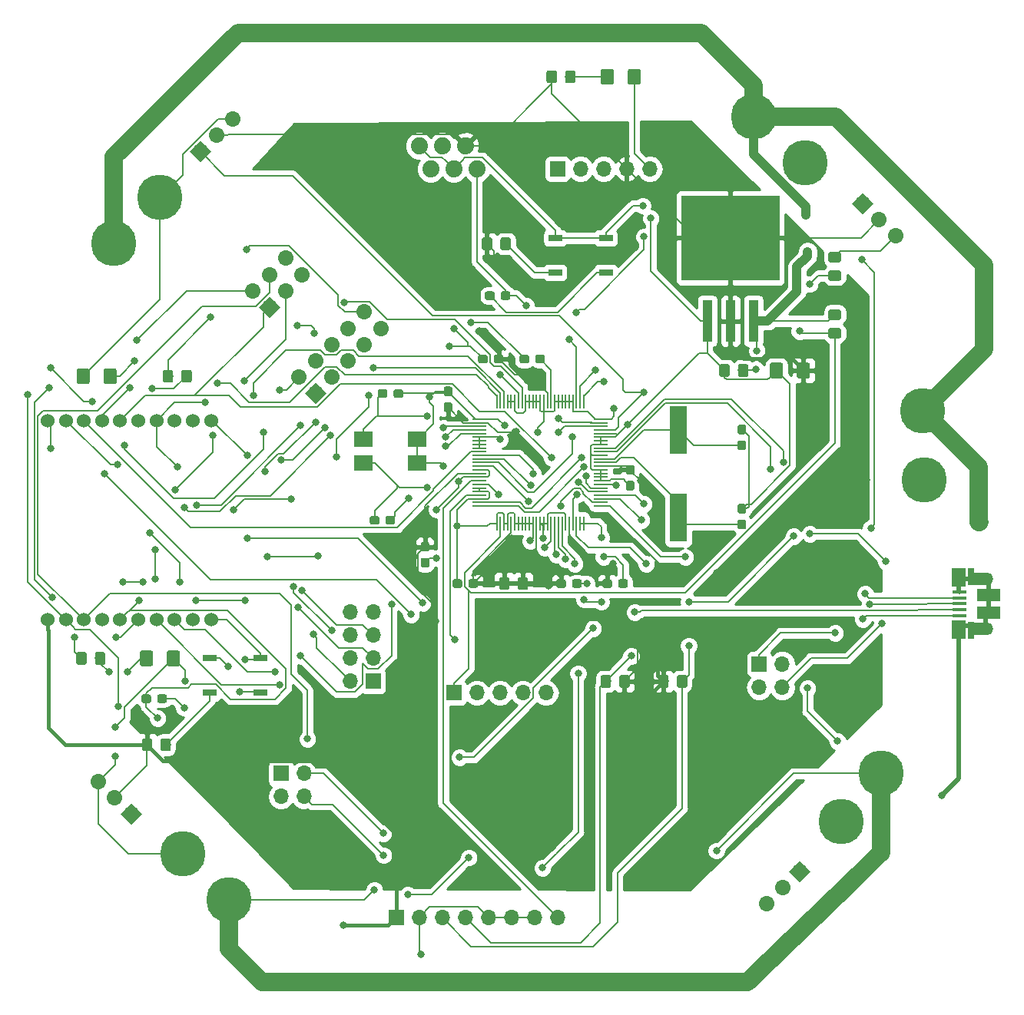
<source format=gbr>
G04 #@! TF.GenerationSoftware,KiCad,Pcbnew,5.0.1-33cea8e~68~ubuntu18.04.1*
G04 #@! TF.CreationDate,2018-12-09T11:33:24-08:00*
G04 #@! TF.ProjectId,quad_copter_pcb,717561645F636F707465725F7063622E,rev?*
G04 #@! TF.SameCoordinates,Original*
G04 #@! TF.FileFunction,Copper,L1,Top,Signal*
G04 #@! TF.FilePolarity,Positive*
%FSLAX46Y46*%
G04 Gerber Fmt 4.6, Leading zero omitted, Abs format (unit mm)*
G04 Created by KiCad (PCBNEW 5.0.1-33cea8e~68~ubuntu18.04.1) date Sun 09 Dec 2018 11:33:24 AM PST*
%MOMM*%
%LPD*%
G01*
G04 APERTURE LIST*
G04 #@! TA.AperFunction,SMDPad,CuDef*
%ADD10R,1.500000X0.200000*%
G04 #@! TD*
G04 #@! TA.AperFunction,SMDPad,CuDef*
%ADD11R,0.200000X1.500000*%
G04 #@! TD*
G04 #@! TA.AperFunction,Conductor*
%ADD12C,0.100000*%
G04 #@! TD*
G04 #@! TA.AperFunction,SMDPad,CuDef*
%ADD13C,1.150000*%
G04 #@! TD*
G04 #@! TA.AperFunction,SMDPad,CuDef*
%ADD14C,1.425000*%
G04 #@! TD*
G04 #@! TA.AperFunction,SMDPad,CuDef*
%ADD15C,0.950000*%
G04 #@! TD*
G04 #@! TA.AperFunction,ComponentPad*
%ADD16C,5.000000*%
G04 #@! TD*
G04 #@! TA.AperFunction,ComponentPad*
%ADD17C,1.700000*%
G04 #@! TD*
G04 #@! TA.AperFunction,Conductor*
%ADD18C,1.700000*%
G04 #@! TD*
G04 #@! TA.AperFunction,ComponentPad*
%ADD19O,1.700000X1.700000*%
G04 #@! TD*
G04 #@! TA.AperFunction,ComponentPad*
%ADD20R,1.700000X1.700000*%
G04 #@! TD*
G04 #@! TA.AperFunction,SMDPad,CuDef*
%ADD21R,2.000000X1.350000*%
G04 #@! TD*
G04 #@! TA.AperFunction,SMDPad,CuDef*
%ADD22R,0.700000X1.825000*%
G04 #@! TD*
G04 #@! TA.AperFunction,SMDPad,CuDef*
%ADD23R,1.500000X2.000000*%
G04 #@! TD*
G04 #@! TA.AperFunction,SMDPad,CuDef*
%ADD24R,1.650000X0.400000*%
G04 #@! TD*
G04 #@! TA.AperFunction,ComponentPad*
%ADD25O,1.500000X1.100000*%
G04 #@! TD*
G04 #@! TA.AperFunction,ComponentPad*
%ADD26O,1.700000X1.350000*%
G04 #@! TD*
G04 #@! TA.AperFunction,SMDPad,CuDef*
%ADD27R,2.500000X1.430000*%
G04 #@! TD*
G04 #@! TA.AperFunction,ComponentPad*
%ADD28C,1.879600*%
G04 #@! TD*
G04 #@! TA.AperFunction,ComponentPad*
%ADD29C,1.524000*%
G04 #@! TD*
G04 #@! TA.AperFunction,SMDPad,CuDef*
%ADD30R,1.524000X0.762000*%
G04 #@! TD*
G04 #@! TA.AperFunction,SMDPad,CuDef*
%ADD31R,1.100000X4.600000*%
G04 #@! TD*
G04 #@! TA.AperFunction,SMDPad,CuDef*
%ADD32R,10.800000X9.400000*%
G04 #@! TD*
G04 #@! TA.AperFunction,SMDPad,CuDef*
%ADD33R,1.930400X5.334000*%
G04 #@! TD*
G04 #@! TA.AperFunction,SMDPad,CuDef*
%ADD34R,2.100000X1.700000*%
G04 #@! TD*
G04 #@! TA.AperFunction,ViaPad*
%ADD35C,0.800000*%
G04 #@! TD*
G04 #@! TA.AperFunction,Conductor*
%ADD36C,0.200000*%
G04 #@! TD*
G04 #@! TA.AperFunction,Conductor*
%ADD37C,1.000000*%
G04 #@! TD*
G04 #@! TA.AperFunction,Conductor*
%ADD38C,2.000000*%
G04 #@! TD*
G04 #@! TA.AperFunction,Conductor*
%ADD39C,0.500000*%
G04 #@! TD*
G04 #@! TA.AperFunction,Conductor*
%ADD40C,0.400000*%
G04 #@! TD*
G04 #@! TA.AperFunction,Conductor*
%ADD41C,0.254000*%
G04 #@! TD*
G04 APERTURE END LIST*
D10*
G04 #@! TO.P,U4,1*
G04 #@! TO.N,GND*
X143922000Y-83592000D03*
G04 #@! TO.P,U4,2*
G04 #@! TO.N,VDD3.3*
X143922000Y-83992000D03*
G04 #@! TO.P,U4,3*
G04 #@! TO.N,RE5*
X143922000Y-84392000D03*
G04 #@! TO.P,U4,4*
G04 #@! TO.N,RE6*
X143922000Y-84792000D03*
G04 #@! TO.P,U4,5*
G04 #@! TO.N,RE7*
X143922000Y-85192000D03*
G04 #@! TO.P,U4,6*
G04 #@! TO.N,GND*
X143922000Y-85592000D03*
G04 #@! TO.P,U4,7*
X143922000Y-85992000D03*
G04 #@! TO.P,U4,8*
X143922000Y-86392000D03*
G04 #@! TO.P,U4,9*
X143922000Y-86792000D03*
G04 #@! TO.P,U4,10*
G04 #@! TO.N,SCK2_SCLK_2*
X143922000Y-87192000D03*
G04 #@! TO.P,U4,11*
G04 #@! TO.N,SDI2_MISO_2*
X143922000Y-87592000D03*
G04 #@! TO.P,U4,12*
G04 #@! TO.N,SDO2_MOSI_2*
X143922000Y-87992000D03*
G04 #@! TO.P,U4,13*
G04 #@! TO.N,MCLR*
X143922000Y-88392000D03*
G04 #@! TO.P,U4,14*
G04 #@! TO.N,SS2_CSL_2*
X143922000Y-88792000D03*
G04 #@! TO.P,U4,15*
G04 #@! TO.N,GND*
X143922000Y-89192000D03*
G04 #@! TO.P,U4,16*
G04 #@! TO.N,VDD3.3*
X143922000Y-89592000D03*
G04 #@! TO.P,U4,17*
G04 #@! TO.N,GND*
X143922000Y-89992000D03*
G04 #@! TO.P,U4,18*
G04 #@! TO.N,INT1*
X143922000Y-90392000D03*
G04 #@! TO.P,U4,19*
G04 #@! TO.N,SPI_ATTN_INT_L*
X143922000Y-90792000D03*
G04 #@! TO.P,U4,20*
G04 #@! TO.N,GND*
X143922000Y-91192000D03*
G04 #@! TO.P,U4,21*
X143922000Y-91592000D03*
G04 #@! TO.P,U4,22*
G04 #@! TO.N,XBEE_RESET*
X143922000Y-91992000D03*
G04 #@! TO.P,U4,23*
G04 #@! TO.N,GND*
X143922000Y-92392000D03*
G04 #@! TO.P,U4,24*
G04 #@! TO.N,PGC*
X143922000Y-92792000D03*
G04 #@! TO.P,U4,25*
G04 #@! TO.N,PGD*
X143922000Y-93192000D03*
D11*
G04 #@! TO.P,U4,26*
G04 #@! TO.N,GND*
X145822000Y-95092000D03*
G04 #@! TO.P,U4,27*
G04 #@! TO.N,VBATT_SCALED*
X146222000Y-95092000D03*
G04 #@! TO.P,U4,28*
G04 #@! TO.N,GND*
X146622000Y-95092000D03*
G04 #@! TO.P,U4,29*
X147022000Y-95092000D03*
G04 #@! TO.P,U4,30*
G04 #@! TO.N,VDD3.3*
X147422000Y-95092000D03*
G04 #@! TO.P,U4,31*
G04 #@! TO.N,GND*
X147822000Y-95092000D03*
G04 #@! TO.P,U4,32*
X148222000Y-95092000D03*
G04 #@! TO.P,U4,33*
X148622000Y-95092000D03*
G04 #@! TO.P,U4,34*
X149022000Y-95092000D03*
G04 #@! TO.P,U4,35*
X149422000Y-95092000D03*
G04 #@! TO.P,U4,36*
X149822000Y-95092000D03*
G04 #@! TO.P,U4,37*
G04 #@! TO.N,VDD3.3*
X150222000Y-95092000D03*
G04 #@! TO.P,U4,38*
G04 #@! TO.N,GND*
X150622000Y-95092000D03*
G04 #@! TO.P,U4,39*
X151022000Y-95092000D03*
G04 #@! TO.P,U4,40*
X151422000Y-95092000D03*
G04 #@! TO.P,U4,41*
G04 #@! TO.N,AN12*
X151822000Y-95092000D03*
G04 #@! TO.P,U4,42*
G04 #@! TO.N,AN13*
X152222000Y-95092000D03*
G04 #@! TO.P,U4,43*
G04 #@! TO.N,AN14*
X152622000Y-95092000D03*
G04 #@! TO.P,U4,44*
G04 #@! TO.N,AN15*
X153022000Y-95092000D03*
G04 #@! TO.P,U4,45*
G04 #@! TO.N,GND*
X153422000Y-95092000D03*
G04 #@! TO.P,U4,46*
G04 #@! TO.N,VDD3.3*
X153822000Y-95092000D03*
G04 #@! TO.P,U4,47*
G04 #@! TO.N,U1CTS*
X154222000Y-95092000D03*
G04 #@! TO.P,U4,48*
G04 #@! TO.N,U1RTS*
X154622000Y-95092000D03*
G04 #@! TO.P,U4,49*
G04 #@! TO.N,GND*
X155022000Y-95092000D03*
G04 #@! TO.P,U4,50*
X155422000Y-95092000D03*
D10*
G04 #@! TO.P,U4,51*
G04 #@! TO.N,USB_ID*
X157322000Y-93192000D03*
G04 #@! TO.P,U4,52*
G04 #@! TO.N,U1RX*
X157322000Y-92792000D03*
G04 #@! TO.P,U4,53*
G04 #@! TO.N,U1TX*
X157322000Y-92392000D03*
G04 #@! TO.P,U4,54*
G04 #@! TO.N,USB_BUS*
X157322000Y-91992000D03*
G04 #@! TO.P,U4,55*
G04 #@! TO.N,VDD3.3*
X157322000Y-91592000D03*
G04 #@! TO.P,U4,56*
G04 #@! TO.N,USB_D-*
X157322000Y-91192000D03*
G04 #@! TO.P,U4,57*
G04 #@! TO.N,USB_D+*
X157322000Y-90792000D03*
G04 #@! TO.P,U4,58*
G04 #@! TO.N,GND*
X157322000Y-90392000D03*
G04 #@! TO.P,U4,59*
X157322000Y-89992000D03*
G04 #@! TO.P,U4,60*
X157322000Y-89592000D03*
G04 #@! TO.P,U4,61*
X157322000Y-89192000D03*
G04 #@! TO.P,U4,62*
G04 #@! TO.N,VDD3.3*
X157322000Y-88792000D03*
G04 #@! TO.P,U4,63*
G04 #@! TO.N,OSC1_*
X157322000Y-88392000D03*
G04 #@! TO.P,U4,64*
G04 #@! TO.N,OSC2_*
X157322000Y-87992000D03*
G04 #@! TO.P,U4,65*
G04 #@! TO.N,GND*
X157322000Y-87592000D03*
G04 #@! TO.P,U4,66*
G04 #@! TO.N,I2C1_SCL1*
X157322000Y-87192000D03*
G04 #@! TO.P,U4,67*
G04 #@! TO.N,I2C1_SDA1*
X157322000Y-86792000D03*
G04 #@! TO.P,U4,68*
G04 #@! TO.N,GND*
X157322000Y-86392000D03*
G04 #@! TO.P,U4,69*
X157322000Y-85992000D03*
G04 #@! TO.P,U4,70*
X157322000Y-85592000D03*
G04 #@! TO.P,U4,71*
X157322000Y-85192000D03*
G04 #@! TO.P,U4,72*
G04 #@! TO.N,MOTOR1_PWM*
X157322000Y-84792000D03*
G04 #@! TO.P,U4,73*
G04 #@! TO.N,SOSCI*
X157322000Y-84392000D03*
G04 #@! TO.P,U4,74*
G04 #@! TO.N,SOSCO*
X157322000Y-83992000D03*
G04 #@! TO.P,U4,75*
G04 #@! TO.N,GND*
X157322000Y-83592000D03*
D11*
G04 #@! TO.P,U4,76*
G04 #@! TO.N,MOTOR2_PWM*
X155422000Y-81692000D03*
G04 #@! TO.P,U4,77*
G04 #@! TO.N,MOTOR3_PWM*
X155022000Y-81692000D03*
G04 #@! TO.P,U4,78*
G04 #@! TO.N,MOTOR4_PWM*
X154622000Y-81692000D03*
G04 #@! TO.P,U4,79*
G04 #@! TO.N,GND*
X154222000Y-81692000D03*
G04 #@! TO.P,U4,80*
X153822000Y-81692000D03*
G04 #@! TO.P,U4,81*
X153422000Y-81692000D03*
G04 #@! TO.P,U4,82*
X153022000Y-81692000D03*
G04 #@! TO.P,U4,83*
X152622000Y-81692000D03*
G04 #@! TO.P,U4,84*
X152222000Y-81692000D03*
G04 #@! TO.P,U4,85*
G04 #@! TO.N,Net-(C6-Pad2)*
X151822000Y-81692000D03*
G04 #@! TO.P,U4,86*
G04 #@! TO.N,VDD3.3*
X151422000Y-81692000D03*
G04 #@! TO.P,U4,87*
G04 #@! TO.N,GND*
X151022000Y-81692000D03*
G04 #@! TO.P,U4,88*
X150622000Y-81692000D03*
G04 #@! TO.P,U4,89*
X150222000Y-81692000D03*
G04 #@! TO.P,U4,90*
X149822000Y-81692000D03*
G04 #@! TO.P,U4,91*
X149422000Y-81692000D03*
G04 #@! TO.P,U4,92*
X149022000Y-81692000D03*
G04 #@! TO.P,U4,93*
G04 #@! TO.N,RE0*
X148622000Y-81692000D03*
G04 #@! TO.P,U4,94*
G04 #@! TO.N,RE1*
X148222000Y-81692000D03*
G04 #@! TO.P,U4,95*
G04 #@! TO.N,GND*
X147822000Y-81692000D03*
G04 #@! TO.P,U4,96*
X147422000Y-81692000D03*
G04 #@! TO.P,U4,97*
X147022000Y-81692000D03*
G04 #@! TO.P,U4,98*
G04 #@! TO.N,RE2*
X146622000Y-81692000D03*
G04 #@! TO.P,U4,99*
G04 #@! TO.N,RE3*
X146222000Y-81692000D03*
G04 #@! TO.P,U4,100*
G04 #@! TO.N,RE4*
X145822000Y-81692000D03*
G04 #@! TD*
D12*
G04 #@! TO.N,VBATT*
G04 #@! TO.C,C1*
G36*
X173341505Y-77533204D02*
X173365773Y-77536804D01*
X173389572Y-77542765D01*
X173412671Y-77551030D01*
X173434850Y-77561520D01*
X173455893Y-77574132D01*
X173475599Y-77588747D01*
X173493777Y-77605223D01*
X173510253Y-77623401D01*
X173524868Y-77643107D01*
X173537480Y-77664150D01*
X173547970Y-77686329D01*
X173556235Y-77709428D01*
X173562196Y-77733227D01*
X173565796Y-77757495D01*
X173567000Y-77781999D01*
X173567000Y-78682001D01*
X173565796Y-78706505D01*
X173562196Y-78730773D01*
X173556235Y-78754572D01*
X173547970Y-78777671D01*
X173537480Y-78799850D01*
X173524868Y-78820893D01*
X173510253Y-78840599D01*
X173493777Y-78858777D01*
X173475599Y-78875253D01*
X173455893Y-78889868D01*
X173434850Y-78902480D01*
X173412671Y-78912970D01*
X173389572Y-78921235D01*
X173365773Y-78927196D01*
X173341505Y-78930796D01*
X173317001Y-78932000D01*
X172666999Y-78932000D01*
X172642495Y-78930796D01*
X172618227Y-78927196D01*
X172594428Y-78921235D01*
X172571329Y-78912970D01*
X172549150Y-78902480D01*
X172528107Y-78889868D01*
X172508401Y-78875253D01*
X172490223Y-78858777D01*
X172473747Y-78840599D01*
X172459132Y-78820893D01*
X172446520Y-78799850D01*
X172436030Y-78777671D01*
X172427765Y-78754572D01*
X172421804Y-78730773D01*
X172418204Y-78706505D01*
X172417000Y-78682001D01*
X172417000Y-77781999D01*
X172418204Y-77757495D01*
X172421804Y-77733227D01*
X172427765Y-77709428D01*
X172436030Y-77686329D01*
X172446520Y-77664150D01*
X172459132Y-77643107D01*
X172473747Y-77623401D01*
X172490223Y-77605223D01*
X172508401Y-77588747D01*
X172528107Y-77574132D01*
X172549150Y-77561520D01*
X172571329Y-77551030D01*
X172594428Y-77542765D01*
X172618227Y-77536804D01*
X172642495Y-77533204D01*
X172666999Y-77532000D01*
X173317001Y-77532000D01*
X173341505Y-77533204D01*
X173341505Y-77533204D01*
G37*
D13*
G04 #@! TD*
G04 #@! TO.P,C1,1*
G04 #@! TO.N,VBATT*
X172992000Y-78232000D03*
D12*
G04 #@! TO.N,GND*
G04 #@! TO.C,C1*
G36*
X171291505Y-77533204D02*
X171315773Y-77536804D01*
X171339572Y-77542765D01*
X171362671Y-77551030D01*
X171384850Y-77561520D01*
X171405893Y-77574132D01*
X171425599Y-77588747D01*
X171443777Y-77605223D01*
X171460253Y-77623401D01*
X171474868Y-77643107D01*
X171487480Y-77664150D01*
X171497970Y-77686329D01*
X171506235Y-77709428D01*
X171512196Y-77733227D01*
X171515796Y-77757495D01*
X171517000Y-77781999D01*
X171517000Y-78682001D01*
X171515796Y-78706505D01*
X171512196Y-78730773D01*
X171506235Y-78754572D01*
X171497970Y-78777671D01*
X171487480Y-78799850D01*
X171474868Y-78820893D01*
X171460253Y-78840599D01*
X171443777Y-78858777D01*
X171425599Y-78875253D01*
X171405893Y-78889868D01*
X171384850Y-78902480D01*
X171362671Y-78912970D01*
X171339572Y-78921235D01*
X171315773Y-78927196D01*
X171291505Y-78930796D01*
X171267001Y-78932000D01*
X170616999Y-78932000D01*
X170592495Y-78930796D01*
X170568227Y-78927196D01*
X170544428Y-78921235D01*
X170521329Y-78912970D01*
X170499150Y-78902480D01*
X170478107Y-78889868D01*
X170458401Y-78875253D01*
X170440223Y-78858777D01*
X170423747Y-78840599D01*
X170409132Y-78820893D01*
X170396520Y-78799850D01*
X170386030Y-78777671D01*
X170377765Y-78754572D01*
X170371804Y-78730773D01*
X170368204Y-78706505D01*
X170367000Y-78682001D01*
X170367000Y-77781999D01*
X170368204Y-77757495D01*
X170371804Y-77733227D01*
X170377765Y-77709428D01*
X170386030Y-77686329D01*
X170396520Y-77664150D01*
X170409132Y-77643107D01*
X170423747Y-77623401D01*
X170440223Y-77605223D01*
X170458401Y-77588747D01*
X170478107Y-77574132D01*
X170499150Y-77561520D01*
X170521329Y-77551030D01*
X170544428Y-77542765D01*
X170568227Y-77536804D01*
X170592495Y-77533204D01*
X170616999Y-77532000D01*
X171267001Y-77532000D01*
X171291505Y-77533204D01*
X171291505Y-77533204D01*
G37*
D13*
G04 #@! TD*
G04 #@! TO.P,C1,2*
G04 #@! TO.N,GND*
X170942000Y-78232000D03*
D12*
G04 #@! TO.N,VDD3.3*
G04 #@! TO.C,C2*
G36*
X180119004Y-77358204D02*
X180143273Y-77361804D01*
X180167071Y-77367765D01*
X180190171Y-77376030D01*
X180212349Y-77386520D01*
X180233393Y-77399133D01*
X180253098Y-77413747D01*
X180271277Y-77430223D01*
X180287753Y-77448402D01*
X180302367Y-77468107D01*
X180314980Y-77489151D01*
X180325470Y-77511329D01*
X180333735Y-77534429D01*
X180339696Y-77558227D01*
X180343296Y-77582496D01*
X180344500Y-77607000D01*
X180344500Y-78857000D01*
X180343296Y-78881504D01*
X180339696Y-78905773D01*
X180333735Y-78929571D01*
X180325470Y-78952671D01*
X180314980Y-78974849D01*
X180302367Y-78995893D01*
X180287753Y-79015598D01*
X180271277Y-79033777D01*
X180253098Y-79050253D01*
X180233393Y-79064867D01*
X180212349Y-79077480D01*
X180190171Y-79087970D01*
X180167071Y-79096235D01*
X180143273Y-79102196D01*
X180119004Y-79105796D01*
X180094500Y-79107000D01*
X179169500Y-79107000D01*
X179144996Y-79105796D01*
X179120727Y-79102196D01*
X179096929Y-79096235D01*
X179073829Y-79087970D01*
X179051651Y-79077480D01*
X179030607Y-79064867D01*
X179010902Y-79050253D01*
X178992723Y-79033777D01*
X178976247Y-79015598D01*
X178961633Y-78995893D01*
X178949020Y-78974849D01*
X178938530Y-78952671D01*
X178930265Y-78929571D01*
X178924304Y-78905773D01*
X178920704Y-78881504D01*
X178919500Y-78857000D01*
X178919500Y-77607000D01*
X178920704Y-77582496D01*
X178924304Y-77558227D01*
X178930265Y-77534429D01*
X178938530Y-77511329D01*
X178949020Y-77489151D01*
X178961633Y-77468107D01*
X178976247Y-77448402D01*
X178992723Y-77430223D01*
X179010902Y-77413747D01*
X179030607Y-77399133D01*
X179051651Y-77386520D01*
X179073829Y-77376030D01*
X179096929Y-77367765D01*
X179120727Y-77361804D01*
X179144996Y-77358204D01*
X179169500Y-77357000D01*
X180094500Y-77357000D01*
X180119004Y-77358204D01*
X180119004Y-77358204D01*
G37*
D14*
G04 #@! TD*
G04 #@! TO.P,C2,1*
G04 #@! TO.N,VDD3.3*
X179632000Y-78232000D03*
D12*
G04 #@! TO.N,GND*
G04 #@! TO.C,C2*
G36*
X177144004Y-77358204D02*
X177168273Y-77361804D01*
X177192071Y-77367765D01*
X177215171Y-77376030D01*
X177237349Y-77386520D01*
X177258393Y-77399133D01*
X177278098Y-77413747D01*
X177296277Y-77430223D01*
X177312753Y-77448402D01*
X177327367Y-77468107D01*
X177339980Y-77489151D01*
X177350470Y-77511329D01*
X177358735Y-77534429D01*
X177364696Y-77558227D01*
X177368296Y-77582496D01*
X177369500Y-77607000D01*
X177369500Y-78857000D01*
X177368296Y-78881504D01*
X177364696Y-78905773D01*
X177358735Y-78929571D01*
X177350470Y-78952671D01*
X177339980Y-78974849D01*
X177327367Y-78995893D01*
X177312753Y-79015598D01*
X177296277Y-79033777D01*
X177278098Y-79050253D01*
X177258393Y-79064867D01*
X177237349Y-79077480D01*
X177215171Y-79087970D01*
X177192071Y-79096235D01*
X177168273Y-79102196D01*
X177144004Y-79105796D01*
X177119500Y-79107000D01*
X176194500Y-79107000D01*
X176169996Y-79105796D01*
X176145727Y-79102196D01*
X176121929Y-79096235D01*
X176098829Y-79087970D01*
X176076651Y-79077480D01*
X176055607Y-79064867D01*
X176035902Y-79050253D01*
X176017723Y-79033777D01*
X176001247Y-79015598D01*
X175986633Y-78995893D01*
X175974020Y-78974849D01*
X175963530Y-78952671D01*
X175955265Y-78929571D01*
X175949304Y-78905773D01*
X175945704Y-78881504D01*
X175944500Y-78857000D01*
X175944500Y-77607000D01*
X175945704Y-77582496D01*
X175949304Y-77558227D01*
X175955265Y-77534429D01*
X175963530Y-77511329D01*
X175974020Y-77489151D01*
X175986633Y-77468107D01*
X176001247Y-77448402D01*
X176017723Y-77430223D01*
X176035902Y-77413747D01*
X176055607Y-77399133D01*
X176076651Y-77386520D01*
X176098829Y-77376030D01*
X176121929Y-77367765D01*
X176145727Y-77361804D01*
X176169996Y-77358204D01*
X176194500Y-77357000D01*
X177119500Y-77357000D01*
X177144004Y-77358204D01*
X177144004Y-77358204D01*
G37*
D14*
G04 #@! TD*
G04 #@! TO.P,C2,2*
G04 #@! TO.N,GND*
X176657000Y-78232000D03*
D12*
G04 #@! TO.N,OSC2_*
G04 #@! TO.C,C4*
G36*
X173107779Y-85963144D02*
X173130834Y-85966563D01*
X173153443Y-85972227D01*
X173175387Y-85980079D01*
X173196457Y-85990044D01*
X173216448Y-86002026D01*
X173235168Y-86015910D01*
X173252438Y-86031562D01*
X173268090Y-86048832D01*
X173281974Y-86067552D01*
X173293956Y-86087543D01*
X173303921Y-86108613D01*
X173311773Y-86130557D01*
X173317437Y-86153166D01*
X173320856Y-86176221D01*
X173322000Y-86199500D01*
X173322000Y-86774500D01*
X173320856Y-86797779D01*
X173317437Y-86820834D01*
X173311773Y-86843443D01*
X173303921Y-86865387D01*
X173293956Y-86886457D01*
X173281974Y-86906448D01*
X173268090Y-86925168D01*
X173252438Y-86942438D01*
X173235168Y-86958090D01*
X173216448Y-86971974D01*
X173196457Y-86983956D01*
X173175387Y-86993921D01*
X173153443Y-87001773D01*
X173130834Y-87007437D01*
X173107779Y-87010856D01*
X173084500Y-87012000D01*
X172609500Y-87012000D01*
X172586221Y-87010856D01*
X172563166Y-87007437D01*
X172540557Y-87001773D01*
X172518613Y-86993921D01*
X172497543Y-86983956D01*
X172477552Y-86971974D01*
X172458832Y-86958090D01*
X172441562Y-86942438D01*
X172425910Y-86925168D01*
X172412026Y-86906448D01*
X172400044Y-86886457D01*
X172390079Y-86865387D01*
X172382227Y-86843443D01*
X172376563Y-86820834D01*
X172373144Y-86797779D01*
X172372000Y-86774500D01*
X172372000Y-86199500D01*
X172373144Y-86176221D01*
X172376563Y-86153166D01*
X172382227Y-86130557D01*
X172390079Y-86108613D01*
X172400044Y-86087543D01*
X172412026Y-86067552D01*
X172425910Y-86048832D01*
X172441562Y-86031562D01*
X172458832Y-86015910D01*
X172477552Y-86002026D01*
X172497543Y-85990044D01*
X172518613Y-85980079D01*
X172540557Y-85972227D01*
X172563166Y-85966563D01*
X172586221Y-85963144D01*
X172609500Y-85962000D01*
X173084500Y-85962000D01*
X173107779Y-85963144D01*
X173107779Y-85963144D01*
G37*
D15*
G04 #@! TD*
G04 #@! TO.P,C4,1*
G04 #@! TO.N,OSC2_*
X172847000Y-86487000D03*
D12*
G04 #@! TO.N,GND*
G04 #@! TO.C,C4*
G36*
X173107779Y-84213144D02*
X173130834Y-84216563D01*
X173153443Y-84222227D01*
X173175387Y-84230079D01*
X173196457Y-84240044D01*
X173216448Y-84252026D01*
X173235168Y-84265910D01*
X173252438Y-84281562D01*
X173268090Y-84298832D01*
X173281974Y-84317552D01*
X173293956Y-84337543D01*
X173303921Y-84358613D01*
X173311773Y-84380557D01*
X173317437Y-84403166D01*
X173320856Y-84426221D01*
X173322000Y-84449500D01*
X173322000Y-85024500D01*
X173320856Y-85047779D01*
X173317437Y-85070834D01*
X173311773Y-85093443D01*
X173303921Y-85115387D01*
X173293956Y-85136457D01*
X173281974Y-85156448D01*
X173268090Y-85175168D01*
X173252438Y-85192438D01*
X173235168Y-85208090D01*
X173216448Y-85221974D01*
X173196457Y-85233956D01*
X173175387Y-85243921D01*
X173153443Y-85251773D01*
X173130834Y-85257437D01*
X173107779Y-85260856D01*
X173084500Y-85262000D01*
X172609500Y-85262000D01*
X172586221Y-85260856D01*
X172563166Y-85257437D01*
X172540557Y-85251773D01*
X172518613Y-85243921D01*
X172497543Y-85233956D01*
X172477552Y-85221974D01*
X172458832Y-85208090D01*
X172441562Y-85192438D01*
X172425910Y-85175168D01*
X172412026Y-85156448D01*
X172400044Y-85136457D01*
X172390079Y-85115387D01*
X172382227Y-85093443D01*
X172376563Y-85070834D01*
X172373144Y-85047779D01*
X172372000Y-85024500D01*
X172372000Y-84449500D01*
X172373144Y-84426221D01*
X172376563Y-84403166D01*
X172382227Y-84380557D01*
X172390079Y-84358613D01*
X172400044Y-84337543D01*
X172412026Y-84317552D01*
X172425910Y-84298832D01*
X172441562Y-84281562D01*
X172458832Y-84265910D01*
X172477552Y-84252026D01*
X172497543Y-84240044D01*
X172518613Y-84230079D01*
X172540557Y-84222227D01*
X172563166Y-84216563D01*
X172586221Y-84213144D01*
X172609500Y-84212000D01*
X173084500Y-84212000D01*
X173107779Y-84213144D01*
X173107779Y-84213144D01*
G37*
D15*
G04 #@! TD*
G04 #@! TO.P,C4,2*
G04 #@! TO.N,GND*
X172847000Y-84737000D03*
D12*
G04 #@! TO.N,OSC1_*
G04 #@! TO.C,C5*
G36*
X173107779Y-94698144D02*
X173130834Y-94701563D01*
X173153443Y-94707227D01*
X173175387Y-94715079D01*
X173196457Y-94725044D01*
X173216448Y-94737026D01*
X173235168Y-94750910D01*
X173252438Y-94766562D01*
X173268090Y-94783832D01*
X173281974Y-94802552D01*
X173293956Y-94822543D01*
X173303921Y-94843613D01*
X173311773Y-94865557D01*
X173317437Y-94888166D01*
X173320856Y-94911221D01*
X173322000Y-94934500D01*
X173322000Y-95509500D01*
X173320856Y-95532779D01*
X173317437Y-95555834D01*
X173311773Y-95578443D01*
X173303921Y-95600387D01*
X173293956Y-95621457D01*
X173281974Y-95641448D01*
X173268090Y-95660168D01*
X173252438Y-95677438D01*
X173235168Y-95693090D01*
X173216448Y-95706974D01*
X173196457Y-95718956D01*
X173175387Y-95728921D01*
X173153443Y-95736773D01*
X173130834Y-95742437D01*
X173107779Y-95745856D01*
X173084500Y-95747000D01*
X172609500Y-95747000D01*
X172586221Y-95745856D01*
X172563166Y-95742437D01*
X172540557Y-95736773D01*
X172518613Y-95728921D01*
X172497543Y-95718956D01*
X172477552Y-95706974D01*
X172458832Y-95693090D01*
X172441562Y-95677438D01*
X172425910Y-95660168D01*
X172412026Y-95641448D01*
X172400044Y-95621457D01*
X172390079Y-95600387D01*
X172382227Y-95578443D01*
X172376563Y-95555834D01*
X172373144Y-95532779D01*
X172372000Y-95509500D01*
X172372000Y-94934500D01*
X172373144Y-94911221D01*
X172376563Y-94888166D01*
X172382227Y-94865557D01*
X172390079Y-94843613D01*
X172400044Y-94822543D01*
X172412026Y-94802552D01*
X172425910Y-94783832D01*
X172441562Y-94766562D01*
X172458832Y-94750910D01*
X172477552Y-94737026D01*
X172497543Y-94725044D01*
X172518613Y-94715079D01*
X172540557Y-94707227D01*
X172563166Y-94701563D01*
X172586221Y-94698144D01*
X172609500Y-94697000D01*
X173084500Y-94697000D01*
X173107779Y-94698144D01*
X173107779Y-94698144D01*
G37*
D15*
G04 #@! TD*
G04 #@! TO.P,C5,2*
G04 #@! TO.N,OSC1_*
X172847000Y-95222000D03*
D12*
G04 #@! TO.N,GND*
G04 #@! TO.C,C5*
G36*
X173107779Y-92948144D02*
X173130834Y-92951563D01*
X173153443Y-92957227D01*
X173175387Y-92965079D01*
X173196457Y-92975044D01*
X173216448Y-92987026D01*
X173235168Y-93000910D01*
X173252438Y-93016562D01*
X173268090Y-93033832D01*
X173281974Y-93052552D01*
X173293956Y-93072543D01*
X173303921Y-93093613D01*
X173311773Y-93115557D01*
X173317437Y-93138166D01*
X173320856Y-93161221D01*
X173322000Y-93184500D01*
X173322000Y-93759500D01*
X173320856Y-93782779D01*
X173317437Y-93805834D01*
X173311773Y-93828443D01*
X173303921Y-93850387D01*
X173293956Y-93871457D01*
X173281974Y-93891448D01*
X173268090Y-93910168D01*
X173252438Y-93927438D01*
X173235168Y-93943090D01*
X173216448Y-93956974D01*
X173196457Y-93968956D01*
X173175387Y-93978921D01*
X173153443Y-93986773D01*
X173130834Y-93992437D01*
X173107779Y-93995856D01*
X173084500Y-93997000D01*
X172609500Y-93997000D01*
X172586221Y-93995856D01*
X172563166Y-93992437D01*
X172540557Y-93986773D01*
X172518613Y-93978921D01*
X172497543Y-93968956D01*
X172477552Y-93956974D01*
X172458832Y-93943090D01*
X172441562Y-93927438D01*
X172425910Y-93910168D01*
X172412026Y-93891448D01*
X172400044Y-93871457D01*
X172390079Y-93850387D01*
X172382227Y-93828443D01*
X172376563Y-93805834D01*
X172373144Y-93782779D01*
X172372000Y-93759500D01*
X172372000Y-93184500D01*
X172373144Y-93161221D01*
X172376563Y-93138166D01*
X172382227Y-93115557D01*
X172390079Y-93093613D01*
X172400044Y-93072543D01*
X172412026Y-93052552D01*
X172425910Y-93033832D01*
X172441562Y-93016562D01*
X172458832Y-93000910D01*
X172477552Y-92987026D01*
X172497543Y-92975044D01*
X172518613Y-92965079D01*
X172540557Y-92957227D01*
X172563166Y-92951563D01*
X172586221Y-92948144D01*
X172609500Y-92947000D01*
X173084500Y-92947000D01*
X173107779Y-92948144D01*
X173107779Y-92948144D01*
G37*
D15*
G04 #@! TD*
G04 #@! TO.P,C5,1*
G04 #@! TO.N,GND*
X172847000Y-93472000D03*
D12*
G04 #@! TO.N,GND*
G04 #@! TO.C,C6*
G36*
X149182779Y-76488144D02*
X149205834Y-76491563D01*
X149228443Y-76497227D01*
X149250387Y-76505079D01*
X149271457Y-76515044D01*
X149291448Y-76527026D01*
X149310168Y-76540910D01*
X149327438Y-76556562D01*
X149343090Y-76573832D01*
X149356974Y-76592552D01*
X149368956Y-76612543D01*
X149378921Y-76633613D01*
X149386773Y-76655557D01*
X149392437Y-76678166D01*
X149395856Y-76701221D01*
X149397000Y-76724500D01*
X149397000Y-77199500D01*
X149395856Y-77222779D01*
X149392437Y-77245834D01*
X149386773Y-77268443D01*
X149378921Y-77290387D01*
X149368956Y-77311457D01*
X149356974Y-77331448D01*
X149343090Y-77350168D01*
X149327438Y-77367438D01*
X149310168Y-77383090D01*
X149291448Y-77396974D01*
X149271457Y-77408956D01*
X149250387Y-77418921D01*
X149228443Y-77426773D01*
X149205834Y-77432437D01*
X149182779Y-77435856D01*
X149159500Y-77437000D01*
X148584500Y-77437000D01*
X148561221Y-77435856D01*
X148538166Y-77432437D01*
X148515557Y-77426773D01*
X148493613Y-77418921D01*
X148472543Y-77408956D01*
X148452552Y-77396974D01*
X148433832Y-77383090D01*
X148416562Y-77367438D01*
X148400910Y-77350168D01*
X148387026Y-77331448D01*
X148375044Y-77311457D01*
X148365079Y-77290387D01*
X148357227Y-77268443D01*
X148351563Y-77245834D01*
X148348144Y-77222779D01*
X148347000Y-77199500D01*
X148347000Y-76724500D01*
X148348144Y-76701221D01*
X148351563Y-76678166D01*
X148357227Y-76655557D01*
X148365079Y-76633613D01*
X148375044Y-76612543D01*
X148387026Y-76592552D01*
X148400910Y-76573832D01*
X148416562Y-76556562D01*
X148433832Y-76540910D01*
X148452552Y-76527026D01*
X148472543Y-76515044D01*
X148493613Y-76505079D01*
X148515557Y-76497227D01*
X148538166Y-76491563D01*
X148561221Y-76488144D01*
X148584500Y-76487000D01*
X149159500Y-76487000D01*
X149182779Y-76488144D01*
X149182779Y-76488144D01*
G37*
D15*
G04 #@! TD*
G04 #@! TO.P,C6,1*
G04 #@! TO.N,GND*
X148872000Y-76962000D03*
D12*
G04 #@! TO.N,Net-(C6-Pad2)*
G04 #@! TO.C,C6*
G36*
X150932779Y-76488144D02*
X150955834Y-76491563D01*
X150978443Y-76497227D01*
X151000387Y-76505079D01*
X151021457Y-76515044D01*
X151041448Y-76527026D01*
X151060168Y-76540910D01*
X151077438Y-76556562D01*
X151093090Y-76573832D01*
X151106974Y-76592552D01*
X151118956Y-76612543D01*
X151128921Y-76633613D01*
X151136773Y-76655557D01*
X151142437Y-76678166D01*
X151145856Y-76701221D01*
X151147000Y-76724500D01*
X151147000Y-77199500D01*
X151145856Y-77222779D01*
X151142437Y-77245834D01*
X151136773Y-77268443D01*
X151128921Y-77290387D01*
X151118956Y-77311457D01*
X151106974Y-77331448D01*
X151093090Y-77350168D01*
X151077438Y-77367438D01*
X151060168Y-77383090D01*
X151041448Y-77396974D01*
X151021457Y-77408956D01*
X151000387Y-77418921D01*
X150978443Y-77426773D01*
X150955834Y-77432437D01*
X150932779Y-77435856D01*
X150909500Y-77437000D01*
X150334500Y-77437000D01*
X150311221Y-77435856D01*
X150288166Y-77432437D01*
X150265557Y-77426773D01*
X150243613Y-77418921D01*
X150222543Y-77408956D01*
X150202552Y-77396974D01*
X150183832Y-77383090D01*
X150166562Y-77367438D01*
X150150910Y-77350168D01*
X150137026Y-77331448D01*
X150125044Y-77311457D01*
X150115079Y-77290387D01*
X150107227Y-77268443D01*
X150101563Y-77245834D01*
X150098144Y-77222779D01*
X150097000Y-77199500D01*
X150097000Y-76724500D01*
X150098144Y-76701221D01*
X150101563Y-76678166D01*
X150107227Y-76655557D01*
X150115079Y-76633613D01*
X150125044Y-76612543D01*
X150137026Y-76592552D01*
X150150910Y-76573832D01*
X150166562Y-76556562D01*
X150183832Y-76540910D01*
X150202552Y-76527026D01*
X150222543Y-76515044D01*
X150243613Y-76505079D01*
X150265557Y-76497227D01*
X150288166Y-76491563D01*
X150311221Y-76488144D01*
X150334500Y-76487000D01*
X150909500Y-76487000D01*
X150932779Y-76488144D01*
X150932779Y-76488144D01*
G37*
D15*
G04 #@! TD*
G04 #@! TO.P,C6,2*
G04 #@! TO.N,Net-(C6-Pad2)*
X150622000Y-76962000D03*
D12*
G04 #@! TO.N,GND*
G04 #@! TO.C,C7*
G36*
X160788779Y-90408144D02*
X160811834Y-90411563D01*
X160834443Y-90417227D01*
X160856387Y-90425079D01*
X160877457Y-90435044D01*
X160897448Y-90447026D01*
X160916168Y-90460910D01*
X160933438Y-90476562D01*
X160949090Y-90493832D01*
X160962974Y-90512552D01*
X160974956Y-90532543D01*
X160984921Y-90553613D01*
X160992773Y-90575557D01*
X160998437Y-90598166D01*
X161001856Y-90621221D01*
X161003000Y-90644500D01*
X161003000Y-91219500D01*
X161001856Y-91242779D01*
X160998437Y-91265834D01*
X160992773Y-91288443D01*
X160984921Y-91310387D01*
X160974956Y-91331457D01*
X160962974Y-91351448D01*
X160949090Y-91370168D01*
X160933438Y-91387438D01*
X160916168Y-91403090D01*
X160897448Y-91416974D01*
X160877457Y-91428956D01*
X160856387Y-91438921D01*
X160834443Y-91446773D01*
X160811834Y-91452437D01*
X160788779Y-91455856D01*
X160765500Y-91457000D01*
X160290500Y-91457000D01*
X160267221Y-91455856D01*
X160244166Y-91452437D01*
X160221557Y-91446773D01*
X160199613Y-91438921D01*
X160178543Y-91428956D01*
X160158552Y-91416974D01*
X160139832Y-91403090D01*
X160122562Y-91387438D01*
X160106910Y-91370168D01*
X160093026Y-91351448D01*
X160081044Y-91331457D01*
X160071079Y-91310387D01*
X160063227Y-91288443D01*
X160057563Y-91265834D01*
X160054144Y-91242779D01*
X160053000Y-91219500D01*
X160053000Y-90644500D01*
X160054144Y-90621221D01*
X160057563Y-90598166D01*
X160063227Y-90575557D01*
X160071079Y-90553613D01*
X160081044Y-90532543D01*
X160093026Y-90512552D01*
X160106910Y-90493832D01*
X160122562Y-90476562D01*
X160139832Y-90460910D01*
X160158552Y-90447026D01*
X160178543Y-90435044D01*
X160199613Y-90425079D01*
X160221557Y-90417227D01*
X160244166Y-90411563D01*
X160267221Y-90408144D01*
X160290500Y-90407000D01*
X160765500Y-90407000D01*
X160788779Y-90408144D01*
X160788779Y-90408144D01*
G37*
D15*
G04 #@! TD*
G04 #@! TO.P,C7,1*
G04 #@! TO.N,GND*
X160528000Y-90932000D03*
D12*
G04 #@! TO.N,VDD3.3*
G04 #@! TO.C,C7*
G36*
X160788779Y-88658144D02*
X160811834Y-88661563D01*
X160834443Y-88667227D01*
X160856387Y-88675079D01*
X160877457Y-88685044D01*
X160897448Y-88697026D01*
X160916168Y-88710910D01*
X160933438Y-88726562D01*
X160949090Y-88743832D01*
X160962974Y-88762552D01*
X160974956Y-88782543D01*
X160984921Y-88803613D01*
X160992773Y-88825557D01*
X160998437Y-88848166D01*
X161001856Y-88871221D01*
X161003000Y-88894500D01*
X161003000Y-89469500D01*
X161001856Y-89492779D01*
X160998437Y-89515834D01*
X160992773Y-89538443D01*
X160984921Y-89560387D01*
X160974956Y-89581457D01*
X160962974Y-89601448D01*
X160949090Y-89620168D01*
X160933438Y-89637438D01*
X160916168Y-89653090D01*
X160897448Y-89666974D01*
X160877457Y-89678956D01*
X160856387Y-89688921D01*
X160834443Y-89696773D01*
X160811834Y-89702437D01*
X160788779Y-89705856D01*
X160765500Y-89707000D01*
X160290500Y-89707000D01*
X160267221Y-89705856D01*
X160244166Y-89702437D01*
X160221557Y-89696773D01*
X160199613Y-89688921D01*
X160178543Y-89678956D01*
X160158552Y-89666974D01*
X160139832Y-89653090D01*
X160122562Y-89637438D01*
X160106910Y-89620168D01*
X160093026Y-89601448D01*
X160081044Y-89581457D01*
X160071079Y-89560387D01*
X160063227Y-89538443D01*
X160057563Y-89515834D01*
X160054144Y-89492779D01*
X160053000Y-89469500D01*
X160053000Y-88894500D01*
X160054144Y-88871221D01*
X160057563Y-88848166D01*
X160063227Y-88825557D01*
X160071079Y-88803613D01*
X160081044Y-88782543D01*
X160093026Y-88762552D01*
X160106910Y-88743832D01*
X160122562Y-88726562D01*
X160139832Y-88710910D01*
X160158552Y-88697026D01*
X160178543Y-88685044D01*
X160199613Y-88675079D01*
X160221557Y-88667227D01*
X160244166Y-88661563D01*
X160267221Y-88658144D01*
X160290500Y-88657000D01*
X160765500Y-88657000D01*
X160788779Y-88658144D01*
X160788779Y-88658144D01*
G37*
D15*
G04 #@! TD*
G04 #@! TO.P,C7,2*
G04 #@! TO.N,VDD3.3*
X160528000Y-89182000D03*
D12*
G04 #@! TO.N,GND*
G04 #@! TO.C,C8*
G36*
X144610779Y-76488144D02*
X144633834Y-76491563D01*
X144656443Y-76497227D01*
X144678387Y-76505079D01*
X144699457Y-76515044D01*
X144719448Y-76527026D01*
X144738168Y-76540910D01*
X144755438Y-76556562D01*
X144771090Y-76573832D01*
X144784974Y-76592552D01*
X144796956Y-76612543D01*
X144806921Y-76633613D01*
X144814773Y-76655557D01*
X144820437Y-76678166D01*
X144823856Y-76701221D01*
X144825000Y-76724500D01*
X144825000Y-77199500D01*
X144823856Y-77222779D01*
X144820437Y-77245834D01*
X144814773Y-77268443D01*
X144806921Y-77290387D01*
X144796956Y-77311457D01*
X144784974Y-77331448D01*
X144771090Y-77350168D01*
X144755438Y-77367438D01*
X144738168Y-77383090D01*
X144719448Y-77396974D01*
X144699457Y-77408956D01*
X144678387Y-77418921D01*
X144656443Y-77426773D01*
X144633834Y-77432437D01*
X144610779Y-77435856D01*
X144587500Y-77437000D01*
X144012500Y-77437000D01*
X143989221Y-77435856D01*
X143966166Y-77432437D01*
X143943557Y-77426773D01*
X143921613Y-77418921D01*
X143900543Y-77408956D01*
X143880552Y-77396974D01*
X143861832Y-77383090D01*
X143844562Y-77367438D01*
X143828910Y-77350168D01*
X143815026Y-77331448D01*
X143803044Y-77311457D01*
X143793079Y-77290387D01*
X143785227Y-77268443D01*
X143779563Y-77245834D01*
X143776144Y-77222779D01*
X143775000Y-77199500D01*
X143775000Y-76724500D01*
X143776144Y-76701221D01*
X143779563Y-76678166D01*
X143785227Y-76655557D01*
X143793079Y-76633613D01*
X143803044Y-76612543D01*
X143815026Y-76592552D01*
X143828910Y-76573832D01*
X143844562Y-76556562D01*
X143861832Y-76540910D01*
X143880552Y-76527026D01*
X143900543Y-76515044D01*
X143921613Y-76505079D01*
X143943557Y-76497227D01*
X143966166Y-76491563D01*
X143989221Y-76488144D01*
X144012500Y-76487000D01*
X144587500Y-76487000D01*
X144610779Y-76488144D01*
X144610779Y-76488144D01*
G37*
D15*
G04 #@! TD*
G04 #@! TO.P,C8,2*
G04 #@! TO.N,GND*
X144300000Y-76962000D03*
D12*
G04 #@! TO.N,VDD3.3*
G04 #@! TO.C,C8*
G36*
X146360779Y-76488144D02*
X146383834Y-76491563D01*
X146406443Y-76497227D01*
X146428387Y-76505079D01*
X146449457Y-76515044D01*
X146469448Y-76527026D01*
X146488168Y-76540910D01*
X146505438Y-76556562D01*
X146521090Y-76573832D01*
X146534974Y-76592552D01*
X146546956Y-76612543D01*
X146556921Y-76633613D01*
X146564773Y-76655557D01*
X146570437Y-76678166D01*
X146573856Y-76701221D01*
X146575000Y-76724500D01*
X146575000Y-77199500D01*
X146573856Y-77222779D01*
X146570437Y-77245834D01*
X146564773Y-77268443D01*
X146556921Y-77290387D01*
X146546956Y-77311457D01*
X146534974Y-77331448D01*
X146521090Y-77350168D01*
X146505438Y-77367438D01*
X146488168Y-77383090D01*
X146469448Y-77396974D01*
X146449457Y-77408956D01*
X146428387Y-77418921D01*
X146406443Y-77426773D01*
X146383834Y-77432437D01*
X146360779Y-77435856D01*
X146337500Y-77437000D01*
X145762500Y-77437000D01*
X145739221Y-77435856D01*
X145716166Y-77432437D01*
X145693557Y-77426773D01*
X145671613Y-77418921D01*
X145650543Y-77408956D01*
X145630552Y-77396974D01*
X145611832Y-77383090D01*
X145594562Y-77367438D01*
X145578910Y-77350168D01*
X145565026Y-77331448D01*
X145553044Y-77311457D01*
X145543079Y-77290387D01*
X145535227Y-77268443D01*
X145529563Y-77245834D01*
X145526144Y-77222779D01*
X145525000Y-77199500D01*
X145525000Y-76724500D01*
X145526144Y-76701221D01*
X145529563Y-76678166D01*
X145535227Y-76655557D01*
X145543079Y-76633613D01*
X145553044Y-76612543D01*
X145565026Y-76592552D01*
X145578910Y-76573832D01*
X145594562Y-76556562D01*
X145611832Y-76540910D01*
X145630552Y-76527026D01*
X145650543Y-76515044D01*
X145671613Y-76505079D01*
X145693557Y-76497227D01*
X145716166Y-76491563D01*
X145739221Y-76488144D01*
X145762500Y-76487000D01*
X146337500Y-76487000D01*
X146360779Y-76488144D01*
X146360779Y-76488144D01*
G37*
D15*
G04 #@! TD*
G04 #@! TO.P,C8,1*
G04 #@! TO.N,VDD3.3*
X146050000Y-76962000D03*
D12*
G04 #@! TO.N,GND*
G04 #@! TO.C,C9*
G36*
X140722779Y-80008144D02*
X140745834Y-80011563D01*
X140768443Y-80017227D01*
X140790387Y-80025079D01*
X140811457Y-80035044D01*
X140831448Y-80047026D01*
X140850168Y-80060910D01*
X140867438Y-80076562D01*
X140883090Y-80093832D01*
X140896974Y-80112552D01*
X140908956Y-80132543D01*
X140918921Y-80153613D01*
X140926773Y-80175557D01*
X140932437Y-80198166D01*
X140935856Y-80221221D01*
X140937000Y-80244500D01*
X140937000Y-80819500D01*
X140935856Y-80842779D01*
X140932437Y-80865834D01*
X140926773Y-80888443D01*
X140918921Y-80910387D01*
X140908956Y-80931457D01*
X140896974Y-80951448D01*
X140883090Y-80970168D01*
X140867438Y-80987438D01*
X140850168Y-81003090D01*
X140831448Y-81016974D01*
X140811457Y-81028956D01*
X140790387Y-81038921D01*
X140768443Y-81046773D01*
X140745834Y-81052437D01*
X140722779Y-81055856D01*
X140699500Y-81057000D01*
X140224500Y-81057000D01*
X140201221Y-81055856D01*
X140178166Y-81052437D01*
X140155557Y-81046773D01*
X140133613Y-81038921D01*
X140112543Y-81028956D01*
X140092552Y-81016974D01*
X140073832Y-81003090D01*
X140056562Y-80987438D01*
X140040910Y-80970168D01*
X140027026Y-80951448D01*
X140015044Y-80931457D01*
X140005079Y-80910387D01*
X139997227Y-80888443D01*
X139991563Y-80865834D01*
X139988144Y-80842779D01*
X139987000Y-80819500D01*
X139987000Y-80244500D01*
X139988144Y-80221221D01*
X139991563Y-80198166D01*
X139997227Y-80175557D01*
X140005079Y-80153613D01*
X140015044Y-80132543D01*
X140027026Y-80112552D01*
X140040910Y-80093832D01*
X140056562Y-80076562D01*
X140073832Y-80060910D01*
X140092552Y-80047026D01*
X140112543Y-80035044D01*
X140133613Y-80025079D01*
X140155557Y-80017227D01*
X140178166Y-80011563D01*
X140201221Y-80008144D01*
X140224500Y-80007000D01*
X140699500Y-80007000D01*
X140722779Y-80008144D01*
X140722779Y-80008144D01*
G37*
D15*
G04 #@! TD*
G04 #@! TO.P,C9,2*
G04 #@! TO.N,GND*
X140462000Y-80532000D03*
D12*
G04 #@! TO.N,VDD3.3*
G04 #@! TO.C,C9*
G36*
X140722779Y-81758144D02*
X140745834Y-81761563D01*
X140768443Y-81767227D01*
X140790387Y-81775079D01*
X140811457Y-81785044D01*
X140831448Y-81797026D01*
X140850168Y-81810910D01*
X140867438Y-81826562D01*
X140883090Y-81843832D01*
X140896974Y-81862552D01*
X140908956Y-81882543D01*
X140918921Y-81903613D01*
X140926773Y-81925557D01*
X140932437Y-81948166D01*
X140935856Y-81971221D01*
X140937000Y-81994500D01*
X140937000Y-82569500D01*
X140935856Y-82592779D01*
X140932437Y-82615834D01*
X140926773Y-82638443D01*
X140918921Y-82660387D01*
X140908956Y-82681457D01*
X140896974Y-82701448D01*
X140883090Y-82720168D01*
X140867438Y-82737438D01*
X140850168Y-82753090D01*
X140831448Y-82766974D01*
X140811457Y-82778956D01*
X140790387Y-82788921D01*
X140768443Y-82796773D01*
X140745834Y-82802437D01*
X140722779Y-82805856D01*
X140699500Y-82807000D01*
X140224500Y-82807000D01*
X140201221Y-82805856D01*
X140178166Y-82802437D01*
X140155557Y-82796773D01*
X140133613Y-82788921D01*
X140112543Y-82778956D01*
X140092552Y-82766974D01*
X140073832Y-82753090D01*
X140056562Y-82737438D01*
X140040910Y-82720168D01*
X140027026Y-82701448D01*
X140015044Y-82681457D01*
X140005079Y-82660387D01*
X139997227Y-82638443D01*
X139991563Y-82615834D01*
X139988144Y-82592779D01*
X139987000Y-82569500D01*
X139987000Y-81994500D01*
X139988144Y-81971221D01*
X139991563Y-81948166D01*
X139997227Y-81925557D01*
X140005079Y-81903613D01*
X140015044Y-81882543D01*
X140027026Y-81862552D01*
X140040910Y-81843832D01*
X140056562Y-81826562D01*
X140073832Y-81810910D01*
X140092552Y-81797026D01*
X140112543Y-81785044D01*
X140133613Y-81775079D01*
X140155557Y-81767227D01*
X140178166Y-81761563D01*
X140201221Y-81758144D01*
X140224500Y-81757000D01*
X140699500Y-81757000D01*
X140722779Y-81758144D01*
X140722779Y-81758144D01*
G37*
D15*
G04 #@! TD*
G04 #@! TO.P,C9,1*
G04 #@! TO.N,VDD3.3*
X140462000Y-82282000D03*
D12*
G04 #@! TO.N,GND*
G04 #@! TO.C,C10*
G36*
X138182779Y-98903144D02*
X138205834Y-98906563D01*
X138228443Y-98912227D01*
X138250387Y-98920079D01*
X138271457Y-98930044D01*
X138291448Y-98942026D01*
X138310168Y-98955910D01*
X138327438Y-98971562D01*
X138343090Y-98988832D01*
X138356974Y-99007552D01*
X138368956Y-99027543D01*
X138378921Y-99048613D01*
X138386773Y-99070557D01*
X138392437Y-99093166D01*
X138395856Y-99116221D01*
X138397000Y-99139500D01*
X138397000Y-99714500D01*
X138395856Y-99737779D01*
X138392437Y-99760834D01*
X138386773Y-99783443D01*
X138378921Y-99805387D01*
X138368956Y-99826457D01*
X138356974Y-99846448D01*
X138343090Y-99865168D01*
X138327438Y-99882438D01*
X138310168Y-99898090D01*
X138291448Y-99911974D01*
X138271457Y-99923956D01*
X138250387Y-99933921D01*
X138228443Y-99941773D01*
X138205834Y-99947437D01*
X138182779Y-99950856D01*
X138159500Y-99952000D01*
X137684500Y-99952000D01*
X137661221Y-99950856D01*
X137638166Y-99947437D01*
X137615557Y-99941773D01*
X137593613Y-99933921D01*
X137572543Y-99923956D01*
X137552552Y-99911974D01*
X137533832Y-99898090D01*
X137516562Y-99882438D01*
X137500910Y-99865168D01*
X137487026Y-99846448D01*
X137475044Y-99826457D01*
X137465079Y-99805387D01*
X137457227Y-99783443D01*
X137451563Y-99760834D01*
X137448144Y-99737779D01*
X137447000Y-99714500D01*
X137447000Y-99139500D01*
X137448144Y-99116221D01*
X137451563Y-99093166D01*
X137457227Y-99070557D01*
X137465079Y-99048613D01*
X137475044Y-99027543D01*
X137487026Y-99007552D01*
X137500910Y-98988832D01*
X137516562Y-98971562D01*
X137533832Y-98955910D01*
X137552552Y-98942026D01*
X137572543Y-98930044D01*
X137593613Y-98920079D01*
X137615557Y-98912227D01*
X137638166Y-98906563D01*
X137661221Y-98903144D01*
X137684500Y-98902000D01*
X138159500Y-98902000D01*
X138182779Y-98903144D01*
X138182779Y-98903144D01*
G37*
D15*
G04 #@! TD*
G04 #@! TO.P,C10,1*
G04 #@! TO.N,GND*
X137922000Y-99427000D03*
D12*
G04 #@! TO.N,VDD3.3*
G04 #@! TO.C,C10*
G36*
X138182779Y-97153144D02*
X138205834Y-97156563D01*
X138228443Y-97162227D01*
X138250387Y-97170079D01*
X138271457Y-97180044D01*
X138291448Y-97192026D01*
X138310168Y-97205910D01*
X138327438Y-97221562D01*
X138343090Y-97238832D01*
X138356974Y-97257552D01*
X138368956Y-97277543D01*
X138378921Y-97298613D01*
X138386773Y-97320557D01*
X138392437Y-97343166D01*
X138395856Y-97366221D01*
X138397000Y-97389500D01*
X138397000Y-97964500D01*
X138395856Y-97987779D01*
X138392437Y-98010834D01*
X138386773Y-98033443D01*
X138378921Y-98055387D01*
X138368956Y-98076457D01*
X138356974Y-98096448D01*
X138343090Y-98115168D01*
X138327438Y-98132438D01*
X138310168Y-98148090D01*
X138291448Y-98161974D01*
X138271457Y-98173956D01*
X138250387Y-98183921D01*
X138228443Y-98191773D01*
X138205834Y-98197437D01*
X138182779Y-98200856D01*
X138159500Y-98202000D01*
X137684500Y-98202000D01*
X137661221Y-98200856D01*
X137638166Y-98197437D01*
X137615557Y-98191773D01*
X137593613Y-98183921D01*
X137572543Y-98173956D01*
X137552552Y-98161974D01*
X137533832Y-98148090D01*
X137516562Y-98132438D01*
X137500910Y-98115168D01*
X137487026Y-98096448D01*
X137475044Y-98076457D01*
X137465079Y-98055387D01*
X137457227Y-98033443D01*
X137451563Y-98010834D01*
X137448144Y-97987779D01*
X137447000Y-97964500D01*
X137447000Y-97389500D01*
X137448144Y-97366221D01*
X137451563Y-97343166D01*
X137457227Y-97320557D01*
X137465079Y-97298613D01*
X137475044Y-97277543D01*
X137487026Y-97257552D01*
X137500910Y-97238832D01*
X137516562Y-97221562D01*
X137533832Y-97205910D01*
X137552552Y-97192026D01*
X137572543Y-97180044D01*
X137593613Y-97170079D01*
X137615557Y-97162227D01*
X137638166Y-97156563D01*
X137661221Y-97153144D01*
X137684500Y-97152000D01*
X138159500Y-97152000D01*
X138182779Y-97153144D01*
X138182779Y-97153144D01*
G37*
D15*
G04 #@! TD*
G04 #@! TO.P,C10,2*
G04 #@! TO.N,VDD3.3*
X137922000Y-97677000D03*
D12*
G04 #@! TO.N,VDD3.3*
G04 #@! TO.C,C11*
G36*
X143552779Y-101253144D02*
X143575834Y-101256563D01*
X143598443Y-101262227D01*
X143620387Y-101270079D01*
X143641457Y-101280044D01*
X143661448Y-101292026D01*
X143680168Y-101305910D01*
X143697438Y-101321562D01*
X143713090Y-101338832D01*
X143726974Y-101357552D01*
X143738956Y-101377543D01*
X143748921Y-101398613D01*
X143756773Y-101420557D01*
X143762437Y-101443166D01*
X143765856Y-101466221D01*
X143767000Y-101489500D01*
X143767000Y-101964500D01*
X143765856Y-101987779D01*
X143762437Y-102010834D01*
X143756773Y-102033443D01*
X143748921Y-102055387D01*
X143738956Y-102076457D01*
X143726974Y-102096448D01*
X143713090Y-102115168D01*
X143697438Y-102132438D01*
X143680168Y-102148090D01*
X143661448Y-102161974D01*
X143641457Y-102173956D01*
X143620387Y-102183921D01*
X143598443Y-102191773D01*
X143575834Y-102197437D01*
X143552779Y-102200856D01*
X143529500Y-102202000D01*
X142954500Y-102202000D01*
X142931221Y-102200856D01*
X142908166Y-102197437D01*
X142885557Y-102191773D01*
X142863613Y-102183921D01*
X142842543Y-102173956D01*
X142822552Y-102161974D01*
X142803832Y-102148090D01*
X142786562Y-102132438D01*
X142770910Y-102115168D01*
X142757026Y-102096448D01*
X142745044Y-102076457D01*
X142735079Y-102055387D01*
X142727227Y-102033443D01*
X142721563Y-102010834D01*
X142718144Y-101987779D01*
X142717000Y-101964500D01*
X142717000Y-101489500D01*
X142718144Y-101466221D01*
X142721563Y-101443166D01*
X142727227Y-101420557D01*
X142735079Y-101398613D01*
X142745044Y-101377543D01*
X142757026Y-101357552D01*
X142770910Y-101338832D01*
X142786562Y-101321562D01*
X142803832Y-101305910D01*
X142822552Y-101292026D01*
X142842543Y-101280044D01*
X142863613Y-101270079D01*
X142885557Y-101262227D01*
X142908166Y-101256563D01*
X142931221Y-101253144D01*
X142954500Y-101252000D01*
X143529500Y-101252000D01*
X143552779Y-101253144D01*
X143552779Y-101253144D01*
G37*
D15*
G04 #@! TD*
G04 #@! TO.P,C11,2*
G04 #@! TO.N,VDD3.3*
X143242000Y-101727000D03*
D12*
G04 #@! TO.N,GND*
G04 #@! TO.C,C11*
G36*
X141802779Y-101253144D02*
X141825834Y-101256563D01*
X141848443Y-101262227D01*
X141870387Y-101270079D01*
X141891457Y-101280044D01*
X141911448Y-101292026D01*
X141930168Y-101305910D01*
X141947438Y-101321562D01*
X141963090Y-101338832D01*
X141976974Y-101357552D01*
X141988956Y-101377543D01*
X141998921Y-101398613D01*
X142006773Y-101420557D01*
X142012437Y-101443166D01*
X142015856Y-101466221D01*
X142017000Y-101489500D01*
X142017000Y-101964500D01*
X142015856Y-101987779D01*
X142012437Y-102010834D01*
X142006773Y-102033443D01*
X141998921Y-102055387D01*
X141988956Y-102076457D01*
X141976974Y-102096448D01*
X141963090Y-102115168D01*
X141947438Y-102132438D01*
X141930168Y-102148090D01*
X141911448Y-102161974D01*
X141891457Y-102173956D01*
X141870387Y-102183921D01*
X141848443Y-102191773D01*
X141825834Y-102197437D01*
X141802779Y-102200856D01*
X141779500Y-102202000D01*
X141204500Y-102202000D01*
X141181221Y-102200856D01*
X141158166Y-102197437D01*
X141135557Y-102191773D01*
X141113613Y-102183921D01*
X141092543Y-102173956D01*
X141072552Y-102161974D01*
X141053832Y-102148090D01*
X141036562Y-102132438D01*
X141020910Y-102115168D01*
X141007026Y-102096448D01*
X140995044Y-102076457D01*
X140985079Y-102055387D01*
X140977227Y-102033443D01*
X140971563Y-102010834D01*
X140968144Y-101987779D01*
X140967000Y-101964500D01*
X140967000Y-101489500D01*
X140968144Y-101466221D01*
X140971563Y-101443166D01*
X140977227Y-101420557D01*
X140985079Y-101398613D01*
X140995044Y-101377543D01*
X141007026Y-101357552D01*
X141020910Y-101338832D01*
X141036562Y-101321562D01*
X141053832Y-101305910D01*
X141072552Y-101292026D01*
X141092543Y-101280044D01*
X141113613Y-101270079D01*
X141135557Y-101262227D01*
X141158166Y-101256563D01*
X141181221Y-101253144D01*
X141204500Y-101252000D01*
X141779500Y-101252000D01*
X141802779Y-101253144D01*
X141802779Y-101253144D01*
G37*
D15*
G04 #@! TD*
G04 #@! TO.P,C11,1*
G04 #@! TO.N,GND*
X141492000Y-101727000D03*
D12*
G04 #@! TO.N,VDD3.3*
G04 #@! TO.C,C12*
G36*
X153232779Y-101253144D02*
X153255834Y-101256563D01*
X153278443Y-101262227D01*
X153300387Y-101270079D01*
X153321457Y-101280044D01*
X153341448Y-101292026D01*
X153360168Y-101305910D01*
X153377438Y-101321562D01*
X153393090Y-101338832D01*
X153406974Y-101357552D01*
X153418956Y-101377543D01*
X153428921Y-101398613D01*
X153436773Y-101420557D01*
X153442437Y-101443166D01*
X153445856Y-101466221D01*
X153447000Y-101489500D01*
X153447000Y-101964500D01*
X153445856Y-101987779D01*
X153442437Y-102010834D01*
X153436773Y-102033443D01*
X153428921Y-102055387D01*
X153418956Y-102076457D01*
X153406974Y-102096448D01*
X153393090Y-102115168D01*
X153377438Y-102132438D01*
X153360168Y-102148090D01*
X153341448Y-102161974D01*
X153321457Y-102173956D01*
X153300387Y-102183921D01*
X153278443Y-102191773D01*
X153255834Y-102197437D01*
X153232779Y-102200856D01*
X153209500Y-102202000D01*
X152634500Y-102202000D01*
X152611221Y-102200856D01*
X152588166Y-102197437D01*
X152565557Y-102191773D01*
X152543613Y-102183921D01*
X152522543Y-102173956D01*
X152502552Y-102161974D01*
X152483832Y-102148090D01*
X152466562Y-102132438D01*
X152450910Y-102115168D01*
X152437026Y-102096448D01*
X152425044Y-102076457D01*
X152415079Y-102055387D01*
X152407227Y-102033443D01*
X152401563Y-102010834D01*
X152398144Y-101987779D01*
X152397000Y-101964500D01*
X152397000Y-101489500D01*
X152398144Y-101466221D01*
X152401563Y-101443166D01*
X152407227Y-101420557D01*
X152415079Y-101398613D01*
X152425044Y-101377543D01*
X152437026Y-101357552D01*
X152450910Y-101338832D01*
X152466562Y-101321562D01*
X152483832Y-101305910D01*
X152502552Y-101292026D01*
X152522543Y-101280044D01*
X152543613Y-101270079D01*
X152565557Y-101262227D01*
X152588166Y-101256563D01*
X152611221Y-101253144D01*
X152634500Y-101252000D01*
X153209500Y-101252000D01*
X153232779Y-101253144D01*
X153232779Y-101253144D01*
G37*
D15*
G04 #@! TD*
G04 #@! TO.P,C12,2*
G04 #@! TO.N,VDD3.3*
X152922000Y-101727000D03*
D12*
G04 #@! TO.N,GND*
G04 #@! TO.C,C12*
G36*
X154982779Y-101253144D02*
X155005834Y-101256563D01*
X155028443Y-101262227D01*
X155050387Y-101270079D01*
X155071457Y-101280044D01*
X155091448Y-101292026D01*
X155110168Y-101305910D01*
X155127438Y-101321562D01*
X155143090Y-101338832D01*
X155156974Y-101357552D01*
X155168956Y-101377543D01*
X155178921Y-101398613D01*
X155186773Y-101420557D01*
X155192437Y-101443166D01*
X155195856Y-101466221D01*
X155197000Y-101489500D01*
X155197000Y-101964500D01*
X155195856Y-101987779D01*
X155192437Y-102010834D01*
X155186773Y-102033443D01*
X155178921Y-102055387D01*
X155168956Y-102076457D01*
X155156974Y-102096448D01*
X155143090Y-102115168D01*
X155127438Y-102132438D01*
X155110168Y-102148090D01*
X155091448Y-102161974D01*
X155071457Y-102173956D01*
X155050387Y-102183921D01*
X155028443Y-102191773D01*
X155005834Y-102197437D01*
X154982779Y-102200856D01*
X154959500Y-102202000D01*
X154384500Y-102202000D01*
X154361221Y-102200856D01*
X154338166Y-102197437D01*
X154315557Y-102191773D01*
X154293613Y-102183921D01*
X154272543Y-102173956D01*
X154252552Y-102161974D01*
X154233832Y-102148090D01*
X154216562Y-102132438D01*
X154200910Y-102115168D01*
X154187026Y-102096448D01*
X154175044Y-102076457D01*
X154165079Y-102055387D01*
X154157227Y-102033443D01*
X154151563Y-102010834D01*
X154148144Y-101987779D01*
X154147000Y-101964500D01*
X154147000Y-101489500D01*
X154148144Y-101466221D01*
X154151563Y-101443166D01*
X154157227Y-101420557D01*
X154165079Y-101398613D01*
X154175044Y-101377543D01*
X154187026Y-101357552D01*
X154200910Y-101338832D01*
X154216562Y-101321562D01*
X154233832Y-101305910D01*
X154252552Y-101292026D01*
X154272543Y-101280044D01*
X154293613Y-101270079D01*
X154315557Y-101262227D01*
X154338166Y-101256563D01*
X154361221Y-101253144D01*
X154384500Y-101252000D01*
X154959500Y-101252000D01*
X154982779Y-101253144D01*
X154982779Y-101253144D01*
G37*
D15*
G04 #@! TD*
G04 #@! TO.P,C12,1*
G04 #@! TO.N,GND*
X154672000Y-101727000D03*
D12*
G04 #@! TO.N,GND*
G04 #@! TO.C,C13*
G36*
X160062779Y-101253144D02*
X160085834Y-101256563D01*
X160108443Y-101262227D01*
X160130387Y-101270079D01*
X160151457Y-101280044D01*
X160171448Y-101292026D01*
X160190168Y-101305910D01*
X160207438Y-101321562D01*
X160223090Y-101338832D01*
X160236974Y-101357552D01*
X160248956Y-101377543D01*
X160258921Y-101398613D01*
X160266773Y-101420557D01*
X160272437Y-101443166D01*
X160275856Y-101466221D01*
X160277000Y-101489500D01*
X160277000Y-101964500D01*
X160275856Y-101987779D01*
X160272437Y-102010834D01*
X160266773Y-102033443D01*
X160258921Y-102055387D01*
X160248956Y-102076457D01*
X160236974Y-102096448D01*
X160223090Y-102115168D01*
X160207438Y-102132438D01*
X160190168Y-102148090D01*
X160171448Y-102161974D01*
X160151457Y-102173956D01*
X160130387Y-102183921D01*
X160108443Y-102191773D01*
X160085834Y-102197437D01*
X160062779Y-102200856D01*
X160039500Y-102202000D01*
X159464500Y-102202000D01*
X159441221Y-102200856D01*
X159418166Y-102197437D01*
X159395557Y-102191773D01*
X159373613Y-102183921D01*
X159352543Y-102173956D01*
X159332552Y-102161974D01*
X159313832Y-102148090D01*
X159296562Y-102132438D01*
X159280910Y-102115168D01*
X159267026Y-102096448D01*
X159255044Y-102076457D01*
X159245079Y-102055387D01*
X159237227Y-102033443D01*
X159231563Y-102010834D01*
X159228144Y-101987779D01*
X159227000Y-101964500D01*
X159227000Y-101489500D01*
X159228144Y-101466221D01*
X159231563Y-101443166D01*
X159237227Y-101420557D01*
X159245079Y-101398613D01*
X159255044Y-101377543D01*
X159267026Y-101357552D01*
X159280910Y-101338832D01*
X159296562Y-101321562D01*
X159313832Y-101305910D01*
X159332552Y-101292026D01*
X159352543Y-101280044D01*
X159373613Y-101270079D01*
X159395557Y-101262227D01*
X159418166Y-101256563D01*
X159441221Y-101253144D01*
X159464500Y-101252000D01*
X160039500Y-101252000D01*
X160062779Y-101253144D01*
X160062779Y-101253144D01*
G37*
D15*
G04 #@! TD*
G04 #@! TO.P,C13,1*
G04 #@! TO.N,GND*
X159752000Y-101727000D03*
D12*
G04 #@! TO.N,VDD3.3*
G04 #@! TO.C,C13*
G36*
X158312779Y-101253144D02*
X158335834Y-101256563D01*
X158358443Y-101262227D01*
X158380387Y-101270079D01*
X158401457Y-101280044D01*
X158421448Y-101292026D01*
X158440168Y-101305910D01*
X158457438Y-101321562D01*
X158473090Y-101338832D01*
X158486974Y-101357552D01*
X158498956Y-101377543D01*
X158508921Y-101398613D01*
X158516773Y-101420557D01*
X158522437Y-101443166D01*
X158525856Y-101466221D01*
X158527000Y-101489500D01*
X158527000Y-101964500D01*
X158525856Y-101987779D01*
X158522437Y-102010834D01*
X158516773Y-102033443D01*
X158508921Y-102055387D01*
X158498956Y-102076457D01*
X158486974Y-102096448D01*
X158473090Y-102115168D01*
X158457438Y-102132438D01*
X158440168Y-102148090D01*
X158421448Y-102161974D01*
X158401457Y-102173956D01*
X158380387Y-102183921D01*
X158358443Y-102191773D01*
X158335834Y-102197437D01*
X158312779Y-102200856D01*
X158289500Y-102202000D01*
X157714500Y-102202000D01*
X157691221Y-102200856D01*
X157668166Y-102197437D01*
X157645557Y-102191773D01*
X157623613Y-102183921D01*
X157602543Y-102173956D01*
X157582552Y-102161974D01*
X157563832Y-102148090D01*
X157546562Y-102132438D01*
X157530910Y-102115168D01*
X157517026Y-102096448D01*
X157505044Y-102076457D01*
X157495079Y-102055387D01*
X157487227Y-102033443D01*
X157481563Y-102010834D01*
X157478144Y-101987779D01*
X157477000Y-101964500D01*
X157477000Y-101489500D01*
X157478144Y-101466221D01*
X157481563Y-101443166D01*
X157487227Y-101420557D01*
X157495079Y-101398613D01*
X157505044Y-101377543D01*
X157517026Y-101357552D01*
X157530910Y-101338832D01*
X157546562Y-101321562D01*
X157563832Y-101305910D01*
X157582552Y-101292026D01*
X157602543Y-101280044D01*
X157623613Y-101270079D01*
X157645557Y-101262227D01*
X157668166Y-101256563D01*
X157691221Y-101253144D01*
X157714500Y-101252000D01*
X158289500Y-101252000D01*
X158312779Y-101253144D01*
X158312779Y-101253144D01*
G37*
D15*
G04 #@! TD*
G04 #@! TO.P,C13,2*
G04 #@! TO.N,VDD3.3*
X158002000Y-101727000D03*
D12*
G04 #@! TO.N,SOSCO*
G04 #@! TO.C,C14*
G36*
X133547779Y-80298144D02*
X133570834Y-80301563D01*
X133593443Y-80307227D01*
X133615387Y-80315079D01*
X133636457Y-80325044D01*
X133656448Y-80337026D01*
X133675168Y-80350910D01*
X133692438Y-80366562D01*
X133708090Y-80383832D01*
X133721974Y-80402552D01*
X133733956Y-80422543D01*
X133743921Y-80443613D01*
X133751773Y-80465557D01*
X133757437Y-80488166D01*
X133760856Y-80511221D01*
X133762000Y-80534500D01*
X133762000Y-81009500D01*
X133760856Y-81032779D01*
X133757437Y-81055834D01*
X133751773Y-81078443D01*
X133743921Y-81100387D01*
X133733956Y-81121457D01*
X133721974Y-81141448D01*
X133708090Y-81160168D01*
X133692438Y-81177438D01*
X133675168Y-81193090D01*
X133656448Y-81206974D01*
X133636457Y-81218956D01*
X133615387Y-81228921D01*
X133593443Y-81236773D01*
X133570834Y-81242437D01*
X133547779Y-81245856D01*
X133524500Y-81247000D01*
X132949500Y-81247000D01*
X132926221Y-81245856D01*
X132903166Y-81242437D01*
X132880557Y-81236773D01*
X132858613Y-81228921D01*
X132837543Y-81218956D01*
X132817552Y-81206974D01*
X132798832Y-81193090D01*
X132781562Y-81177438D01*
X132765910Y-81160168D01*
X132752026Y-81141448D01*
X132740044Y-81121457D01*
X132730079Y-81100387D01*
X132722227Y-81078443D01*
X132716563Y-81055834D01*
X132713144Y-81032779D01*
X132712000Y-81009500D01*
X132712000Y-80534500D01*
X132713144Y-80511221D01*
X132716563Y-80488166D01*
X132722227Y-80465557D01*
X132730079Y-80443613D01*
X132740044Y-80422543D01*
X132752026Y-80402552D01*
X132765910Y-80383832D01*
X132781562Y-80366562D01*
X132798832Y-80350910D01*
X132817552Y-80337026D01*
X132837543Y-80325044D01*
X132858613Y-80315079D01*
X132880557Y-80307227D01*
X132903166Y-80301563D01*
X132926221Y-80298144D01*
X132949500Y-80297000D01*
X133524500Y-80297000D01*
X133547779Y-80298144D01*
X133547779Y-80298144D01*
G37*
D15*
G04 #@! TD*
G04 #@! TO.P,C14,1*
G04 #@! TO.N,SOSCO*
X133237000Y-80772000D03*
D12*
G04 #@! TO.N,GND*
G04 #@! TO.C,C14*
G36*
X135297779Y-80298144D02*
X135320834Y-80301563D01*
X135343443Y-80307227D01*
X135365387Y-80315079D01*
X135386457Y-80325044D01*
X135406448Y-80337026D01*
X135425168Y-80350910D01*
X135442438Y-80366562D01*
X135458090Y-80383832D01*
X135471974Y-80402552D01*
X135483956Y-80422543D01*
X135493921Y-80443613D01*
X135501773Y-80465557D01*
X135507437Y-80488166D01*
X135510856Y-80511221D01*
X135512000Y-80534500D01*
X135512000Y-81009500D01*
X135510856Y-81032779D01*
X135507437Y-81055834D01*
X135501773Y-81078443D01*
X135493921Y-81100387D01*
X135483956Y-81121457D01*
X135471974Y-81141448D01*
X135458090Y-81160168D01*
X135442438Y-81177438D01*
X135425168Y-81193090D01*
X135406448Y-81206974D01*
X135386457Y-81218956D01*
X135365387Y-81228921D01*
X135343443Y-81236773D01*
X135320834Y-81242437D01*
X135297779Y-81245856D01*
X135274500Y-81247000D01*
X134699500Y-81247000D01*
X134676221Y-81245856D01*
X134653166Y-81242437D01*
X134630557Y-81236773D01*
X134608613Y-81228921D01*
X134587543Y-81218956D01*
X134567552Y-81206974D01*
X134548832Y-81193090D01*
X134531562Y-81177438D01*
X134515910Y-81160168D01*
X134502026Y-81141448D01*
X134490044Y-81121457D01*
X134480079Y-81100387D01*
X134472227Y-81078443D01*
X134466563Y-81055834D01*
X134463144Y-81032779D01*
X134462000Y-81009500D01*
X134462000Y-80534500D01*
X134463144Y-80511221D01*
X134466563Y-80488166D01*
X134472227Y-80465557D01*
X134480079Y-80443613D01*
X134490044Y-80422543D01*
X134502026Y-80402552D01*
X134515910Y-80383832D01*
X134531562Y-80366562D01*
X134548832Y-80350910D01*
X134567552Y-80337026D01*
X134587543Y-80325044D01*
X134608613Y-80315079D01*
X134630557Y-80307227D01*
X134653166Y-80301563D01*
X134676221Y-80298144D01*
X134699500Y-80297000D01*
X135274500Y-80297000D01*
X135297779Y-80298144D01*
X135297779Y-80298144D01*
G37*
D15*
G04 #@! TD*
G04 #@! TO.P,C14,2*
G04 #@! TO.N,GND*
X134987000Y-80772000D03*
D12*
G04 #@! TO.N,SOSCI*
G04 #@! TO.C,C15*
G36*
X132672779Y-94268144D02*
X132695834Y-94271563D01*
X132718443Y-94277227D01*
X132740387Y-94285079D01*
X132761457Y-94295044D01*
X132781448Y-94307026D01*
X132800168Y-94320910D01*
X132817438Y-94336562D01*
X132833090Y-94353832D01*
X132846974Y-94372552D01*
X132858956Y-94392543D01*
X132868921Y-94413613D01*
X132876773Y-94435557D01*
X132882437Y-94458166D01*
X132885856Y-94481221D01*
X132887000Y-94504500D01*
X132887000Y-94979500D01*
X132885856Y-95002779D01*
X132882437Y-95025834D01*
X132876773Y-95048443D01*
X132868921Y-95070387D01*
X132858956Y-95091457D01*
X132846974Y-95111448D01*
X132833090Y-95130168D01*
X132817438Y-95147438D01*
X132800168Y-95163090D01*
X132781448Y-95176974D01*
X132761457Y-95188956D01*
X132740387Y-95198921D01*
X132718443Y-95206773D01*
X132695834Y-95212437D01*
X132672779Y-95215856D01*
X132649500Y-95217000D01*
X132074500Y-95217000D01*
X132051221Y-95215856D01*
X132028166Y-95212437D01*
X132005557Y-95206773D01*
X131983613Y-95198921D01*
X131962543Y-95188956D01*
X131942552Y-95176974D01*
X131923832Y-95163090D01*
X131906562Y-95147438D01*
X131890910Y-95130168D01*
X131877026Y-95111448D01*
X131865044Y-95091457D01*
X131855079Y-95070387D01*
X131847227Y-95048443D01*
X131841563Y-95025834D01*
X131838144Y-95002779D01*
X131837000Y-94979500D01*
X131837000Y-94504500D01*
X131838144Y-94481221D01*
X131841563Y-94458166D01*
X131847227Y-94435557D01*
X131855079Y-94413613D01*
X131865044Y-94392543D01*
X131877026Y-94372552D01*
X131890910Y-94353832D01*
X131906562Y-94336562D01*
X131923832Y-94320910D01*
X131942552Y-94307026D01*
X131962543Y-94295044D01*
X131983613Y-94285079D01*
X132005557Y-94277227D01*
X132028166Y-94271563D01*
X132051221Y-94268144D01*
X132074500Y-94267000D01*
X132649500Y-94267000D01*
X132672779Y-94268144D01*
X132672779Y-94268144D01*
G37*
D15*
G04 #@! TD*
G04 #@! TO.P,C15,2*
G04 #@! TO.N,SOSCI*
X132362000Y-94742000D03*
D12*
G04 #@! TO.N,GND*
G04 #@! TO.C,C15*
G36*
X134422779Y-94268144D02*
X134445834Y-94271563D01*
X134468443Y-94277227D01*
X134490387Y-94285079D01*
X134511457Y-94295044D01*
X134531448Y-94307026D01*
X134550168Y-94320910D01*
X134567438Y-94336562D01*
X134583090Y-94353832D01*
X134596974Y-94372552D01*
X134608956Y-94392543D01*
X134618921Y-94413613D01*
X134626773Y-94435557D01*
X134632437Y-94458166D01*
X134635856Y-94481221D01*
X134637000Y-94504500D01*
X134637000Y-94979500D01*
X134635856Y-95002779D01*
X134632437Y-95025834D01*
X134626773Y-95048443D01*
X134618921Y-95070387D01*
X134608956Y-95091457D01*
X134596974Y-95111448D01*
X134583090Y-95130168D01*
X134567438Y-95147438D01*
X134550168Y-95163090D01*
X134531448Y-95176974D01*
X134511457Y-95188956D01*
X134490387Y-95198921D01*
X134468443Y-95206773D01*
X134445834Y-95212437D01*
X134422779Y-95215856D01*
X134399500Y-95217000D01*
X133824500Y-95217000D01*
X133801221Y-95215856D01*
X133778166Y-95212437D01*
X133755557Y-95206773D01*
X133733613Y-95198921D01*
X133712543Y-95188956D01*
X133692552Y-95176974D01*
X133673832Y-95163090D01*
X133656562Y-95147438D01*
X133640910Y-95130168D01*
X133627026Y-95111448D01*
X133615044Y-95091457D01*
X133605079Y-95070387D01*
X133597227Y-95048443D01*
X133591563Y-95025834D01*
X133588144Y-95002779D01*
X133587000Y-94979500D01*
X133587000Y-94504500D01*
X133588144Y-94481221D01*
X133591563Y-94458166D01*
X133597227Y-94435557D01*
X133605079Y-94413613D01*
X133615044Y-94392543D01*
X133627026Y-94372552D01*
X133640910Y-94353832D01*
X133656562Y-94336562D01*
X133673832Y-94320910D01*
X133692552Y-94307026D01*
X133712543Y-94295044D01*
X133733613Y-94285079D01*
X133755557Y-94277227D01*
X133778166Y-94271563D01*
X133801221Y-94268144D01*
X133824500Y-94267000D01*
X134399500Y-94267000D01*
X134422779Y-94268144D01*
X134422779Y-94268144D01*
G37*
D15*
G04 #@! TD*
G04 #@! TO.P,C15,1*
G04 #@! TO.N,GND*
X134112000Y-94742000D03*
D12*
G04 #@! TO.N,GND*
G04 #@! TO.C,D1*
G36*
X161486504Y-44973204D02*
X161510773Y-44976804D01*
X161534571Y-44982765D01*
X161557671Y-44991030D01*
X161579849Y-45001520D01*
X161600893Y-45014133D01*
X161620598Y-45028747D01*
X161638777Y-45045223D01*
X161655253Y-45063402D01*
X161669867Y-45083107D01*
X161682480Y-45104151D01*
X161692970Y-45126329D01*
X161701235Y-45149429D01*
X161707196Y-45173227D01*
X161710796Y-45197496D01*
X161712000Y-45222000D01*
X161712000Y-46472000D01*
X161710796Y-46496504D01*
X161707196Y-46520773D01*
X161701235Y-46544571D01*
X161692970Y-46567671D01*
X161682480Y-46589849D01*
X161669867Y-46610893D01*
X161655253Y-46630598D01*
X161638777Y-46648777D01*
X161620598Y-46665253D01*
X161600893Y-46679867D01*
X161579849Y-46692480D01*
X161557671Y-46702970D01*
X161534571Y-46711235D01*
X161510773Y-46717196D01*
X161486504Y-46720796D01*
X161462000Y-46722000D01*
X160537000Y-46722000D01*
X160512496Y-46720796D01*
X160488227Y-46717196D01*
X160464429Y-46711235D01*
X160441329Y-46702970D01*
X160419151Y-46692480D01*
X160398107Y-46679867D01*
X160378402Y-46665253D01*
X160360223Y-46648777D01*
X160343747Y-46630598D01*
X160329133Y-46610893D01*
X160316520Y-46589849D01*
X160306030Y-46567671D01*
X160297765Y-46544571D01*
X160291804Y-46520773D01*
X160288204Y-46496504D01*
X160287000Y-46472000D01*
X160287000Y-45222000D01*
X160288204Y-45197496D01*
X160291804Y-45173227D01*
X160297765Y-45149429D01*
X160306030Y-45126329D01*
X160316520Y-45104151D01*
X160329133Y-45083107D01*
X160343747Y-45063402D01*
X160360223Y-45045223D01*
X160378402Y-45028747D01*
X160398107Y-45014133D01*
X160419151Y-45001520D01*
X160441329Y-44991030D01*
X160464429Y-44982765D01*
X160488227Y-44976804D01*
X160512496Y-44973204D01*
X160537000Y-44972000D01*
X161462000Y-44972000D01*
X161486504Y-44973204D01*
X161486504Y-44973204D01*
G37*
D14*
G04 #@! TD*
G04 #@! TO.P,D1,1*
G04 #@! TO.N,GND*
X160999500Y-45847000D03*
D12*
G04 #@! TO.N,Net-(D1-Pad2)*
G04 #@! TO.C,D1*
G36*
X158511504Y-44973204D02*
X158535773Y-44976804D01*
X158559571Y-44982765D01*
X158582671Y-44991030D01*
X158604849Y-45001520D01*
X158625893Y-45014133D01*
X158645598Y-45028747D01*
X158663777Y-45045223D01*
X158680253Y-45063402D01*
X158694867Y-45083107D01*
X158707480Y-45104151D01*
X158717970Y-45126329D01*
X158726235Y-45149429D01*
X158732196Y-45173227D01*
X158735796Y-45197496D01*
X158737000Y-45222000D01*
X158737000Y-46472000D01*
X158735796Y-46496504D01*
X158732196Y-46520773D01*
X158726235Y-46544571D01*
X158717970Y-46567671D01*
X158707480Y-46589849D01*
X158694867Y-46610893D01*
X158680253Y-46630598D01*
X158663777Y-46648777D01*
X158645598Y-46665253D01*
X158625893Y-46679867D01*
X158604849Y-46692480D01*
X158582671Y-46702970D01*
X158559571Y-46711235D01*
X158535773Y-46717196D01*
X158511504Y-46720796D01*
X158487000Y-46722000D01*
X157562000Y-46722000D01*
X157537496Y-46720796D01*
X157513227Y-46717196D01*
X157489429Y-46711235D01*
X157466329Y-46702970D01*
X157444151Y-46692480D01*
X157423107Y-46679867D01*
X157403402Y-46665253D01*
X157385223Y-46648777D01*
X157368747Y-46630598D01*
X157354133Y-46610893D01*
X157341520Y-46589849D01*
X157331030Y-46567671D01*
X157322765Y-46544571D01*
X157316804Y-46520773D01*
X157313204Y-46496504D01*
X157312000Y-46472000D01*
X157312000Y-45222000D01*
X157313204Y-45197496D01*
X157316804Y-45173227D01*
X157322765Y-45149429D01*
X157331030Y-45126329D01*
X157341520Y-45104151D01*
X157354133Y-45083107D01*
X157368747Y-45063402D01*
X157385223Y-45045223D01*
X157403402Y-45028747D01*
X157423107Y-45014133D01*
X157444151Y-45001520D01*
X157466329Y-44991030D01*
X157489429Y-44982765D01*
X157513227Y-44976804D01*
X157537496Y-44973204D01*
X157562000Y-44972000D01*
X158487000Y-44972000D01*
X158511504Y-44973204D01*
X158511504Y-44973204D01*
G37*
D14*
G04 #@! TD*
G04 #@! TO.P,D1,2*
G04 #@! TO.N,Net-(D1-Pad2)*
X158024500Y-45847000D03*
D12*
G04 #@! TO.N,Net-(D2-Pad2)*
G04 #@! TO.C,D2*
G36*
X107711504Y-109108204D02*
X107735773Y-109111804D01*
X107759571Y-109117765D01*
X107782671Y-109126030D01*
X107804849Y-109136520D01*
X107825893Y-109149133D01*
X107845598Y-109163747D01*
X107863777Y-109180223D01*
X107880253Y-109198402D01*
X107894867Y-109218107D01*
X107907480Y-109239151D01*
X107917970Y-109261329D01*
X107926235Y-109284429D01*
X107932196Y-109308227D01*
X107935796Y-109332496D01*
X107937000Y-109357000D01*
X107937000Y-110607000D01*
X107935796Y-110631504D01*
X107932196Y-110655773D01*
X107926235Y-110679571D01*
X107917970Y-110702671D01*
X107907480Y-110724849D01*
X107894867Y-110745893D01*
X107880253Y-110765598D01*
X107863777Y-110783777D01*
X107845598Y-110800253D01*
X107825893Y-110814867D01*
X107804849Y-110827480D01*
X107782671Y-110837970D01*
X107759571Y-110846235D01*
X107735773Y-110852196D01*
X107711504Y-110855796D01*
X107687000Y-110857000D01*
X106762000Y-110857000D01*
X106737496Y-110855796D01*
X106713227Y-110852196D01*
X106689429Y-110846235D01*
X106666329Y-110837970D01*
X106644151Y-110827480D01*
X106623107Y-110814867D01*
X106603402Y-110800253D01*
X106585223Y-110783777D01*
X106568747Y-110765598D01*
X106554133Y-110745893D01*
X106541520Y-110724849D01*
X106531030Y-110702671D01*
X106522765Y-110679571D01*
X106516804Y-110655773D01*
X106513204Y-110631504D01*
X106512000Y-110607000D01*
X106512000Y-109357000D01*
X106513204Y-109332496D01*
X106516804Y-109308227D01*
X106522765Y-109284429D01*
X106531030Y-109261329D01*
X106541520Y-109239151D01*
X106554133Y-109218107D01*
X106568747Y-109198402D01*
X106585223Y-109180223D01*
X106603402Y-109163747D01*
X106623107Y-109149133D01*
X106644151Y-109136520D01*
X106666329Y-109126030D01*
X106689429Y-109117765D01*
X106713227Y-109111804D01*
X106737496Y-109108204D01*
X106762000Y-109107000D01*
X107687000Y-109107000D01*
X107711504Y-109108204D01*
X107711504Y-109108204D01*
G37*
D14*
G04 #@! TD*
G04 #@! TO.P,D2,2*
G04 #@! TO.N,Net-(D2-Pad2)*
X107224500Y-109982000D03*
D12*
G04 #@! TO.N,GND*
G04 #@! TO.C,D2*
G36*
X110686504Y-109108204D02*
X110710773Y-109111804D01*
X110734571Y-109117765D01*
X110757671Y-109126030D01*
X110779849Y-109136520D01*
X110800893Y-109149133D01*
X110820598Y-109163747D01*
X110838777Y-109180223D01*
X110855253Y-109198402D01*
X110869867Y-109218107D01*
X110882480Y-109239151D01*
X110892970Y-109261329D01*
X110901235Y-109284429D01*
X110907196Y-109308227D01*
X110910796Y-109332496D01*
X110912000Y-109357000D01*
X110912000Y-110607000D01*
X110910796Y-110631504D01*
X110907196Y-110655773D01*
X110901235Y-110679571D01*
X110892970Y-110702671D01*
X110882480Y-110724849D01*
X110869867Y-110745893D01*
X110855253Y-110765598D01*
X110838777Y-110783777D01*
X110820598Y-110800253D01*
X110800893Y-110814867D01*
X110779849Y-110827480D01*
X110757671Y-110837970D01*
X110734571Y-110846235D01*
X110710773Y-110852196D01*
X110686504Y-110855796D01*
X110662000Y-110857000D01*
X109737000Y-110857000D01*
X109712496Y-110855796D01*
X109688227Y-110852196D01*
X109664429Y-110846235D01*
X109641329Y-110837970D01*
X109619151Y-110827480D01*
X109598107Y-110814867D01*
X109578402Y-110800253D01*
X109560223Y-110783777D01*
X109543747Y-110765598D01*
X109529133Y-110745893D01*
X109516520Y-110724849D01*
X109506030Y-110702671D01*
X109497765Y-110679571D01*
X109491804Y-110655773D01*
X109488204Y-110631504D01*
X109487000Y-110607000D01*
X109487000Y-109357000D01*
X109488204Y-109332496D01*
X109491804Y-109308227D01*
X109497765Y-109284429D01*
X109506030Y-109261329D01*
X109516520Y-109239151D01*
X109529133Y-109218107D01*
X109543747Y-109198402D01*
X109560223Y-109180223D01*
X109578402Y-109163747D01*
X109598107Y-109149133D01*
X109619151Y-109136520D01*
X109641329Y-109126030D01*
X109664429Y-109117765D01*
X109688227Y-109111804D01*
X109712496Y-109108204D01*
X109737000Y-109107000D01*
X110662000Y-109107000D01*
X110686504Y-109108204D01*
X110686504Y-109108204D01*
G37*
D14*
G04 #@! TD*
G04 #@! TO.P,D2,1*
G04 #@! TO.N,GND*
X110199500Y-109982000D03*
D12*
G04 #@! TO.N,GND*
G04 #@! TO.C,D3*
G36*
X100726504Y-77993204D02*
X100750773Y-77996804D01*
X100774571Y-78002765D01*
X100797671Y-78011030D01*
X100819849Y-78021520D01*
X100840893Y-78034133D01*
X100860598Y-78048747D01*
X100878777Y-78065223D01*
X100895253Y-78083402D01*
X100909867Y-78103107D01*
X100922480Y-78124151D01*
X100932970Y-78146329D01*
X100941235Y-78169429D01*
X100947196Y-78193227D01*
X100950796Y-78217496D01*
X100952000Y-78242000D01*
X100952000Y-79492000D01*
X100950796Y-79516504D01*
X100947196Y-79540773D01*
X100941235Y-79564571D01*
X100932970Y-79587671D01*
X100922480Y-79609849D01*
X100909867Y-79630893D01*
X100895253Y-79650598D01*
X100878777Y-79668777D01*
X100860598Y-79685253D01*
X100840893Y-79699867D01*
X100819849Y-79712480D01*
X100797671Y-79722970D01*
X100774571Y-79731235D01*
X100750773Y-79737196D01*
X100726504Y-79740796D01*
X100702000Y-79742000D01*
X99777000Y-79742000D01*
X99752496Y-79740796D01*
X99728227Y-79737196D01*
X99704429Y-79731235D01*
X99681329Y-79722970D01*
X99659151Y-79712480D01*
X99638107Y-79699867D01*
X99618402Y-79685253D01*
X99600223Y-79668777D01*
X99583747Y-79650598D01*
X99569133Y-79630893D01*
X99556520Y-79609849D01*
X99546030Y-79587671D01*
X99537765Y-79564571D01*
X99531804Y-79540773D01*
X99528204Y-79516504D01*
X99527000Y-79492000D01*
X99527000Y-78242000D01*
X99528204Y-78217496D01*
X99531804Y-78193227D01*
X99537765Y-78169429D01*
X99546030Y-78146329D01*
X99556520Y-78124151D01*
X99569133Y-78103107D01*
X99583747Y-78083402D01*
X99600223Y-78065223D01*
X99618402Y-78048747D01*
X99638107Y-78034133D01*
X99659151Y-78021520D01*
X99681329Y-78011030D01*
X99704429Y-78002765D01*
X99728227Y-77996804D01*
X99752496Y-77993204D01*
X99777000Y-77992000D01*
X100702000Y-77992000D01*
X100726504Y-77993204D01*
X100726504Y-77993204D01*
G37*
D14*
G04 #@! TD*
G04 #@! TO.P,D3,1*
G04 #@! TO.N,GND*
X100239500Y-78867000D03*
D12*
G04 #@! TO.N,Net-(D3-Pad2)*
G04 #@! TO.C,D3*
G36*
X103701504Y-77993204D02*
X103725773Y-77996804D01*
X103749571Y-78002765D01*
X103772671Y-78011030D01*
X103794849Y-78021520D01*
X103815893Y-78034133D01*
X103835598Y-78048747D01*
X103853777Y-78065223D01*
X103870253Y-78083402D01*
X103884867Y-78103107D01*
X103897480Y-78124151D01*
X103907970Y-78146329D01*
X103916235Y-78169429D01*
X103922196Y-78193227D01*
X103925796Y-78217496D01*
X103927000Y-78242000D01*
X103927000Y-79492000D01*
X103925796Y-79516504D01*
X103922196Y-79540773D01*
X103916235Y-79564571D01*
X103907970Y-79587671D01*
X103897480Y-79609849D01*
X103884867Y-79630893D01*
X103870253Y-79650598D01*
X103853777Y-79668777D01*
X103835598Y-79685253D01*
X103815893Y-79699867D01*
X103794849Y-79712480D01*
X103772671Y-79722970D01*
X103749571Y-79731235D01*
X103725773Y-79737196D01*
X103701504Y-79740796D01*
X103677000Y-79742000D01*
X102752000Y-79742000D01*
X102727496Y-79740796D01*
X102703227Y-79737196D01*
X102679429Y-79731235D01*
X102656329Y-79722970D01*
X102634151Y-79712480D01*
X102613107Y-79699867D01*
X102593402Y-79685253D01*
X102575223Y-79668777D01*
X102558747Y-79650598D01*
X102544133Y-79630893D01*
X102531520Y-79609849D01*
X102521030Y-79587671D01*
X102512765Y-79564571D01*
X102506804Y-79540773D01*
X102503204Y-79516504D01*
X102502000Y-79492000D01*
X102502000Y-78242000D01*
X102503204Y-78217496D01*
X102506804Y-78193227D01*
X102512765Y-78169429D01*
X102521030Y-78146329D01*
X102531520Y-78124151D01*
X102544133Y-78103107D01*
X102558747Y-78083402D01*
X102575223Y-78065223D01*
X102593402Y-78048747D01*
X102613107Y-78034133D01*
X102634151Y-78021520D01*
X102656329Y-78011030D01*
X102679429Y-78002765D01*
X102703227Y-77996804D01*
X102727496Y-77993204D01*
X102752000Y-77992000D01*
X103677000Y-77992000D01*
X103701504Y-77993204D01*
X103701504Y-77993204D01*
G37*
D14*
G04 #@! TD*
G04 #@! TO.P,D3,2*
G04 #@! TO.N,Net-(D3-Pad2)*
X103214500Y-78867000D03*
D16*
G04 #@! TO.P,H1,1*
G04 #@! TO.N,VBATT*
X192786000Y-82677000D03*
G04 #@! TD*
G04 #@! TO.P,H2,1*
G04 #@! TO.N,GND*
X192913000Y-90297000D03*
G04 #@! TD*
G04 #@! TO.P,H3,1*
G04 #@! TO.N,VBATT*
X103632000Y-64262000D03*
G04 #@! TD*
G04 #@! TO.P,H4,1*
G04 #@! TO.N,GND*
X108712000Y-59182000D03*
G04 #@! TD*
G04 #@! TO.P,H5,1*
G04 #@! TO.N,VBATT*
X116332000Y-136652000D03*
G04 #@! TD*
G04 #@! TO.P,H6,1*
G04 #@! TO.N,GND*
X111252000Y-131572000D03*
G04 #@! TD*
G04 #@! TO.P,H7,1*
G04 #@! TO.N,VBATT*
X188214000Y-122682000D03*
G04 #@! TD*
G04 #@! TO.P,H8,1*
G04 #@! TO.N,GND*
X183769000Y-128016000D03*
G04 #@! TD*
G04 #@! TO.P,H9,1*
G04 #@! TO.N,VBATT*
X174117000Y-50292000D03*
G04 #@! TD*
G04 #@! TO.P,H10,1*
G04 #@! TO.N,GND*
X179832000Y-55372000D03*
G04 #@! TD*
D17*
G04 #@! TO.P,J1,1*
G04 #@! TO.N,MOTOR1_PWM*
X113157000Y-54102000D03*
D12*
G04 #@! TD*
G04 #@! TO.N,MOTOR1_PWM*
G04 #@! TO.C,J1*
G36*
X114359082Y-54102000D02*
X113157000Y-55304082D01*
X111954918Y-54102000D01*
X113157000Y-52899918D01*
X114359082Y-54102000D01*
X114359082Y-54102000D01*
G37*
D17*
G04 #@! TO.P,J1,2*
G04 #@! TO.N,VDD3.3*
X114953051Y-52305949D03*
D18*
G04 #@! TD*
G04 #@! TO.N,VDD3.3*
G04 #@! TO.C,J1*
X114953051Y-52305949D02*
X114953051Y-52305949D01*
D17*
G04 #@! TO.P,J1,3*
G04 #@! TO.N,GND*
X116749102Y-50509898D03*
D18*
G04 #@! TD*
G04 #@! TO.N,GND*
G04 #@! TO.C,J1*
X116749102Y-50509898D02*
X116749102Y-50509898D01*
D17*
G04 #@! TO.P,J2,3*
G04 #@! TO.N,GND*
X101944898Y-123534898D03*
D18*
G04 #@! TD*
G04 #@! TO.N,GND*
G04 #@! TO.C,J2*
X101944898Y-123534898D02*
X101944898Y-123534898D01*
D17*
G04 #@! TO.P,J2,2*
G04 #@! TO.N,VDD3.3*
X103740949Y-125330949D03*
D18*
G04 #@! TD*
G04 #@! TO.N,VDD3.3*
G04 #@! TO.C,J2*
X103740949Y-125330949D02*
X103740949Y-125330949D01*
D17*
G04 #@! TO.P,J2,1*
G04 #@! TO.N,MOTOR2_PWM*
X105537000Y-127127000D03*
D12*
G04 #@! TD*
G04 #@! TO.N,MOTOR2_PWM*
G04 #@! TO.C,J2*
G36*
X105537000Y-125924918D02*
X106739082Y-127127000D01*
X105537000Y-128329082D01*
X104334918Y-127127000D01*
X105537000Y-125924918D01*
X105537000Y-125924918D01*
G37*
D17*
G04 #@! TO.P,J3,3*
G04 #@! TO.N,GND*
X175604898Y-137069102D03*
D18*
G04 #@! TD*
G04 #@! TO.N,GND*
G04 #@! TO.C,J3*
X175604898Y-137069102D02*
X175604898Y-137069102D01*
D17*
G04 #@! TO.P,J3,2*
G04 #@! TO.N,VDD3.3*
X177400949Y-135273051D03*
D18*
G04 #@! TD*
G04 #@! TO.N,VDD3.3*
G04 #@! TO.C,J3*
X177400949Y-135273051D02*
X177400949Y-135273051D01*
D17*
G04 #@! TO.P,J3,1*
G04 #@! TO.N,MOTOR3_PWM*
X179197000Y-133477000D03*
D12*
G04 #@! TD*
G04 #@! TO.N,MOTOR3_PWM*
G04 #@! TO.C,J3*
G36*
X177994918Y-133477000D02*
X179197000Y-132274918D01*
X180399082Y-133477000D01*
X179197000Y-134679082D01*
X177994918Y-133477000D01*
X177994918Y-133477000D01*
G37*
D17*
G04 #@! TO.P,J4,1*
G04 #@! TO.N,MOTOR4_PWM*
X186182000Y-59817000D03*
D12*
G04 #@! TD*
G04 #@! TO.N,MOTOR4_PWM*
G04 #@! TO.C,J4*
G36*
X186182000Y-61019082D02*
X184979918Y-59817000D01*
X186182000Y-58614918D01*
X187384082Y-59817000D01*
X186182000Y-61019082D01*
X186182000Y-61019082D01*
G37*
D17*
G04 #@! TO.P,J4,2*
G04 #@! TO.N,VDD3.3*
X187978051Y-61613051D03*
D18*
G04 #@! TD*
G04 #@! TO.N,VDD3.3*
G04 #@! TO.C,J4*
X187978051Y-61613051D02*
X187978051Y-61613051D01*
D17*
G04 #@! TO.P,J4,3*
G04 #@! TO.N,GND*
X189774102Y-63409102D03*
D18*
G04 #@! TD*
G04 #@! TO.N,GND*
G04 #@! TO.C,J4*
X189774102Y-63409102D02*
X189774102Y-63409102D01*
D17*
G04 #@! TO.P,J5,1*
G04 #@! TO.N,SPI_ATTN_INT_L*
X125857000Y-80772000D03*
D12*
G04 #@! TD*
G04 #@! TO.N,SPI_ATTN_INT_L*
G04 #@! TO.C,J5*
G36*
X127059082Y-80772000D02*
X125857000Y-81974082D01*
X124654918Y-80772000D01*
X125857000Y-79569918D01*
X127059082Y-80772000D01*
X127059082Y-80772000D01*
G37*
D17*
G04 #@! TO.P,J5,2*
G04 #@! TO.N,SPI_ATTN_INT_L*
X124060949Y-78975949D03*
D18*
G04 #@! TD*
G04 #@! TO.N,SPI_ATTN_INT_L*
G04 #@! TO.C,J5*
X124060949Y-78975949D02*
X124060949Y-78975949D01*
D17*
G04 #@! TO.P,J5,3*
G04 #@! TO.N,SS2_CSL_2*
X127653051Y-78975949D03*
D18*
G04 #@! TD*
G04 #@! TO.N,SS2_CSL_2*
G04 #@! TO.C,J5*
X127653051Y-78975949D02*
X127653051Y-78975949D01*
D17*
G04 #@! TO.P,J5,4*
G04 #@! TO.N,SS2_CSL_2*
X125857000Y-77179898D03*
D18*
G04 #@! TD*
G04 #@! TO.N,SS2_CSL_2*
G04 #@! TO.C,J5*
X125857000Y-77179898D02*
X125857000Y-77179898D01*
D17*
G04 #@! TO.P,J5,5*
G04 #@! TO.N,SDO2_MOSI_2*
X129449102Y-77179898D03*
D18*
G04 #@! TD*
G04 #@! TO.N,SDO2_MOSI_2*
G04 #@! TO.C,J5*
X129449102Y-77179898D02*
X129449102Y-77179898D01*
D17*
G04 #@! TO.P,J5,6*
G04 #@! TO.N,SDO2_MOSI_2*
X127653051Y-75383846D03*
D18*
G04 #@! TD*
G04 #@! TO.N,SDO2_MOSI_2*
G04 #@! TO.C,J5*
X127653051Y-75383846D02*
X127653051Y-75383846D01*
D17*
G04 #@! TO.P,J5,7*
G04 #@! TO.N,SDI2_MISO_2*
X131245154Y-75383846D03*
D18*
G04 #@! TD*
G04 #@! TO.N,SDI2_MISO_2*
G04 #@! TO.C,J5*
X131245154Y-75383846D02*
X131245154Y-75383846D01*
D17*
G04 #@! TO.P,J5,8*
G04 #@! TO.N,SDI2_MISO_2*
X129449102Y-73587795D03*
D18*
G04 #@! TD*
G04 #@! TO.N,SDI2_MISO_2*
G04 #@! TO.C,J5*
X129449102Y-73587795D02*
X129449102Y-73587795D01*
D17*
G04 #@! TO.P,J5,9*
G04 #@! TO.N,SCK2_SCLK_2*
X133041205Y-73587795D03*
D18*
G04 #@! TD*
G04 #@! TO.N,SCK2_SCLK_2*
G04 #@! TO.C,J5*
X133041205Y-73587795D02*
X133041205Y-73587795D01*
D17*
G04 #@! TO.P,J5,10*
G04 #@! TO.N,SCK2_SCLK_2*
X131245154Y-71791744D03*
D18*
G04 #@! TD*
G04 #@! TO.N,SCK2_SCLK_2*
G04 #@! TO.C,J5*
X131245154Y-71791744D02*
X131245154Y-71791744D01*
D19*
G04 #@! TO.P,J6,4*
G04 #@! TO.N,I2C1_SCL1*
X124587000Y-125222000D03*
G04 #@! TO.P,J6,3*
X122047000Y-125222000D03*
G04 #@! TO.P,J6,2*
G04 #@! TO.N,I2C1_SDA1*
X124587000Y-122682000D03*
D20*
G04 #@! TO.P,J6,1*
X122047000Y-122682000D03*
G04 #@! TD*
D19*
G04 #@! TO.P,J7,5*
G04 #@! TO.N,GND*
X162687000Y-56007000D03*
G04 #@! TO.P,J7,4*
G04 #@! TO.N,VDD3.3*
X160147000Y-56007000D03*
G04 #@! TO.P,J7,3*
G04 #@! TO.N,MCLR*
X157607000Y-56007000D03*
G04 #@! TO.P,J7,2*
G04 #@! TO.N,PGD*
X155067000Y-56007000D03*
D20*
G04 #@! TO.P,J7,1*
G04 #@! TO.N,PGC*
X152527000Y-56007000D03*
G04 #@! TD*
G04 #@! TO.P,J8,1*
G04 #@! TO.N,RE1*
X132207000Y-112522000D03*
D19*
G04 #@! TO.P,J8,2*
G04 #@! TO.N,RE0*
X129667000Y-112522000D03*
G04 #@! TO.P,J8,3*
G04 #@! TO.N,RE3*
X132207000Y-109982000D03*
G04 #@! TO.P,J8,4*
G04 #@! TO.N,RE2*
X129667000Y-109982000D03*
G04 #@! TO.P,J8,5*
G04 #@! TO.N,RE5*
X132207000Y-107442000D03*
G04 #@! TO.P,J8,6*
G04 #@! TO.N,RE4*
X129667000Y-107442000D03*
G04 #@! TO.P,J8,7*
G04 #@! TO.N,RE7*
X132207000Y-104902000D03*
G04 #@! TO.P,J8,8*
G04 #@! TO.N,RE6*
X129667000Y-104902000D03*
G04 #@! TD*
D20*
G04 #@! TO.P,J9,1*
G04 #@! TO.N,MOTOR1_PWM*
X174752000Y-110617000D03*
D19*
G04 #@! TO.P,J9,2*
G04 #@! TO.N,MOTOR3_PWM*
X177292000Y-110617000D03*
G04 #@! TO.P,J9,3*
G04 #@! TO.N,MOTOR2_PWM*
X174752000Y-113157000D03*
G04 #@! TO.P,J9,4*
G04 #@! TO.N,MOTOR4_PWM*
X177292000Y-113157000D03*
G04 #@! TD*
D17*
G04 #@! TO.P,J10,1*
G04 #@! TO.N,U1CTS*
X120777000Y-71247000D03*
D12*
G04 #@! TD*
G04 #@! TO.N,U1CTS*
G04 #@! TO.C,J10*
G36*
X121979082Y-71247000D02*
X120777000Y-72449082D01*
X119574918Y-71247000D01*
X120777000Y-70044918D01*
X121979082Y-71247000D01*
X121979082Y-71247000D01*
G37*
D17*
G04 #@! TO.P,J10,2*
G04 #@! TO.N,U1RX*
X118980949Y-69450949D03*
D18*
G04 #@! TD*
G04 #@! TO.N,U1RX*
G04 #@! TO.C,J10*
X118980949Y-69450949D02*
X118980949Y-69450949D01*
D17*
G04 #@! TO.P,J10,3*
G04 #@! TO.N,U1RTS*
X122573051Y-69450949D03*
D18*
G04 #@! TD*
G04 #@! TO.N,U1RTS*
G04 #@! TO.C,J10*
X122573051Y-69450949D02*
X122573051Y-69450949D01*
D17*
G04 #@! TO.P,J10,4*
G04 #@! TO.N,U1TX*
X120777000Y-67654898D03*
D18*
G04 #@! TD*
G04 #@! TO.N,U1TX*
G04 #@! TO.C,J10*
X120777000Y-67654898D02*
X120777000Y-67654898D01*
D17*
G04 #@! TO.P,J10,5*
G04 #@! TO.N,XBEE_RESET*
X124369102Y-67654898D03*
D18*
G04 #@! TD*
G04 #@! TO.N,XBEE_RESET*
G04 #@! TO.C,J10*
X124369102Y-67654898D02*
X124369102Y-67654898D01*
D17*
G04 #@! TO.P,J10,6*
G04 #@! TO.N,Net-(J10-Pad6)*
X122573051Y-65858846D03*
D18*
G04 #@! TD*
G04 #@! TO.N,Net-(J10-Pad6)*
G04 #@! TO.C,J10*
X122573051Y-65858846D02*
X122573051Y-65858846D01*
D20*
G04 #@! TO.P,J11,1*
G04 #@! TO.N,VBATT_SCALED*
X141097000Y-113792000D03*
D19*
G04 #@! TO.P,J11,2*
G04 #@! TO.N,AN12*
X143637000Y-113792000D03*
G04 #@! TO.P,J11,3*
G04 #@! TO.N,AN13*
X146177000Y-113792000D03*
G04 #@! TO.P,J11,4*
G04 #@! TO.N,AN14*
X148717000Y-113792000D03*
G04 #@! TO.P,J11,5*
G04 #@! TO.N,AN15*
X151257000Y-113792000D03*
G04 #@! TD*
D21*
G04 #@! TO.P,J12,6*
G04 #@! TO.N,GND*
X198813000Y-101207000D03*
X198813000Y-106687000D03*
D22*
X198063000Y-106907000D03*
X198063000Y-100957000D03*
D23*
X196763000Y-106807000D03*
X196743000Y-101057000D03*
D24*
G04 #@! TO.P,J12,1*
G04 #@! TO.N,USB_BUS*
X196863000Y-105257000D03*
G04 #@! TO.P,J12,2*
G04 #@! TO.N,USB_D-*
X196863000Y-104607000D03*
G04 #@! TO.P,J12,3*
G04 #@! TO.N,USB_D+*
X196863000Y-103957000D03*
G04 #@! TO.P,J12,4*
G04 #@! TO.N,USB_ID*
X196863000Y-103307000D03*
G04 #@! TO.P,J12,5*
G04 #@! TO.N,GND*
X196863000Y-102657000D03*
D25*
G04 #@! TO.P,J12,6*
X196743000Y-106377000D03*
X196743000Y-101537000D03*
D26*
X199743000Y-106687000D03*
X199743000Y-101227000D03*
D27*
X200013000Y-104917000D03*
X200013000Y-102997000D03*
G04 #@! TD*
D28*
G04 #@! TO.P,JP1,1*
G04 #@! TO.N,MCLR*
X143637000Y-56007000D03*
G04 #@! TO.P,JP1,2*
G04 #@! TO.N,VDD3.3*
X142367000Y-53467000D03*
G04 #@! TO.P,JP1,3*
G04 #@! TO.N,GND*
X141097000Y-56007000D03*
G04 #@! TO.P,JP1,4*
G04 #@! TO.N,PGD*
X139827000Y-53467000D03*
G04 #@! TO.P,JP1,5*
G04 #@! TO.N,PGC*
X138557000Y-56007000D03*
G04 #@! TO.P,JP1,6*
G04 #@! TO.N,GND*
X137287000Y-53467000D03*
G04 #@! TD*
D29*
G04 #@! TO.P,JP2,1*
G04 #@! TO.N,VDD3.3*
X96332040Y-105740200D03*
G04 #@! TO.P,JP2,2*
G04 #@! TO.N,U1RX*
X98333560Y-105740200D03*
G04 #@! TO.P,JP2,3*
G04 #@! TO.N,U1TX*
X100332540Y-105740200D03*
G04 #@! TO.P,JP2,4*
G04 #@! TO.N,SDI2_MISO_2*
X102334060Y-105740200D03*
G04 #@! TO.P,JP2,5*
G04 #@! TO.N,XBEE_RESET*
X104333040Y-105740200D03*
G04 #@! TO.P,JP2,6*
G04 #@! TO.N,Net-(JP2-Pad6)*
X106332020Y-105740200D03*
G04 #@! TO.P,JP2,7*
G04 #@! TO.N,RE2*
X108333540Y-105740200D03*
G04 #@! TO.P,JP2,8*
G04 #@! TO.N,RE1*
X110332520Y-105740200D03*
G04 #@! TO.P,JP2,9*
G04 #@! TO.N,RE0*
X112334040Y-105740200D03*
G04 #@! TO.P,JP2,10*
G04 #@! TO.N,GND*
X114333020Y-105740200D03*
G04 #@! TO.P,JP2,11*
G04 #@! TO.N,SDO2_MOSI_2*
X114333020Y-83743800D03*
G04 #@! TO.P,JP2,12*
G04 #@! TO.N,U1RTS*
X112334040Y-83743800D03*
G04 #@! TO.P,JP2,13*
G04 #@! TO.N,RE5*
X110332520Y-83743800D03*
G04 #@! TO.P,JP2,14*
G04 #@! TO.N,RE4*
X108333540Y-83743800D03*
G04 #@! TO.P,JP2,15*
G04 #@! TO.N,Net-(JP2-Pad15)*
X106332020Y-83743800D03*
G04 #@! TO.P,JP2,16*
G04 #@! TO.N,U1CTS*
X104333040Y-83743800D03*
G04 #@! TO.P,JP2,17*
G04 #@! TO.N,SS2_CSL_2*
X102334060Y-83743800D03*
G04 #@! TO.P,JP2,18*
G04 #@! TO.N,SCK2_SCLK_2*
X100332540Y-83743800D03*
G04 #@! TO.P,JP2,19*
G04 #@! TO.N,SPI_ATTN_INT_L*
X98333560Y-83743800D03*
G04 #@! TO.P,JP2,20*
G04 #@! TO.N,RE3*
X96332040Y-83743800D03*
G04 #@! TD*
D12*
G04 #@! TO.N,Net-(D1-Pad2)*
G04 #@! TO.C,R1*
G36*
X154291505Y-45148204D02*
X154315773Y-45151804D01*
X154339572Y-45157765D01*
X154362671Y-45166030D01*
X154384850Y-45176520D01*
X154405893Y-45189132D01*
X154425599Y-45203747D01*
X154443777Y-45220223D01*
X154460253Y-45238401D01*
X154474868Y-45258107D01*
X154487480Y-45279150D01*
X154497970Y-45301329D01*
X154506235Y-45324428D01*
X154512196Y-45348227D01*
X154515796Y-45372495D01*
X154517000Y-45396999D01*
X154517000Y-46297001D01*
X154515796Y-46321505D01*
X154512196Y-46345773D01*
X154506235Y-46369572D01*
X154497970Y-46392671D01*
X154487480Y-46414850D01*
X154474868Y-46435893D01*
X154460253Y-46455599D01*
X154443777Y-46473777D01*
X154425599Y-46490253D01*
X154405893Y-46504868D01*
X154384850Y-46517480D01*
X154362671Y-46527970D01*
X154339572Y-46536235D01*
X154315773Y-46542196D01*
X154291505Y-46545796D01*
X154267001Y-46547000D01*
X153616999Y-46547000D01*
X153592495Y-46545796D01*
X153568227Y-46542196D01*
X153544428Y-46536235D01*
X153521329Y-46527970D01*
X153499150Y-46517480D01*
X153478107Y-46504868D01*
X153458401Y-46490253D01*
X153440223Y-46473777D01*
X153423747Y-46455599D01*
X153409132Y-46435893D01*
X153396520Y-46414850D01*
X153386030Y-46392671D01*
X153377765Y-46369572D01*
X153371804Y-46345773D01*
X153368204Y-46321505D01*
X153367000Y-46297001D01*
X153367000Y-45396999D01*
X153368204Y-45372495D01*
X153371804Y-45348227D01*
X153377765Y-45324428D01*
X153386030Y-45301329D01*
X153396520Y-45279150D01*
X153409132Y-45258107D01*
X153423747Y-45238401D01*
X153440223Y-45220223D01*
X153458401Y-45203747D01*
X153478107Y-45189132D01*
X153499150Y-45176520D01*
X153521329Y-45166030D01*
X153544428Y-45157765D01*
X153568227Y-45151804D01*
X153592495Y-45148204D01*
X153616999Y-45147000D01*
X154267001Y-45147000D01*
X154291505Y-45148204D01*
X154291505Y-45148204D01*
G37*
D13*
G04 #@! TD*
G04 #@! TO.P,R1,1*
G04 #@! TO.N,Net-(D1-Pad2)*
X153942000Y-45847000D03*
D12*
G04 #@! TO.N,VDD3.3*
G04 #@! TO.C,R1*
G36*
X152241505Y-45148204D02*
X152265773Y-45151804D01*
X152289572Y-45157765D01*
X152312671Y-45166030D01*
X152334850Y-45176520D01*
X152355893Y-45189132D01*
X152375599Y-45203747D01*
X152393777Y-45220223D01*
X152410253Y-45238401D01*
X152424868Y-45258107D01*
X152437480Y-45279150D01*
X152447970Y-45301329D01*
X152456235Y-45324428D01*
X152462196Y-45348227D01*
X152465796Y-45372495D01*
X152467000Y-45396999D01*
X152467000Y-46297001D01*
X152465796Y-46321505D01*
X152462196Y-46345773D01*
X152456235Y-46369572D01*
X152447970Y-46392671D01*
X152437480Y-46414850D01*
X152424868Y-46435893D01*
X152410253Y-46455599D01*
X152393777Y-46473777D01*
X152375599Y-46490253D01*
X152355893Y-46504868D01*
X152334850Y-46517480D01*
X152312671Y-46527970D01*
X152289572Y-46536235D01*
X152265773Y-46542196D01*
X152241505Y-46545796D01*
X152217001Y-46547000D01*
X151566999Y-46547000D01*
X151542495Y-46545796D01*
X151518227Y-46542196D01*
X151494428Y-46536235D01*
X151471329Y-46527970D01*
X151449150Y-46517480D01*
X151428107Y-46504868D01*
X151408401Y-46490253D01*
X151390223Y-46473777D01*
X151373747Y-46455599D01*
X151359132Y-46435893D01*
X151346520Y-46414850D01*
X151336030Y-46392671D01*
X151327765Y-46369572D01*
X151321804Y-46345773D01*
X151318204Y-46321505D01*
X151317000Y-46297001D01*
X151317000Y-45396999D01*
X151318204Y-45372495D01*
X151321804Y-45348227D01*
X151327765Y-45324428D01*
X151336030Y-45301329D01*
X151346520Y-45279150D01*
X151359132Y-45258107D01*
X151373747Y-45238401D01*
X151390223Y-45220223D01*
X151408401Y-45203747D01*
X151428107Y-45189132D01*
X151449150Y-45176520D01*
X151471329Y-45166030D01*
X151494428Y-45157765D01*
X151518227Y-45151804D01*
X151542495Y-45148204D01*
X151566999Y-45147000D01*
X152217001Y-45147000D01*
X152241505Y-45148204D01*
X152241505Y-45148204D01*
G37*
D13*
G04 #@! TD*
G04 #@! TO.P,R1,2*
G04 #@! TO.N,VDD3.3*
X151892000Y-45847000D03*
D12*
G04 #@! TO.N,VBATT*
G04 #@! TO.C,R2*
G36*
X183559001Y-71505779D02*
X183583269Y-71509379D01*
X183607068Y-71515340D01*
X183630167Y-71523605D01*
X183652346Y-71534095D01*
X183673389Y-71546707D01*
X183693095Y-71561322D01*
X183711273Y-71577798D01*
X183727749Y-71595976D01*
X183742364Y-71615682D01*
X183754976Y-71636725D01*
X183765466Y-71658904D01*
X183773731Y-71682003D01*
X183779692Y-71705802D01*
X183783292Y-71730070D01*
X183784496Y-71754574D01*
X183784496Y-72404576D01*
X183783292Y-72429080D01*
X183779692Y-72453348D01*
X183773731Y-72477147D01*
X183765466Y-72500246D01*
X183754976Y-72522425D01*
X183742364Y-72543468D01*
X183727749Y-72563174D01*
X183711273Y-72581352D01*
X183693095Y-72597828D01*
X183673389Y-72612443D01*
X183652346Y-72625055D01*
X183630167Y-72635545D01*
X183607068Y-72643810D01*
X183583269Y-72649771D01*
X183559001Y-72653371D01*
X183534497Y-72654575D01*
X182634495Y-72654575D01*
X182609991Y-72653371D01*
X182585723Y-72649771D01*
X182561924Y-72643810D01*
X182538825Y-72635545D01*
X182516646Y-72625055D01*
X182495603Y-72612443D01*
X182475897Y-72597828D01*
X182457719Y-72581352D01*
X182441243Y-72563174D01*
X182426628Y-72543468D01*
X182414016Y-72522425D01*
X182403526Y-72500246D01*
X182395261Y-72477147D01*
X182389300Y-72453348D01*
X182385700Y-72429080D01*
X182384496Y-72404576D01*
X182384496Y-71754574D01*
X182385700Y-71730070D01*
X182389300Y-71705802D01*
X182395261Y-71682003D01*
X182403526Y-71658904D01*
X182414016Y-71636725D01*
X182426628Y-71615682D01*
X182441243Y-71595976D01*
X182457719Y-71577798D01*
X182475897Y-71561322D01*
X182495603Y-71546707D01*
X182516646Y-71534095D01*
X182538825Y-71523605D01*
X182561924Y-71515340D01*
X182585723Y-71509379D01*
X182609991Y-71505779D01*
X182634495Y-71504575D01*
X183534497Y-71504575D01*
X183559001Y-71505779D01*
X183559001Y-71505779D01*
G37*
D13*
G04 #@! TD*
G04 #@! TO.P,R2,1*
G04 #@! TO.N,VBATT*
X183084496Y-72079575D03*
D12*
G04 #@! TO.N,VBATT_SCALED*
G04 #@! TO.C,R2*
G36*
X183559001Y-73555779D02*
X183583269Y-73559379D01*
X183607068Y-73565340D01*
X183630167Y-73573605D01*
X183652346Y-73584095D01*
X183673389Y-73596707D01*
X183693095Y-73611322D01*
X183711273Y-73627798D01*
X183727749Y-73645976D01*
X183742364Y-73665682D01*
X183754976Y-73686725D01*
X183765466Y-73708904D01*
X183773731Y-73732003D01*
X183779692Y-73755802D01*
X183783292Y-73780070D01*
X183784496Y-73804574D01*
X183784496Y-74454576D01*
X183783292Y-74479080D01*
X183779692Y-74503348D01*
X183773731Y-74527147D01*
X183765466Y-74550246D01*
X183754976Y-74572425D01*
X183742364Y-74593468D01*
X183727749Y-74613174D01*
X183711273Y-74631352D01*
X183693095Y-74647828D01*
X183673389Y-74662443D01*
X183652346Y-74675055D01*
X183630167Y-74685545D01*
X183607068Y-74693810D01*
X183583269Y-74699771D01*
X183559001Y-74703371D01*
X183534497Y-74704575D01*
X182634495Y-74704575D01*
X182609991Y-74703371D01*
X182585723Y-74699771D01*
X182561924Y-74693810D01*
X182538825Y-74685545D01*
X182516646Y-74675055D01*
X182495603Y-74662443D01*
X182475897Y-74647828D01*
X182457719Y-74631352D01*
X182441243Y-74613174D01*
X182426628Y-74593468D01*
X182414016Y-74572425D01*
X182403526Y-74550246D01*
X182395261Y-74527147D01*
X182389300Y-74503348D01*
X182385700Y-74479080D01*
X182384496Y-74454576D01*
X182384496Y-73804574D01*
X182385700Y-73780070D01*
X182389300Y-73755802D01*
X182395261Y-73732003D01*
X182403526Y-73708904D01*
X182414016Y-73686725D01*
X182426628Y-73665682D01*
X182441243Y-73645976D01*
X182457719Y-73627798D01*
X182475897Y-73611322D01*
X182495603Y-73596707D01*
X182516646Y-73584095D01*
X182538825Y-73573605D01*
X182561924Y-73565340D01*
X182585723Y-73559379D01*
X182609991Y-73555779D01*
X182634495Y-73554575D01*
X183534497Y-73554575D01*
X183559001Y-73555779D01*
X183559001Y-73555779D01*
G37*
D13*
G04 #@! TD*
G04 #@! TO.P,R2,2*
G04 #@! TO.N,VBATT_SCALED*
X183084496Y-74129575D03*
D12*
G04 #@! TO.N,GND*
G04 #@! TO.C,R3*
G36*
X183559001Y-65155779D02*
X183583269Y-65159379D01*
X183607068Y-65165340D01*
X183630167Y-65173605D01*
X183652346Y-65184095D01*
X183673389Y-65196707D01*
X183693095Y-65211322D01*
X183711273Y-65227798D01*
X183727749Y-65245976D01*
X183742364Y-65265682D01*
X183754976Y-65286725D01*
X183765466Y-65308904D01*
X183773731Y-65332003D01*
X183779692Y-65355802D01*
X183783292Y-65380070D01*
X183784496Y-65404574D01*
X183784496Y-66054576D01*
X183783292Y-66079080D01*
X183779692Y-66103348D01*
X183773731Y-66127147D01*
X183765466Y-66150246D01*
X183754976Y-66172425D01*
X183742364Y-66193468D01*
X183727749Y-66213174D01*
X183711273Y-66231352D01*
X183693095Y-66247828D01*
X183673389Y-66262443D01*
X183652346Y-66275055D01*
X183630167Y-66285545D01*
X183607068Y-66293810D01*
X183583269Y-66299771D01*
X183559001Y-66303371D01*
X183534497Y-66304575D01*
X182634495Y-66304575D01*
X182609991Y-66303371D01*
X182585723Y-66299771D01*
X182561924Y-66293810D01*
X182538825Y-66285545D01*
X182516646Y-66275055D01*
X182495603Y-66262443D01*
X182475897Y-66247828D01*
X182457719Y-66231352D01*
X182441243Y-66213174D01*
X182426628Y-66193468D01*
X182414016Y-66172425D01*
X182403526Y-66150246D01*
X182395261Y-66127147D01*
X182389300Y-66103348D01*
X182385700Y-66079080D01*
X182384496Y-66054576D01*
X182384496Y-65404574D01*
X182385700Y-65380070D01*
X182389300Y-65355802D01*
X182395261Y-65332003D01*
X182403526Y-65308904D01*
X182414016Y-65286725D01*
X182426628Y-65265682D01*
X182441243Y-65245976D01*
X182457719Y-65227798D01*
X182475897Y-65211322D01*
X182495603Y-65196707D01*
X182516646Y-65184095D01*
X182538825Y-65173605D01*
X182561924Y-65165340D01*
X182585723Y-65159379D01*
X182609991Y-65155779D01*
X182634495Y-65154575D01*
X183534497Y-65154575D01*
X183559001Y-65155779D01*
X183559001Y-65155779D01*
G37*
D13*
G04 #@! TD*
G04 #@! TO.P,R3,2*
G04 #@! TO.N,GND*
X183084496Y-65729575D03*
D12*
G04 #@! TO.N,VBATT_SCALED*
G04 #@! TO.C,R3*
G36*
X183559001Y-67205779D02*
X183583269Y-67209379D01*
X183607068Y-67215340D01*
X183630167Y-67223605D01*
X183652346Y-67234095D01*
X183673389Y-67246707D01*
X183693095Y-67261322D01*
X183711273Y-67277798D01*
X183727749Y-67295976D01*
X183742364Y-67315682D01*
X183754976Y-67336725D01*
X183765466Y-67358904D01*
X183773731Y-67382003D01*
X183779692Y-67405802D01*
X183783292Y-67430070D01*
X183784496Y-67454574D01*
X183784496Y-68104576D01*
X183783292Y-68129080D01*
X183779692Y-68153348D01*
X183773731Y-68177147D01*
X183765466Y-68200246D01*
X183754976Y-68222425D01*
X183742364Y-68243468D01*
X183727749Y-68263174D01*
X183711273Y-68281352D01*
X183693095Y-68297828D01*
X183673389Y-68312443D01*
X183652346Y-68325055D01*
X183630167Y-68335545D01*
X183607068Y-68343810D01*
X183583269Y-68349771D01*
X183559001Y-68353371D01*
X183534497Y-68354575D01*
X182634495Y-68354575D01*
X182609991Y-68353371D01*
X182585723Y-68349771D01*
X182561924Y-68343810D01*
X182538825Y-68335545D01*
X182516646Y-68325055D01*
X182495603Y-68312443D01*
X182475897Y-68297828D01*
X182457719Y-68281352D01*
X182441243Y-68263174D01*
X182426628Y-68243468D01*
X182414016Y-68222425D01*
X182403526Y-68200246D01*
X182395261Y-68177147D01*
X182389300Y-68153348D01*
X182385700Y-68129080D01*
X182384496Y-68104576D01*
X182384496Y-67454574D01*
X182385700Y-67430070D01*
X182389300Y-67405802D01*
X182395261Y-67382003D01*
X182403526Y-67358904D01*
X182414016Y-67336725D01*
X182426628Y-67315682D01*
X182441243Y-67295976D01*
X182457719Y-67277798D01*
X182475897Y-67261322D01*
X182495603Y-67246707D01*
X182516646Y-67234095D01*
X182538825Y-67223605D01*
X182561924Y-67215340D01*
X182585723Y-67209379D01*
X182609991Y-67205779D01*
X182634495Y-67204575D01*
X183534497Y-67204575D01*
X183559001Y-67205779D01*
X183559001Y-67205779D01*
G37*
D13*
G04 #@! TD*
G04 #@! TO.P,R3,1*
G04 #@! TO.N,VBATT_SCALED*
X183084496Y-67779575D03*
D12*
G04 #@! TO.N,Net-(R4-Pad2)*
G04 #@! TO.C,R4*
G36*
X147161505Y-63563204D02*
X147185773Y-63566804D01*
X147209572Y-63572765D01*
X147232671Y-63581030D01*
X147254850Y-63591520D01*
X147275893Y-63604132D01*
X147295599Y-63618747D01*
X147313777Y-63635223D01*
X147330253Y-63653401D01*
X147344868Y-63673107D01*
X147357480Y-63694150D01*
X147367970Y-63716329D01*
X147376235Y-63739428D01*
X147382196Y-63763227D01*
X147385796Y-63787495D01*
X147387000Y-63811999D01*
X147387000Y-64712001D01*
X147385796Y-64736505D01*
X147382196Y-64760773D01*
X147376235Y-64784572D01*
X147367970Y-64807671D01*
X147357480Y-64829850D01*
X147344868Y-64850893D01*
X147330253Y-64870599D01*
X147313777Y-64888777D01*
X147295599Y-64905253D01*
X147275893Y-64919868D01*
X147254850Y-64932480D01*
X147232671Y-64942970D01*
X147209572Y-64951235D01*
X147185773Y-64957196D01*
X147161505Y-64960796D01*
X147137001Y-64962000D01*
X146486999Y-64962000D01*
X146462495Y-64960796D01*
X146438227Y-64957196D01*
X146414428Y-64951235D01*
X146391329Y-64942970D01*
X146369150Y-64932480D01*
X146348107Y-64919868D01*
X146328401Y-64905253D01*
X146310223Y-64888777D01*
X146293747Y-64870599D01*
X146279132Y-64850893D01*
X146266520Y-64829850D01*
X146256030Y-64807671D01*
X146247765Y-64784572D01*
X146241804Y-64760773D01*
X146238204Y-64736505D01*
X146237000Y-64712001D01*
X146237000Y-63811999D01*
X146238204Y-63787495D01*
X146241804Y-63763227D01*
X146247765Y-63739428D01*
X146256030Y-63716329D01*
X146266520Y-63694150D01*
X146279132Y-63673107D01*
X146293747Y-63653401D01*
X146310223Y-63635223D01*
X146328401Y-63618747D01*
X146348107Y-63604132D01*
X146369150Y-63591520D01*
X146391329Y-63581030D01*
X146414428Y-63572765D01*
X146438227Y-63566804D01*
X146462495Y-63563204D01*
X146486999Y-63562000D01*
X147137001Y-63562000D01*
X147161505Y-63563204D01*
X147161505Y-63563204D01*
G37*
D13*
G04 #@! TD*
G04 #@! TO.P,R4,2*
G04 #@! TO.N,Net-(R4-Pad2)*
X146812000Y-64262000D03*
D12*
G04 #@! TO.N,VDD3.3*
G04 #@! TO.C,R4*
G36*
X145111505Y-63563204D02*
X145135773Y-63566804D01*
X145159572Y-63572765D01*
X145182671Y-63581030D01*
X145204850Y-63591520D01*
X145225893Y-63604132D01*
X145245599Y-63618747D01*
X145263777Y-63635223D01*
X145280253Y-63653401D01*
X145294868Y-63673107D01*
X145307480Y-63694150D01*
X145317970Y-63716329D01*
X145326235Y-63739428D01*
X145332196Y-63763227D01*
X145335796Y-63787495D01*
X145337000Y-63811999D01*
X145337000Y-64712001D01*
X145335796Y-64736505D01*
X145332196Y-64760773D01*
X145326235Y-64784572D01*
X145317970Y-64807671D01*
X145307480Y-64829850D01*
X145294868Y-64850893D01*
X145280253Y-64870599D01*
X145263777Y-64888777D01*
X145245599Y-64905253D01*
X145225893Y-64919868D01*
X145204850Y-64932480D01*
X145182671Y-64942970D01*
X145159572Y-64951235D01*
X145135773Y-64957196D01*
X145111505Y-64960796D01*
X145087001Y-64962000D01*
X144436999Y-64962000D01*
X144412495Y-64960796D01*
X144388227Y-64957196D01*
X144364428Y-64951235D01*
X144341329Y-64942970D01*
X144319150Y-64932480D01*
X144298107Y-64919868D01*
X144278401Y-64905253D01*
X144260223Y-64888777D01*
X144243747Y-64870599D01*
X144229132Y-64850893D01*
X144216520Y-64829850D01*
X144206030Y-64807671D01*
X144197765Y-64784572D01*
X144191804Y-64760773D01*
X144188204Y-64736505D01*
X144187000Y-64712001D01*
X144187000Y-63811999D01*
X144188204Y-63787495D01*
X144191804Y-63763227D01*
X144197765Y-63739428D01*
X144206030Y-63716329D01*
X144216520Y-63694150D01*
X144229132Y-63673107D01*
X144243747Y-63653401D01*
X144260223Y-63635223D01*
X144278401Y-63618747D01*
X144298107Y-63604132D01*
X144319150Y-63591520D01*
X144341329Y-63581030D01*
X144364428Y-63572765D01*
X144388227Y-63566804D01*
X144412495Y-63563204D01*
X144436999Y-63562000D01*
X145087001Y-63562000D01*
X145111505Y-63563204D01*
X145111505Y-63563204D01*
G37*
D13*
G04 #@! TD*
G04 #@! TO.P,R4,1*
G04 #@! TO.N,VDD3.3*
X144762000Y-64262000D03*
D12*
G04 #@! TO.N,MCLR*
G04 #@! TO.C,R5*
G36*
X147122779Y-69503144D02*
X147145834Y-69506563D01*
X147168443Y-69512227D01*
X147190387Y-69520079D01*
X147211457Y-69530044D01*
X147231448Y-69542026D01*
X147250168Y-69555910D01*
X147267438Y-69571562D01*
X147283090Y-69588832D01*
X147296974Y-69607552D01*
X147308956Y-69627543D01*
X147318921Y-69648613D01*
X147326773Y-69670557D01*
X147332437Y-69693166D01*
X147335856Y-69716221D01*
X147337000Y-69739500D01*
X147337000Y-70214500D01*
X147335856Y-70237779D01*
X147332437Y-70260834D01*
X147326773Y-70283443D01*
X147318921Y-70305387D01*
X147308956Y-70326457D01*
X147296974Y-70346448D01*
X147283090Y-70365168D01*
X147267438Y-70382438D01*
X147250168Y-70398090D01*
X147231448Y-70411974D01*
X147211457Y-70423956D01*
X147190387Y-70433921D01*
X147168443Y-70441773D01*
X147145834Y-70447437D01*
X147122779Y-70450856D01*
X147099500Y-70452000D01*
X146524500Y-70452000D01*
X146501221Y-70450856D01*
X146478166Y-70447437D01*
X146455557Y-70441773D01*
X146433613Y-70433921D01*
X146412543Y-70423956D01*
X146392552Y-70411974D01*
X146373832Y-70398090D01*
X146356562Y-70382438D01*
X146340910Y-70365168D01*
X146327026Y-70346448D01*
X146315044Y-70326457D01*
X146305079Y-70305387D01*
X146297227Y-70283443D01*
X146291563Y-70260834D01*
X146288144Y-70237779D01*
X146287000Y-70214500D01*
X146287000Y-69739500D01*
X146288144Y-69716221D01*
X146291563Y-69693166D01*
X146297227Y-69670557D01*
X146305079Y-69648613D01*
X146315044Y-69627543D01*
X146327026Y-69607552D01*
X146340910Y-69588832D01*
X146356562Y-69571562D01*
X146373832Y-69555910D01*
X146392552Y-69542026D01*
X146412543Y-69530044D01*
X146433613Y-69520079D01*
X146455557Y-69512227D01*
X146478166Y-69506563D01*
X146501221Y-69503144D01*
X146524500Y-69502000D01*
X147099500Y-69502000D01*
X147122779Y-69503144D01*
X147122779Y-69503144D01*
G37*
D15*
G04 #@! TD*
G04 #@! TO.P,R5,2*
G04 #@! TO.N,MCLR*
X146812000Y-69977000D03*
D12*
G04 #@! TO.N,Net-(R5-Pad1)*
G04 #@! TO.C,R5*
G36*
X145372779Y-69503144D02*
X145395834Y-69506563D01*
X145418443Y-69512227D01*
X145440387Y-69520079D01*
X145461457Y-69530044D01*
X145481448Y-69542026D01*
X145500168Y-69555910D01*
X145517438Y-69571562D01*
X145533090Y-69588832D01*
X145546974Y-69607552D01*
X145558956Y-69627543D01*
X145568921Y-69648613D01*
X145576773Y-69670557D01*
X145582437Y-69693166D01*
X145585856Y-69716221D01*
X145587000Y-69739500D01*
X145587000Y-70214500D01*
X145585856Y-70237779D01*
X145582437Y-70260834D01*
X145576773Y-70283443D01*
X145568921Y-70305387D01*
X145558956Y-70326457D01*
X145546974Y-70346448D01*
X145533090Y-70365168D01*
X145517438Y-70382438D01*
X145500168Y-70398090D01*
X145481448Y-70411974D01*
X145461457Y-70423956D01*
X145440387Y-70433921D01*
X145418443Y-70441773D01*
X145395834Y-70447437D01*
X145372779Y-70450856D01*
X145349500Y-70452000D01*
X144774500Y-70452000D01*
X144751221Y-70450856D01*
X144728166Y-70447437D01*
X144705557Y-70441773D01*
X144683613Y-70433921D01*
X144662543Y-70423956D01*
X144642552Y-70411974D01*
X144623832Y-70398090D01*
X144606562Y-70382438D01*
X144590910Y-70365168D01*
X144577026Y-70346448D01*
X144565044Y-70326457D01*
X144555079Y-70305387D01*
X144547227Y-70283443D01*
X144541563Y-70260834D01*
X144538144Y-70237779D01*
X144537000Y-70214500D01*
X144537000Y-69739500D01*
X144538144Y-69716221D01*
X144541563Y-69693166D01*
X144547227Y-69670557D01*
X144555079Y-69648613D01*
X144565044Y-69627543D01*
X144577026Y-69607552D01*
X144590910Y-69588832D01*
X144606562Y-69571562D01*
X144623832Y-69555910D01*
X144642552Y-69542026D01*
X144662543Y-69530044D01*
X144683613Y-69520079D01*
X144705557Y-69512227D01*
X144728166Y-69506563D01*
X144751221Y-69503144D01*
X144774500Y-69502000D01*
X145349500Y-69502000D01*
X145372779Y-69503144D01*
X145372779Y-69503144D01*
G37*
D15*
G04 #@! TD*
G04 #@! TO.P,R5,1*
G04 #@! TO.N,Net-(R5-Pad1)*
X145062000Y-69977000D03*
D12*
G04 #@! TO.N,Net-(R6-Pad2)*
G04 #@! TO.C,R6*
G36*
X109696505Y-118808204D02*
X109720773Y-118811804D01*
X109744572Y-118817765D01*
X109767671Y-118826030D01*
X109789850Y-118836520D01*
X109810893Y-118849132D01*
X109830599Y-118863747D01*
X109848777Y-118880223D01*
X109865253Y-118898401D01*
X109879868Y-118918107D01*
X109892480Y-118939150D01*
X109902970Y-118961329D01*
X109911235Y-118984428D01*
X109917196Y-119008227D01*
X109920796Y-119032495D01*
X109922000Y-119056999D01*
X109922000Y-119957001D01*
X109920796Y-119981505D01*
X109917196Y-120005773D01*
X109911235Y-120029572D01*
X109902970Y-120052671D01*
X109892480Y-120074850D01*
X109879868Y-120095893D01*
X109865253Y-120115599D01*
X109848777Y-120133777D01*
X109830599Y-120150253D01*
X109810893Y-120164868D01*
X109789850Y-120177480D01*
X109767671Y-120187970D01*
X109744572Y-120196235D01*
X109720773Y-120202196D01*
X109696505Y-120205796D01*
X109672001Y-120207000D01*
X109021999Y-120207000D01*
X108997495Y-120205796D01*
X108973227Y-120202196D01*
X108949428Y-120196235D01*
X108926329Y-120187970D01*
X108904150Y-120177480D01*
X108883107Y-120164868D01*
X108863401Y-120150253D01*
X108845223Y-120133777D01*
X108828747Y-120115599D01*
X108814132Y-120095893D01*
X108801520Y-120074850D01*
X108791030Y-120052671D01*
X108782765Y-120029572D01*
X108776804Y-120005773D01*
X108773204Y-119981505D01*
X108772000Y-119957001D01*
X108772000Y-119056999D01*
X108773204Y-119032495D01*
X108776804Y-119008227D01*
X108782765Y-118984428D01*
X108791030Y-118961329D01*
X108801520Y-118939150D01*
X108814132Y-118918107D01*
X108828747Y-118898401D01*
X108845223Y-118880223D01*
X108863401Y-118863747D01*
X108883107Y-118849132D01*
X108904150Y-118836520D01*
X108926329Y-118826030D01*
X108949428Y-118817765D01*
X108973227Y-118811804D01*
X108997495Y-118808204D01*
X109021999Y-118807000D01*
X109672001Y-118807000D01*
X109696505Y-118808204D01*
X109696505Y-118808204D01*
G37*
D13*
G04 #@! TD*
G04 #@! TO.P,R6,2*
G04 #@! TO.N,Net-(R6-Pad2)*
X109347000Y-119507000D03*
D12*
G04 #@! TO.N,VDD3.3*
G04 #@! TO.C,R6*
G36*
X107646505Y-118808204D02*
X107670773Y-118811804D01*
X107694572Y-118817765D01*
X107717671Y-118826030D01*
X107739850Y-118836520D01*
X107760893Y-118849132D01*
X107780599Y-118863747D01*
X107798777Y-118880223D01*
X107815253Y-118898401D01*
X107829868Y-118918107D01*
X107842480Y-118939150D01*
X107852970Y-118961329D01*
X107861235Y-118984428D01*
X107867196Y-119008227D01*
X107870796Y-119032495D01*
X107872000Y-119056999D01*
X107872000Y-119957001D01*
X107870796Y-119981505D01*
X107867196Y-120005773D01*
X107861235Y-120029572D01*
X107852970Y-120052671D01*
X107842480Y-120074850D01*
X107829868Y-120095893D01*
X107815253Y-120115599D01*
X107798777Y-120133777D01*
X107780599Y-120150253D01*
X107760893Y-120164868D01*
X107739850Y-120177480D01*
X107717671Y-120187970D01*
X107694572Y-120196235D01*
X107670773Y-120202196D01*
X107646505Y-120205796D01*
X107622001Y-120207000D01*
X106971999Y-120207000D01*
X106947495Y-120205796D01*
X106923227Y-120202196D01*
X106899428Y-120196235D01*
X106876329Y-120187970D01*
X106854150Y-120177480D01*
X106833107Y-120164868D01*
X106813401Y-120150253D01*
X106795223Y-120133777D01*
X106778747Y-120115599D01*
X106764132Y-120095893D01*
X106751520Y-120074850D01*
X106741030Y-120052671D01*
X106732765Y-120029572D01*
X106726804Y-120005773D01*
X106723204Y-119981505D01*
X106722000Y-119957001D01*
X106722000Y-119056999D01*
X106723204Y-119032495D01*
X106726804Y-119008227D01*
X106732765Y-118984428D01*
X106741030Y-118961329D01*
X106751520Y-118939150D01*
X106764132Y-118918107D01*
X106778747Y-118898401D01*
X106795223Y-118880223D01*
X106813401Y-118863747D01*
X106833107Y-118849132D01*
X106854150Y-118836520D01*
X106876329Y-118826030D01*
X106899428Y-118817765D01*
X106923227Y-118811804D01*
X106947495Y-118808204D01*
X106971999Y-118807000D01*
X107622001Y-118807000D01*
X107646505Y-118808204D01*
X107646505Y-118808204D01*
G37*
D13*
G04 #@! TD*
G04 #@! TO.P,R6,1*
G04 #@! TO.N,VDD3.3*
X107297000Y-119507000D03*
D12*
G04 #@! TO.N,Net-(R7-Pad1)*
G04 #@! TO.C,R7*
G36*
X109262779Y-113953144D02*
X109285834Y-113956563D01*
X109308443Y-113962227D01*
X109330387Y-113970079D01*
X109351457Y-113980044D01*
X109371448Y-113992026D01*
X109390168Y-114005910D01*
X109407438Y-114021562D01*
X109423090Y-114038832D01*
X109436974Y-114057552D01*
X109448956Y-114077543D01*
X109458921Y-114098613D01*
X109466773Y-114120557D01*
X109472437Y-114143166D01*
X109475856Y-114166221D01*
X109477000Y-114189500D01*
X109477000Y-114664500D01*
X109475856Y-114687779D01*
X109472437Y-114710834D01*
X109466773Y-114733443D01*
X109458921Y-114755387D01*
X109448956Y-114776457D01*
X109436974Y-114796448D01*
X109423090Y-114815168D01*
X109407438Y-114832438D01*
X109390168Y-114848090D01*
X109371448Y-114861974D01*
X109351457Y-114873956D01*
X109330387Y-114883921D01*
X109308443Y-114891773D01*
X109285834Y-114897437D01*
X109262779Y-114900856D01*
X109239500Y-114902000D01*
X108664500Y-114902000D01*
X108641221Y-114900856D01*
X108618166Y-114897437D01*
X108595557Y-114891773D01*
X108573613Y-114883921D01*
X108552543Y-114873956D01*
X108532552Y-114861974D01*
X108513832Y-114848090D01*
X108496562Y-114832438D01*
X108480910Y-114815168D01*
X108467026Y-114796448D01*
X108455044Y-114776457D01*
X108445079Y-114755387D01*
X108437227Y-114733443D01*
X108431563Y-114710834D01*
X108428144Y-114687779D01*
X108427000Y-114664500D01*
X108427000Y-114189500D01*
X108428144Y-114166221D01*
X108431563Y-114143166D01*
X108437227Y-114120557D01*
X108445079Y-114098613D01*
X108455044Y-114077543D01*
X108467026Y-114057552D01*
X108480910Y-114038832D01*
X108496562Y-114021562D01*
X108513832Y-114005910D01*
X108532552Y-113992026D01*
X108552543Y-113980044D01*
X108573613Y-113970079D01*
X108595557Y-113962227D01*
X108618166Y-113956563D01*
X108641221Y-113953144D01*
X108664500Y-113952000D01*
X109239500Y-113952000D01*
X109262779Y-113953144D01*
X109262779Y-113953144D01*
G37*
D15*
G04 #@! TD*
G04 #@! TO.P,R7,1*
G04 #@! TO.N,Net-(R7-Pad1)*
X108952000Y-114427000D03*
D12*
G04 #@! TO.N,XBEE_RESET*
G04 #@! TO.C,R7*
G36*
X107512779Y-113953144D02*
X107535834Y-113956563D01*
X107558443Y-113962227D01*
X107580387Y-113970079D01*
X107601457Y-113980044D01*
X107621448Y-113992026D01*
X107640168Y-114005910D01*
X107657438Y-114021562D01*
X107673090Y-114038832D01*
X107686974Y-114057552D01*
X107698956Y-114077543D01*
X107708921Y-114098613D01*
X107716773Y-114120557D01*
X107722437Y-114143166D01*
X107725856Y-114166221D01*
X107727000Y-114189500D01*
X107727000Y-114664500D01*
X107725856Y-114687779D01*
X107722437Y-114710834D01*
X107716773Y-114733443D01*
X107708921Y-114755387D01*
X107698956Y-114776457D01*
X107686974Y-114796448D01*
X107673090Y-114815168D01*
X107657438Y-114832438D01*
X107640168Y-114848090D01*
X107621448Y-114861974D01*
X107601457Y-114873956D01*
X107580387Y-114883921D01*
X107558443Y-114891773D01*
X107535834Y-114897437D01*
X107512779Y-114900856D01*
X107489500Y-114902000D01*
X106914500Y-114902000D01*
X106891221Y-114900856D01*
X106868166Y-114897437D01*
X106845557Y-114891773D01*
X106823613Y-114883921D01*
X106802543Y-114873956D01*
X106782552Y-114861974D01*
X106763832Y-114848090D01*
X106746562Y-114832438D01*
X106730910Y-114815168D01*
X106717026Y-114796448D01*
X106705044Y-114776457D01*
X106695079Y-114755387D01*
X106687227Y-114733443D01*
X106681563Y-114710834D01*
X106678144Y-114687779D01*
X106677000Y-114664500D01*
X106677000Y-114189500D01*
X106678144Y-114166221D01*
X106681563Y-114143166D01*
X106687227Y-114120557D01*
X106695079Y-114098613D01*
X106705044Y-114077543D01*
X106717026Y-114057552D01*
X106730910Y-114038832D01*
X106746562Y-114021562D01*
X106763832Y-114005910D01*
X106782552Y-113992026D01*
X106802543Y-113980044D01*
X106823613Y-113970079D01*
X106845557Y-113962227D01*
X106868166Y-113956563D01*
X106891221Y-113953144D01*
X106914500Y-113952000D01*
X107489500Y-113952000D01*
X107512779Y-113953144D01*
X107512779Y-113953144D01*
G37*
D15*
G04 #@! TD*
G04 #@! TO.P,R7,2*
G04 #@! TO.N,XBEE_RESET*
X107202000Y-114427000D03*
D12*
G04 #@! TO.N,Net-(JP2-Pad6)*
G04 #@! TO.C,R8*
G36*
X100416505Y-109283204D02*
X100440773Y-109286804D01*
X100464572Y-109292765D01*
X100487671Y-109301030D01*
X100509850Y-109311520D01*
X100530893Y-109324132D01*
X100550599Y-109338747D01*
X100568777Y-109355223D01*
X100585253Y-109373401D01*
X100599868Y-109393107D01*
X100612480Y-109414150D01*
X100622970Y-109436329D01*
X100631235Y-109459428D01*
X100637196Y-109483227D01*
X100640796Y-109507495D01*
X100642000Y-109531999D01*
X100642000Y-110432001D01*
X100640796Y-110456505D01*
X100637196Y-110480773D01*
X100631235Y-110504572D01*
X100622970Y-110527671D01*
X100612480Y-110549850D01*
X100599868Y-110570893D01*
X100585253Y-110590599D01*
X100568777Y-110608777D01*
X100550599Y-110625253D01*
X100530893Y-110639868D01*
X100509850Y-110652480D01*
X100487671Y-110662970D01*
X100464572Y-110671235D01*
X100440773Y-110677196D01*
X100416505Y-110680796D01*
X100392001Y-110682000D01*
X99741999Y-110682000D01*
X99717495Y-110680796D01*
X99693227Y-110677196D01*
X99669428Y-110671235D01*
X99646329Y-110662970D01*
X99624150Y-110652480D01*
X99603107Y-110639868D01*
X99583401Y-110625253D01*
X99565223Y-110608777D01*
X99548747Y-110590599D01*
X99534132Y-110570893D01*
X99521520Y-110549850D01*
X99511030Y-110527671D01*
X99502765Y-110504572D01*
X99496804Y-110480773D01*
X99493204Y-110456505D01*
X99492000Y-110432001D01*
X99492000Y-109531999D01*
X99493204Y-109507495D01*
X99496804Y-109483227D01*
X99502765Y-109459428D01*
X99511030Y-109436329D01*
X99521520Y-109414150D01*
X99534132Y-109393107D01*
X99548747Y-109373401D01*
X99565223Y-109355223D01*
X99583401Y-109338747D01*
X99603107Y-109324132D01*
X99624150Y-109311520D01*
X99646329Y-109301030D01*
X99669428Y-109292765D01*
X99693227Y-109286804D01*
X99717495Y-109283204D01*
X99741999Y-109282000D01*
X100392001Y-109282000D01*
X100416505Y-109283204D01*
X100416505Y-109283204D01*
G37*
D13*
G04 #@! TD*
G04 #@! TO.P,R8,1*
G04 #@! TO.N,Net-(JP2-Pad6)*
X100067000Y-109982000D03*
D12*
G04 #@! TO.N,Net-(D2-Pad2)*
G04 #@! TO.C,R8*
G36*
X102466505Y-109283204D02*
X102490773Y-109286804D01*
X102514572Y-109292765D01*
X102537671Y-109301030D01*
X102559850Y-109311520D01*
X102580893Y-109324132D01*
X102600599Y-109338747D01*
X102618777Y-109355223D01*
X102635253Y-109373401D01*
X102649868Y-109393107D01*
X102662480Y-109414150D01*
X102672970Y-109436329D01*
X102681235Y-109459428D01*
X102687196Y-109483227D01*
X102690796Y-109507495D01*
X102692000Y-109531999D01*
X102692000Y-110432001D01*
X102690796Y-110456505D01*
X102687196Y-110480773D01*
X102681235Y-110504572D01*
X102672970Y-110527671D01*
X102662480Y-110549850D01*
X102649868Y-110570893D01*
X102635253Y-110590599D01*
X102618777Y-110608777D01*
X102600599Y-110625253D01*
X102580893Y-110639868D01*
X102559850Y-110652480D01*
X102537671Y-110662970D01*
X102514572Y-110671235D01*
X102490773Y-110677196D01*
X102466505Y-110680796D01*
X102442001Y-110682000D01*
X101791999Y-110682000D01*
X101767495Y-110680796D01*
X101743227Y-110677196D01*
X101719428Y-110671235D01*
X101696329Y-110662970D01*
X101674150Y-110652480D01*
X101653107Y-110639868D01*
X101633401Y-110625253D01*
X101615223Y-110608777D01*
X101598747Y-110590599D01*
X101584132Y-110570893D01*
X101571520Y-110549850D01*
X101561030Y-110527671D01*
X101552765Y-110504572D01*
X101546804Y-110480773D01*
X101543204Y-110456505D01*
X101542000Y-110432001D01*
X101542000Y-109531999D01*
X101543204Y-109507495D01*
X101546804Y-109483227D01*
X101552765Y-109459428D01*
X101561030Y-109436329D01*
X101571520Y-109414150D01*
X101584132Y-109393107D01*
X101598747Y-109373401D01*
X101615223Y-109355223D01*
X101633401Y-109338747D01*
X101653107Y-109324132D01*
X101674150Y-109311520D01*
X101696329Y-109301030D01*
X101719428Y-109292765D01*
X101743227Y-109286804D01*
X101767495Y-109283204D01*
X101791999Y-109282000D01*
X102442001Y-109282000D01*
X102466505Y-109283204D01*
X102466505Y-109283204D01*
G37*
D13*
G04 #@! TD*
G04 #@! TO.P,R8,2*
G04 #@! TO.N,Net-(D2-Pad2)*
X102117000Y-109982000D03*
D12*
G04 #@! TO.N,Net-(D3-Pad2)*
G04 #@! TO.C,R9*
G36*
X109941505Y-78168204D02*
X109965773Y-78171804D01*
X109989572Y-78177765D01*
X110012671Y-78186030D01*
X110034850Y-78196520D01*
X110055893Y-78209132D01*
X110075599Y-78223747D01*
X110093777Y-78240223D01*
X110110253Y-78258401D01*
X110124868Y-78278107D01*
X110137480Y-78299150D01*
X110147970Y-78321329D01*
X110156235Y-78344428D01*
X110162196Y-78368227D01*
X110165796Y-78392495D01*
X110167000Y-78416999D01*
X110167000Y-79317001D01*
X110165796Y-79341505D01*
X110162196Y-79365773D01*
X110156235Y-79389572D01*
X110147970Y-79412671D01*
X110137480Y-79434850D01*
X110124868Y-79455893D01*
X110110253Y-79475599D01*
X110093777Y-79493777D01*
X110075599Y-79510253D01*
X110055893Y-79524868D01*
X110034850Y-79537480D01*
X110012671Y-79547970D01*
X109989572Y-79556235D01*
X109965773Y-79562196D01*
X109941505Y-79565796D01*
X109917001Y-79567000D01*
X109266999Y-79567000D01*
X109242495Y-79565796D01*
X109218227Y-79562196D01*
X109194428Y-79556235D01*
X109171329Y-79547970D01*
X109149150Y-79537480D01*
X109128107Y-79524868D01*
X109108401Y-79510253D01*
X109090223Y-79493777D01*
X109073747Y-79475599D01*
X109059132Y-79455893D01*
X109046520Y-79434850D01*
X109036030Y-79412671D01*
X109027765Y-79389572D01*
X109021804Y-79365773D01*
X109018204Y-79341505D01*
X109017000Y-79317001D01*
X109017000Y-78416999D01*
X109018204Y-78392495D01*
X109021804Y-78368227D01*
X109027765Y-78344428D01*
X109036030Y-78321329D01*
X109046520Y-78299150D01*
X109059132Y-78278107D01*
X109073747Y-78258401D01*
X109090223Y-78240223D01*
X109108401Y-78223747D01*
X109128107Y-78209132D01*
X109149150Y-78196520D01*
X109171329Y-78186030D01*
X109194428Y-78177765D01*
X109218227Y-78171804D01*
X109242495Y-78168204D01*
X109266999Y-78167000D01*
X109917001Y-78167000D01*
X109941505Y-78168204D01*
X109941505Y-78168204D01*
G37*
D13*
G04 #@! TD*
G04 #@! TO.P,R9,1*
G04 #@! TO.N,Net-(D3-Pad2)*
X109592000Y-78867000D03*
D12*
G04 #@! TO.N,Net-(JP2-Pad15)*
G04 #@! TO.C,R9*
G36*
X111991505Y-78168204D02*
X112015773Y-78171804D01*
X112039572Y-78177765D01*
X112062671Y-78186030D01*
X112084850Y-78196520D01*
X112105893Y-78209132D01*
X112125599Y-78223747D01*
X112143777Y-78240223D01*
X112160253Y-78258401D01*
X112174868Y-78278107D01*
X112187480Y-78299150D01*
X112197970Y-78321329D01*
X112206235Y-78344428D01*
X112212196Y-78368227D01*
X112215796Y-78392495D01*
X112217000Y-78416999D01*
X112217000Y-79317001D01*
X112215796Y-79341505D01*
X112212196Y-79365773D01*
X112206235Y-79389572D01*
X112197970Y-79412671D01*
X112187480Y-79434850D01*
X112174868Y-79455893D01*
X112160253Y-79475599D01*
X112143777Y-79493777D01*
X112125599Y-79510253D01*
X112105893Y-79524868D01*
X112084850Y-79537480D01*
X112062671Y-79547970D01*
X112039572Y-79556235D01*
X112015773Y-79562196D01*
X111991505Y-79565796D01*
X111967001Y-79567000D01*
X111316999Y-79567000D01*
X111292495Y-79565796D01*
X111268227Y-79562196D01*
X111244428Y-79556235D01*
X111221329Y-79547970D01*
X111199150Y-79537480D01*
X111178107Y-79524868D01*
X111158401Y-79510253D01*
X111140223Y-79493777D01*
X111123747Y-79475599D01*
X111109132Y-79455893D01*
X111096520Y-79434850D01*
X111086030Y-79412671D01*
X111077765Y-79389572D01*
X111071804Y-79365773D01*
X111068204Y-79341505D01*
X111067000Y-79317001D01*
X111067000Y-78416999D01*
X111068204Y-78392495D01*
X111071804Y-78368227D01*
X111077765Y-78344428D01*
X111086030Y-78321329D01*
X111096520Y-78299150D01*
X111109132Y-78278107D01*
X111123747Y-78258401D01*
X111140223Y-78240223D01*
X111158401Y-78223747D01*
X111178107Y-78209132D01*
X111199150Y-78196520D01*
X111221329Y-78186030D01*
X111244428Y-78177765D01*
X111268227Y-78171804D01*
X111292495Y-78168204D01*
X111316999Y-78167000D01*
X111967001Y-78167000D01*
X111991505Y-78168204D01*
X111991505Y-78168204D01*
G37*
D13*
G04 #@! TD*
G04 #@! TO.P,R9,2*
G04 #@! TO.N,Net-(JP2-Pad15)*
X111642000Y-78867000D03*
D12*
G04 #@! TO.N,VDD3.3*
G04 #@! TO.C,R12*
G36*
X160251505Y-111823204D02*
X160275773Y-111826804D01*
X160299572Y-111832765D01*
X160322671Y-111841030D01*
X160344850Y-111851520D01*
X160365893Y-111864132D01*
X160385599Y-111878747D01*
X160403777Y-111895223D01*
X160420253Y-111913401D01*
X160434868Y-111933107D01*
X160447480Y-111954150D01*
X160457970Y-111976329D01*
X160466235Y-111999428D01*
X160472196Y-112023227D01*
X160475796Y-112047495D01*
X160477000Y-112071999D01*
X160477000Y-112972001D01*
X160475796Y-112996505D01*
X160472196Y-113020773D01*
X160466235Y-113044572D01*
X160457970Y-113067671D01*
X160447480Y-113089850D01*
X160434868Y-113110893D01*
X160420253Y-113130599D01*
X160403777Y-113148777D01*
X160385599Y-113165253D01*
X160365893Y-113179868D01*
X160344850Y-113192480D01*
X160322671Y-113202970D01*
X160299572Y-113211235D01*
X160275773Y-113217196D01*
X160251505Y-113220796D01*
X160227001Y-113222000D01*
X159576999Y-113222000D01*
X159552495Y-113220796D01*
X159528227Y-113217196D01*
X159504428Y-113211235D01*
X159481329Y-113202970D01*
X159459150Y-113192480D01*
X159438107Y-113179868D01*
X159418401Y-113165253D01*
X159400223Y-113148777D01*
X159383747Y-113130599D01*
X159369132Y-113110893D01*
X159356520Y-113089850D01*
X159346030Y-113067671D01*
X159337765Y-113044572D01*
X159331804Y-113020773D01*
X159328204Y-112996505D01*
X159327000Y-112972001D01*
X159327000Y-112071999D01*
X159328204Y-112047495D01*
X159331804Y-112023227D01*
X159337765Y-111999428D01*
X159346030Y-111976329D01*
X159356520Y-111954150D01*
X159369132Y-111933107D01*
X159383747Y-111913401D01*
X159400223Y-111895223D01*
X159418401Y-111878747D01*
X159438107Y-111864132D01*
X159459150Y-111851520D01*
X159481329Y-111841030D01*
X159504428Y-111832765D01*
X159528227Y-111826804D01*
X159552495Y-111823204D01*
X159576999Y-111822000D01*
X160227001Y-111822000D01*
X160251505Y-111823204D01*
X160251505Y-111823204D01*
G37*
D13*
G04 #@! TD*
G04 #@! TO.P,R12,2*
G04 #@! TO.N,VDD3.3*
X159902000Y-112522000D03*
D12*
G04 #@! TO.N,I2C1_SDA1*
G04 #@! TO.C,R12*
G36*
X158201505Y-111823204D02*
X158225773Y-111826804D01*
X158249572Y-111832765D01*
X158272671Y-111841030D01*
X158294850Y-111851520D01*
X158315893Y-111864132D01*
X158335599Y-111878747D01*
X158353777Y-111895223D01*
X158370253Y-111913401D01*
X158384868Y-111933107D01*
X158397480Y-111954150D01*
X158407970Y-111976329D01*
X158416235Y-111999428D01*
X158422196Y-112023227D01*
X158425796Y-112047495D01*
X158427000Y-112071999D01*
X158427000Y-112972001D01*
X158425796Y-112996505D01*
X158422196Y-113020773D01*
X158416235Y-113044572D01*
X158407970Y-113067671D01*
X158397480Y-113089850D01*
X158384868Y-113110893D01*
X158370253Y-113130599D01*
X158353777Y-113148777D01*
X158335599Y-113165253D01*
X158315893Y-113179868D01*
X158294850Y-113192480D01*
X158272671Y-113202970D01*
X158249572Y-113211235D01*
X158225773Y-113217196D01*
X158201505Y-113220796D01*
X158177001Y-113222000D01*
X157526999Y-113222000D01*
X157502495Y-113220796D01*
X157478227Y-113217196D01*
X157454428Y-113211235D01*
X157431329Y-113202970D01*
X157409150Y-113192480D01*
X157388107Y-113179868D01*
X157368401Y-113165253D01*
X157350223Y-113148777D01*
X157333747Y-113130599D01*
X157319132Y-113110893D01*
X157306520Y-113089850D01*
X157296030Y-113067671D01*
X157287765Y-113044572D01*
X157281804Y-113020773D01*
X157278204Y-112996505D01*
X157277000Y-112972001D01*
X157277000Y-112071999D01*
X157278204Y-112047495D01*
X157281804Y-112023227D01*
X157287765Y-111999428D01*
X157296030Y-111976329D01*
X157306520Y-111954150D01*
X157319132Y-111933107D01*
X157333747Y-111913401D01*
X157350223Y-111895223D01*
X157368401Y-111878747D01*
X157388107Y-111864132D01*
X157409150Y-111851520D01*
X157431329Y-111841030D01*
X157454428Y-111832765D01*
X157478227Y-111826804D01*
X157502495Y-111823204D01*
X157526999Y-111822000D01*
X158177001Y-111822000D01*
X158201505Y-111823204D01*
X158201505Y-111823204D01*
G37*
D13*
G04 #@! TD*
G04 #@! TO.P,R12,1*
G04 #@! TO.N,I2C1_SDA1*
X157852000Y-112522000D03*
D12*
G04 #@! TO.N,VDD3.3*
G04 #@! TO.C,R13*
G36*
X164551505Y-111823204D02*
X164575773Y-111826804D01*
X164599572Y-111832765D01*
X164622671Y-111841030D01*
X164644850Y-111851520D01*
X164665893Y-111864132D01*
X164685599Y-111878747D01*
X164703777Y-111895223D01*
X164720253Y-111913401D01*
X164734868Y-111933107D01*
X164747480Y-111954150D01*
X164757970Y-111976329D01*
X164766235Y-111999428D01*
X164772196Y-112023227D01*
X164775796Y-112047495D01*
X164777000Y-112071999D01*
X164777000Y-112972001D01*
X164775796Y-112996505D01*
X164772196Y-113020773D01*
X164766235Y-113044572D01*
X164757970Y-113067671D01*
X164747480Y-113089850D01*
X164734868Y-113110893D01*
X164720253Y-113130599D01*
X164703777Y-113148777D01*
X164685599Y-113165253D01*
X164665893Y-113179868D01*
X164644850Y-113192480D01*
X164622671Y-113202970D01*
X164599572Y-113211235D01*
X164575773Y-113217196D01*
X164551505Y-113220796D01*
X164527001Y-113222000D01*
X163876999Y-113222000D01*
X163852495Y-113220796D01*
X163828227Y-113217196D01*
X163804428Y-113211235D01*
X163781329Y-113202970D01*
X163759150Y-113192480D01*
X163738107Y-113179868D01*
X163718401Y-113165253D01*
X163700223Y-113148777D01*
X163683747Y-113130599D01*
X163669132Y-113110893D01*
X163656520Y-113089850D01*
X163646030Y-113067671D01*
X163637765Y-113044572D01*
X163631804Y-113020773D01*
X163628204Y-112996505D01*
X163627000Y-112972001D01*
X163627000Y-112071999D01*
X163628204Y-112047495D01*
X163631804Y-112023227D01*
X163637765Y-111999428D01*
X163646030Y-111976329D01*
X163656520Y-111954150D01*
X163669132Y-111933107D01*
X163683747Y-111913401D01*
X163700223Y-111895223D01*
X163718401Y-111878747D01*
X163738107Y-111864132D01*
X163759150Y-111851520D01*
X163781329Y-111841030D01*
X163804428Y-111832765D01*
X163828227Y-111826804D01*
X163852495Y-111823204D01*
X163876999Y-111822000D01*
X164527001Y-111822000D01*
X164551505Y-111823204D01*
X164551505Y-111823204D01*
G37*
D13*
G04 #@! TD*
G04 #@! TO.P,R13,1*
G04 #@! TO.N,VDD3.3*
X164202000Y-112522000D03*
D12*
G04 #@! TO.N,I2C1_SCL1*
G04 #@! TO.C,R13*
G36*
X166601505Y-111823204D02*
X166625773Y-111826804D01*
X166649572Y-111832765D01*
X166672671Y-111841030D01*
X166694850Y-111851520D01*
X166715893Y-111864132D01*
X166735599Y-111878747D01*
X166753777Y-111895223D01*
X166770253Y-111913401D01*
X166784868Y-111933107D01*
X166797480Y-111954150D01*
X166807970Y-111976329D01*
X166816235Y-111999428D01*
X166822196Y-112023227D01*
X166825796Y-112047495D01*
X166827000Y-112071999D01*
X166827000Y-112972001D01*
X166825796Y-112996505D01*
X166822196Y-113020773D01*
X166816235Y-113044572D01*
X166807970Y-113067671D01*
X166797480Y-113089850D01*
X166784868Y-113110893D01*
X166770253Y-113130599D01*
X166753777Y-113148777D01*
X166735599Y-113165253D01*
X166715893Y-113179868D01*
X166694850Y-113192480D01*
X166672671Y-113202970D01*
X166649572Y-113211235D01*
X166625773Y-113217196D01*
X166601505Y-113220796D01*
X166577001Y-113222000D01*
X165926999Y-113222000D01*
X165902495Y-113220796D01*
X165878227Y-113217196D01*
X165854428Y-113211235D01*
X165831329Y-113202970D01*
X165809150Y-113192480D01*
X165788107Y-113179868D01*
X165768401Y-113165253D01*
X165750223Y-113148777D01*
X165733747Y-113130599D01*
X165719132Y-113110893D01*
X165706520Y-113089850D01*
X165696030Y-113067671D01*
X165687765Y-113044572D01*
X165681804Y-113020773D01*
X165678204Y-112996505D01*
X165677000Y-112972001D01*
X165677000Y-112071999D01*
X165678204Y-112047495D01*
X165681804Y-112023227D01*
X165687765Y-111999428D01*
X165696030Y-111976329D01*
X165706520Y-111954150D01*
X165719132Y-111933107D01*
X165733747Y-111913401D01*
X165750223Y-111895223D01*
X165768401Y-111878747D01*
X165788107Y-111864132D01*
X165809150Y-111851520D01*
X165831329Y-111841030D01*
X165854428Y-111832765D01*
X165878227Y-111826804D01*
X165902495Y-111823204D01*
X165926999Y-111822000D01*
X166577001Y-111822000D01*
X166601505Y-111823204D01*
X166601505Y-111823204D01*
G37*
D13*
G04 #@! TD*
G04 #@! TO.P,R13,2*
G04 #@! TO.N,I2C1_SCL1*
X166252000Y-112522000D03*
D12*
G04 #@! TO.N,VDD3.3*
G04 #@! TO.C,R14*
G36*
X149066505Y-101028204D02*
X149090773Y-101031804D01*
X149114572Y-101037765D01*
X149137671Y-101046030D01*
X149159850Y-101056520D01*
X149180893Y-101069132D01*
X149200599Y-101083747D01*
X149218777Y-101100223D01*
X149235253Y-101118401D01*
X149249868Y-101138107D01*
X149262480Y-101159150D01*
X149272970Y-101181329D01*
X149281235Y-101204428D01*
X149287196Y-101228227D01*
X149290796Y-101252495D01*
X149292000Y-101276999D01*
X149292000Y-102177001D01*
X149290796Y-102201505D01*
X149287196Y-102225773D01*
X149281235Y-102249572D01*
X149272970Y-102272671D01*
X149262480Y-102294850D01*
X149249868Y-102315893D01*
X149235253Y-102335599D01*
X149218777Y-102353777D01*
X149200599Y-102370253D01*
X149180893Y-102384868D01*
X149159850Y-102397480D01*
X149137671Y-102407970D01*
X149114572Y-102416235D01*
X149090773Y-102422196D01*
X149066505Y-102425796D01*
X149042001Y-102427000D01*
X148391999Y-102427000D01*
X148367495Y-102425796D01*
X148343227Y-102422196D01*
X148319428Y-102416235D01*
X148296329Y-102407970D01*
X148274150Y-102397480D01*
X148253107Y-102384868D01*
X148233401Y-102370253D01*
X148215223Y-102353777D01*
X148198747Y-102335599D01*
X148184132Y-102315893D01*
X148171520Y-102294850D01*
X148161030Y-102272671D01*
X148152765Y-102249572D01*
X148146804Y-102225773D01*
X148143204Y-102201505D01*
X148142000Y-102177001D01*
X148142000Y-101276999D01*
X148143204Y-101252495D01*
X148146804Y-101228227D01*
X148152765Y-101204428D01*
X148161030Y-101181329D01*
X148171520Y-101159150D01*
X148184132Y-101138107D01*
X148198747Y-101118401D01*
X148215223Y-101100223D01*
X148233401Y-101083747D01*
X148253107Y-101069132D01*
X148274150Y-101056520D01*
X148296329Y-101046030D01*
X148319428Y-101037765D01*
X148343227Y-101031804D01*
X148367495Y-101028204D01*
X148391999Y-101027000D01*
X149042001Y-101027000D01*
X149066505Y-101028204D01*
X149066505Y-101028204D01*
G37*
D13*
G04 #@! TD*
G04 #@! TO.P,R14,2*
G04 #@! TO.N,VDD3.3*
X148717000Y-101727000D03*
D12*
G04 #@! TO.N,VDD3.3*
G04 #@! TO.C,R14*
G36*
X147016505Y-101028204D02*
X147040773Y-101031804D01*
X147064572Y-101037765D01*
X147087671Y-101046030D01*
X147109850Y-101056520D01*
X147130893Y-101069132D01*
X147150599Y-101083747D01*
X147168777Y-101100223D01*
X147185253Y-101118401D01*
X147199868Y-101138107D01*
X147212480Y-101159150D01*
X147222970Y-101181329D01*
X147231235Y-101204428D01*
X147237196Y-101228227D01*
X147240796Y-101252495D01*
X147242000Y-101276999D01*
X147242000Y-102177001D01*
X147240796Y-102201505D01*
X147237196Y-102225773D01*
X147231235Y-102249572D01*
X147222970Y-102272671D01*
X147212480Y-102294850D01*
X147199868Y-102315893D01*
X147185253Y-102335599D01*
X147168777Y-102353777D01*
X147150599Y-102370253D01*
X147130893Y-102384868D01*
X147109850Y-102397480D01*
X147087671Y-102407970D01*
X147064572Y-102416235D01*
X147040773Y-102422196D01*
X147016505Y-102425796D01*
X146992001Y-102427000D01*
X146341999Y-102427000D01*
X146317495Y-102425796D01*
X146293227Y-102422196D01*
X146269428Y-102416235D01*
X146246329Y-102407970D01*
X146224150Y-102397480D01*
X146203107Y-102384868D01*
X146183401Y-102370253D01*
X146165223Y-102353777D01*
X146148747Y-102335599D01*
X146134132Y-102315893D01*
X146121520Y-102294850D01*
X146111030Y-102272671D01*
X146102765Y-102249572D01*
X146096804Y-102225773D01*
X146093204Y-102201505D01*
X146092000Y-102177001D01*
X146092000Y-101276999D01*
X146093204Y-101252495D01*
X146096804Y-101228227D01*
X146102765Y-101204428D01*
X146111030Y-101181329D01*
X146121520Y-101159150D01*
X146134132Y-101138107D01*
X146148747Y-101118401D01*
X146165223Y-101100223D01*
X146183401Y-101083747D01*
X146203107Y-101069132D01*
X146224150Y-101056520D01*
X146246329Y-101046030D01*
X146269428Y-101037765D01*
X146293227Y-101031804D01*
X146317495Y-101028204D01*
X146341999Y-101027000D01*
X146992001Y-101027000D01*
X147016505Y-101028204D01*
X147016505Y-101028204D01*
G37*
D13*
G04 #@! TD*
G04 #@! TO.P,R14,1*
G04 #@! TO.N,VDD3.3*
X146667000Y-101727000D03*
D30*
G04 #@! TO.P,S1,1*
G04 #@! TO.N,GND*
X152273000Y-63627000D03*
G04 #@! TO.P,S1,2*
X157861000Y-63627000D03*
G04 #@! TO.P,S1,3*
G04 #@! TO.N,Net-(R4-Pad2)*
X152273000Y-67437000D03*
G04 #@! TO.P,S1,4*
G04 #@! TO.N,Net-(R5-Pad1)*
X157861000Y-67437000D03*
G04 #@! TD*
G04 #@! TO.P,S2,4*
G04 #@! TO.N,Net-(R7-Pad1)*
X119761000Y-113792000D03*
G04 #@! TO.P,S2,3*
G04 #@! TO.N,Net-(R6-Pad2)*
X114173000Y-113792000D03*
G04 #@! TO.P,S2,2*
G04 #@! TO.N,GND*
X119761000Y-109982000D03*
G04 #@! TO.P,S2,1*
X114173000Y-109982000D03*
G04 #@! TD*
D31*
G04 #@! TO.P,U1,1*
G04 #@! TO.N,GND*
X169037000Y-72777000D03*
G04 #@! TO.P,U1,2*
G04 #@! TO.N,VDD3.3*
X171577000Y-72777000D03*
G04 #@! TO.P,U1,3*
G04 #@! TO.N,VBATT*
X174117000Y-72777000D03*
D32*
G04 #@! TO.P,U1,2*
G04 #@! TO.N,VDD3.3*
X171577000Y-63627000D03*
G04 #@! TD*
D20*
G04 #@! TO.P,U3,1*
G04 #@! TO.N,VDD3.3*
X134747000Y-138557000D03*
D19*
G04 #@! TO.P,U3,2*
G04 #@! TO.N,GND*
X137287000Y-138557000D03*
G04 #@! TO.P,U3,3*
G04 #@! TO.N,I2C1_SCL1*
X139827000Y-138557000D03*
G04 #@! TO.P,U3,4*
G04 #@! TO.N,I2C1_SDA1*
X142367000Y-138557000D03*
G04 #@! TO.P,U3,5*
G04 #@! TO.N,GND*
X144907000Y-138557000D03*
G04 #@! TO.P,U3,6*
X147447000Y-138557000D03*
G04 #@! TO.P,U3,7*
X149987000Y-138557000D03*
G04 #@! TO.P,U3,8*
G04 #@! TO.N,INT1*
X152527000Y-138557000D03*
G04 #@! TD*
D33*
G04 #@! TO.P,Y1,1*
G04 #@! TO.N,OSC2_*
X165862000Y-84836000D03*
G04 #@! TO.P,Y1,2*
G04 #@! TO.N,OSC1_*
X165862000Y-94488000D03*
G04 #@! TD*
D34*
G04 #@! TO.P,Y2,1*
G04 #@! TO.N,SOSCI*
X131162000Y-88472000D03*
G04 #@! TO.P,Y2,2*
G04 #@! TO.N,GND*
X137062000Y-88472000D03*
G04 #@! TO.P,Y2,3*
X137062000Y-85772000D03*
G04 #@! TO.P,Y2,4*
G04 #@! TO.N,SOSCO*
X131162000Y-85772000D03*
G04 #@! TD*
D35*
G04 #@! TO.N,VBATT*
X174371000Y-78105000D03*
X174498000Y-76073000D03*
X132334000Y-135509000D03*
X136017000Y-136017000D03*
X142748000Y-131953000D03*
X170053000Y-131191000D03*
X180086000Y-65125600D03*
X179882800Y-61112400D03*
X199034400Y-94996000D03*
G04 #@! TO.N,GND*
X149522000Y-97028000D03*
X150922000Y-96774000D03*
X138430000Y-81153000D03*
X140589000Y-75565000D03*
X103759000Y-120777000D03*
X103759000Y-117602000D03*
X116205000Y-110871000D03*
X118110000Y-110109000D03*
X111506000Y-112522000D03*
X161925000Y-60071000D03*
X162814000Y-61468000D03*
X136144000Y-92329000D03*
X139192000Y-98933000D03*
X141478000Y-95377000D03*
X157607000Y-98806000D03*
X157353000Y-103759000D03*
X155448000Y-103505000D03*
X155764000Y-101727000D03*
X124206000Y-109728000D03*
X134239000Y-104013000D03*
X141655475Y-90474475D03*
X139954000Y-88773000D03*
X146177000Y-85852000D03*
X150368000Y-85090000D03*
X141097000Y-73660000D03*
X143002000Y-72920011D03*
X157353000Y-96647000D03*
X154813000Y-111633000D03*
X150876000Y-133096000D03*
X139192000Y-93599000D03*
X146685000Y-84328000D03*
X160274000Y-84201000D03*
X158750000Y-82423000D03*
X137515600Y-142595600D03*
X194919600Y-125069600D03*
G04 #@! TO.N,VDD3.3*
X147968025Y-84949975D03*
X150876000Y-78740000D03*
X144780000Y-100584000D03*
X139065000Y-105918000D03*
X143891000Y-73914000D03*
X145542000Y-66548000D03*
X146812000Y-59563000D03*
X150495000Y-59055000D03*
X158623000Y-99568000D03*
X159258000Y-106299000D03*
X180467000Y-83439000D03*
X186563000Y-90297000D03*
X184404000Y-94234000D03*
X185039000Y-98806000D03*
X174498000Y-102616000D03*
X171704000Y-100965000D03*
X170053000Y-100584000D03*
X167894000Y-99568000D03*
X164973000Y-101346000D03*
X163576000Y-107442000D03*
X161925000Y-129032000D03*
X154813000Y-90547999D03*
X159639000Y-96393000D03*
X161671000Y-90424000D03*
X173863000Y-97917000D03*
X151511000Y-101981000D03*
X153162000Y-105791000D03*
X128905000Y-139446000D03*
G04 #@! TO.N,SOSCO*
X152654000Y-83566000D03*
X138176000Y-83312000D03*
G04 #@! TO.N,SOSCI*
X138176000Y-91186000D03*
X152654000Y-85090000D03*
G04 #@! TO.N,Net-(D2-Pad2)*
X103124000Y-111506000D03*
X105156000Y-111506000D03*
G04 #@! TO.N,Net-(D3-Pad2)*
X105918000Y-77216000D03*
X114300000Y-72390000D03*
G04 #@! TO.N,MOTOR1_PWM*
X183134000Y-107188000D03*
X162052000Y-80645000D03*
G04 #@! TO.N,MOTOR2_PWM*
X157607000Y-79502000D03*
G04 #@! TO.N,MOTOR3_PWM*
X156718000Y-78232000D03*
X180086000Y-113284000D03*
X183388000Y-119126000D03*
G04 #@! TO.N,MOTOR4_PWM*
X153797000Y-74803000D03*
X154559000Y-71882000D03*
X162052000Y-63500000D03*
X188276000Y-106172000D03*
X187071000Y-95631000D03*
X186055000Y-66040000D03*
G04 #@! TO.N,SPI_ATTN_INT_L*
X146050000Y-91948000D03*
X121920000Y-80391000D03*
X120142000Y-85090000D03*
X104775000Y-86487000D03*
X104013000Y-88646000D03*
G04 #@! TO.N,SS2_CSL_2*
X149352000Y-92710000D03*
X136398000Y-105156000D03*
X102616000Y-89662000D03*
X125730000Y-74168000D03*
X123825000Y-73279000D03*
X105410000Y-80137000D03*
G04 #@! TO.N,SDO2_MOSI_2*
X149606000Y-90932000D03*
X137668000Y-103886000D03*
X118364000Y-96774000D03*
X118364000Y-87630000D03*
X125857000Y-83947000D03*
X120269000Y-89408000D03*
G04 #@! TO.N,SDI2_MISO_2*
X149860000Y-89662000D03*
X120523000Y-98806000D03*
X126111000Y-98679000D03*
X128143000Y-87757000D03*
X131699000Y-81026000D03*
G04 #@! TO.N,SCK2_SCLK_2*
X96647000Y-77978000D03*
X101219000Y-81661000D03*
X118237000Y-64897000D03*
G04 #@! TO.N,I2C1_SCL1*
X176022000Y-89154000D03*
X178562000Y-96520000D03*
X167005000Y-103759000D03*
X167005000Y-108585000D03*
X133350000Y-131699000D03*
G04 #@! TO.N,I2C1_SDA1*
X177419000Y-88392000D03*
X180340000Y-96266000D03*
X188722000Y-99314000D03*
X160655000Y-109728000D03*
X133350000Y-129286000D03*
G04 #@! TO.N,MCLR*
X154178000Y-85598000D03*
X149098000Y-71120000D03*
G04 #@! TO.N,PGD*
X155448000Y-88900000D03*
G04 #@! TO.N,PGC*
X155194000Y-87884000D03*
G04 #@! TO.N,RE1*
X121412000Y-111506000D03*
X146177000Y-78740000D03*
X127508000Y-85406000D03*
X111379000Y-93345000D03*
X107569000Y-96139000D03*
X110871000Y-101600000D03*
G04 #@! TO.N,RE0*
X125603000Y-107315000D03*
X129032000Y-70739000D03*
X114554000Y-85406000D03*
X110363000Y-91440000D03*
X118110000Y-103632000D03*
X112649000Y-103632000D03*
G04 #@! TO.N,RE3*
X132207000Y-77978000D03*
X126873000Y-84582000D03*
X122047000Y-88138000D03*
X96647000Y-86868000D03*
X123952000Y-104394000D03*
G04 #@! TO.N,RE2*
X118999000Y-81026000D03*
X124206000Y-84328000D03*
X112776000Y-93091000D03*
X108204000Y-98044000D03*
X108204000Y-101219000D03*
X121920000Y-112903000D03*
G04 #@! TO.N,RE5*
X139954000Y-84582000D03*
X124333000Y-102489000D03*
G04 #@! TO.N,RE4*
X115062000Y-79629000D03*
X113665000Y-81788000D03*
X127635000Y-106934000D03*
X123436477Y-102046000D03*
X123190000Y-92456000D03*
X116840000Y-93599000D03*
X110617000Y-88900000D03*
G04 #@! TO.N,RE7*
X140208000Y-86614000D03*
G04 #@! TO.N,RE6*
X140208000Y-85598000D03*
G04 #@! TO.N,U1CTS*
X154686000Y-91948000D03*
X151892000Y-87884000D03*
G04 #@! TO.N,U1RX*
X152908000Y-93218000D03*
X156464000Y-106680000D03*
X141732000Y-120904000D03*
X104140000Y-115316000D03*
X106172000Y-74930000D03*
X94172000Y-80899000D03*
G04 #@! TO.N,U1RTS*
X162306000Y-99568000D03*
X117983000Y-79375000D03*
G04 #@! TO.N,U1TX*
X161798000Y-94742000D03*
X124968000Y-118872000D03*
G04 #@! TO.N,XBEE_RESET*
X141224000Y-107950000D03*
X108458000Y-116586000D03*
X96520000Y-80137000D03*
X96877195Y-103274805D03*
X104648000Y-101600000D03*
X106807000Y-101600000D03*
X106426000Y-103632000D03*
G04 #@! TO.N,VBATT_SCALED*
X179197000Y-73914000D03*
X180340000Y-68707000D03*
G04 #@! TO.N,AN12*
X151130000Y-97790000D03*
G04 #@! TO.N,AN13*
X152400000Y-98552000D03*
G04 #@! TO.N,AN14*
X153416000Y-99060000D03*
G04 #@! TO.N,AN15*
X154432000Y-99568000D03*
G04 #@! TO.N,USB_BUS*
X162052000Y-92964000D03*
X186182000Y-105664000D03*
G04 #@! TO.N,USB_D-*
X155702000Y-89916000D03*
X161036000Y-104902000D03*
G04 #@! TO.N,USB_D+*
X159004000Y-90932000D03*
X186944000Y-104007000D03*
G04 #@! TO.N,USB_ID*
X166624000Y-98806000D03*
X186436000Y-102870000D03*
G04 #@! TO.N,Net-(JP2-Pad6)*
X103886000Y-107696000D03*
X99314000Y-107696000D03*
G04 #@! TO.N,Net-(JP2-Pad15)*
X107823000Y-80264000D03*
G04 #@! TO.N,Net-(R7-Pad1)*
X111379000Y-115443000D03*
X117475000Y-113665000D03*
G04 #@! TD*
D36*
G04 #@! TO.N,VBATT*
X182387071Y-72777000D02*
X183084496Y-72079575D01*
X174117000Y-72777000D02*
X182387071Y-72777000D01*
X172992000Y-78232000D02*
X174244000Y-78232000D01*
X174244000Y-78232000D02*
X174371000Y-78105000D01*
X174498000Y-73158000D02*
X174117000Y-72777000D01*
X174498000Y-76073000D02*
X174498000Y-73158000D01*
X116332000Y-136652000D02*
X131191000Y-136652000D01*
X131191000Y-136652000D02*
X132334000Y-135509000D01*
X136017000Y-136017000D02*
X138684000Y-136017000D01*
X138684000Y-136017000D02*
X142748000Y-131953000D01*
X178562000Y-122682000D02*
X189357000Y-122682000D01*
X170053000Y-131191000D02*
X178562000Y-122682000D01*
X174117000Y-72777000D02*
X175076200Y-72777000D01*
D37*
X175667000Y-72777000D02*
X178917600Y-69526400D01*
X174117000Y-72777000D02*
X175667000Y-72777000D01*
X178917600Y-69526400D02*
X178917600Y-66802000D01*
X178917600Y-66802000D02*
X180086000Y-65633600D01*
X180086000Y-65633600D02*
X180086000Y-65125600D01*
X174117000Y-54432200D02*
X174117000Y-53827533D01*
X179882800Y-60198000D02*
X174117000Y-54432200D01*
X174117000Y-53827533D02*
X174117000Y-50292000D01*
X179882800Y-61112400D02*
X179882800Y-60198000D01*
D38*
X199542400Y-66622647D02*
X199542400Y-75920600D01*
X174117000Y-50292000D02*
X183211753Y-50292000D01*
X199542400Y-75920600D02*
X192786000Y-82677000D01*
X183211753Y-50292000D02*
X199542400Y-66622647D01*
X192786000Y-82677000D02*
X198983600Y-88874600D01*
X198983600Y-88874600D02*
X198983600Y-94945200D01*
X198983600Y-94945200D02*
X199034400Y-94996000D01*
X188214000Y-122682000D02*
X188213999Y-131415418D01*
X188213999Y-131415418D02*
X188213998Y-131269801D01*
X188145404Y-131415418D02*
X188213999Y-131415418D01*
X185739869Y-133820953D02*
X188145404Y-131415418D01*
X116332000Y-136652000D02*
X116332000Y-142036800D01*
X173479345Y-145643600D02*
X185739869Y-133820953D01*
X119938800Y-145643600D02*
X173479345Y-145643600D01*
X116332000Y-142036800D02*
X119938800Y-145643600D01*
X103632000Y-64262000D02*
X103632000Y-54660800D01*
X103632000Y-54660800D02*
X117297200Y-40995600D01*
X174117000Y-46756467D02*
X174117000Y-50292000D01*
X168356133Y-40995600D02*
X174117000Y-46756467D01*
X117297200Y-40995600D02*
X168356133Y-40995600D01*
D36*
G04 #@! TO.N,GND*
X151022000Y-81042000D02*
X151022000Y-81692000D01*
X169037000Y-76327000D02*
X170942000Y-78232000D01*
X169037000Y-72777000D02*
X169037000Y-76327000D01*
X145822000Y-95092000D02*
X145065000Y-95092000D01*
X146622000Y-95092000D02*
X147022000Y-95092000D01*
X147022000Y-94142000D02*
X147184000Y-93980000D01*
X147022000Y-95092000D02*
X147022000Y-94142000D01*
X147822000Y-94142000D02*
X147822000Y-95092000D01*
X147822000Y-94101998D02*
X147822000Y-94142000D01*
X147700002Y-93980000D02*
X147822000Y-94101998D01*
X147184000Y-93980000D02*
X147700002Y-93980000D01*
X147822000Y-95092000D02*
X148222000Y-95092000D01*
X148222000Y-95092000D02*
X148622000Y-95092000D01*
X149022000Y-95092000D02*
X149822000Y-95092000D01*
X146622000Y-94142000D02*
X146460000Y-93980000D01*
X146622000Y-95092000D02*
X146622000Y-94142000D01*
X145943998Y-93980000D02*
X145822000Y-94101998D01*
X145822000Y-94142000D02*
X145822000Y-95092000D01*
X145822000Y-94101998D02*
X145822000Y-94142000D01*
X146460000Y-93980000D02*
X145943998Y-93980000D01*
X149822000Y-95092000D02*
X149822000Y-96728000D01*
X149822000Y-96728000D02*
X149522000Y-97028000D01*
X150922000Y-95392000D02*
X150622000Y-95092000D01*
X150922000Y-96774000D02*
X150922000Y-95392000D01*
X151022000Y-95092000D02*
X150622000Y-95092000D01*
X151022000Y-95092000D02*
X151422000Y-95092000D01*
X157322000Y-85592000D02*
X157322000Y-85992000D01*
X157322000Y-85992000D02*
X157322000Y-86392000D01*
X154222000Y-82642000D02*
X154222000Y-81692000D01*
X154222000Y-82682002D02*
X154222000Y-82642000D01*
X154281999Y-82742001D02*
X154222000Y-82682002D01*
X156672000Y-83592000D02*
X155822001Y-82742001D01*
X155822001Y-82742001D02*
X154281999Y-82742001D01*
X157322000Y-83592000D02*
X156672000Y-83592000D01*
X153822000Y-81692000D02*
X154222000Y-81692000D01*
X153822000Y-81692000D02*
X153422000Y-81692000D01*
X153022000Y-81692000D02*
X152622000Y-81692000D01*
X152622000Y-81692000D02*
X152222000Y-81692000D01*
X152222000Y-82642000D02*
X152060000Y-82804000D01*
X152222000Y-81692000D02*
X152222000Y-82642000D01*
X152060000Y-82804000D02*
X151003000Y-82804000D01*
X151022000Y-82785000D02*
X151022000Y-81692000D01*
X151003000Y-82804000D02*
X151022000Y-82785000D01*
X150784000Y-82804000D02*
X151003000Y-82804000D01*
X150622000Y-82642000D02*
X150784000Y-82804000D01*
X150622000Y-81692000D02*
X150622000Y-82642000D01*
X150622000Y-81692000D02*
X150222000Y-81692000D01*
X149822000Y-81692000D02*
X149422000Y-81692000D01*
X149422000Y-81692000D02*
X149022000Y-81692000D01*
X149022000Y-82642000D02*
X148733000Y-82931000D01*
X149022000Y-81692000D02*
X149022000Y-82642000D01*
X147822000Y-82642000D02*
X147822000Y-81692000D01*
X147822000Y-82682002D02*
X147822000Y-82642000D01*
X148070998Y-82931000D02*
X147822000Y-82682002D01*
X148733000Y-82931000D02*
X148070998Y-82931000D01*
X147822000Y-81692000D02*
X147422000Y-81692000D01*
X147422000Y-81692000D02*
X147022000Y-81692000D01*
X143522000Y-83592000D02*
X143922000Y-83592000D01*
X140462000Y-80532000D02*
X143522000Y-83592000D01*
X143922000Y-86792000D02*
X143272000Y-86792000D01*
X139051000Y-80532000D02*
X140462000Y-80532000D01*
X138430000Y-81153000D02*
X139051000Y-80532000D01*
X144300000Y-76962000D02*
X142903000Y-75565000D01*
X140222000Y-80772000D02*
X140462000Y-80532000D01*
X134987000Y-80772000D02*
X140222000Y-80772000D01*
X108712000Y-70394500D02*
X108712000Y-59182000D01*
X100239500Y-78867000D02*
X108712000Y-70394500D01*
X111211999Y-54420639D02*
X111211999Y-56682001D01*
X115122740Y-50509898D02*
X111211999Y-54420639D01*
X111211999Y-56682001D02*
X108712000Y-59182000D01*
X116749102Y-50509898D02*
X115122740Y-50509898D01*
X101944898Y-123534898D02*
X103759000Y-121720796D01*
X103759000Y-121720796D02*
X103759000Y-120777000D01*
X104158999Y-117202001D02*
X103759000Y-117602000D01*
X104840001Y-116520999D02*
X104158999Y-117202001D01*
X104840001Y-115341499D02*
X104840001Y-116520999D01*
X110199500Y-109982000D02*
X104840001Y-115341499D01*
X119761000Y-109401000D02*
X119761000Y-109982000D01*
X116100200Y-105740200D02*
X119761000Y-109401000D01*
X114333020Y-105740200D02*
X116100200Y-105740200D01*
X114173000Y-109982000D02*
X115316000Y-109982000D01*
X115316000Y-109982000D02*
X116205000Y-110871000D01*
X119634000Y-110109000D02*
X119761000Y-109982000D01*
X118110000Y-110109000D02*
X119634000Y-110109000D01*
X111506000Y-111288500D02*
X110199500Y-109982000D01*
X111506000Y-112522000D02*
X111506000Y-111288500D01*
X153422000Y-81692000D02*
X153022000Y-81692000D01*
X137062000Y-86822000D02*
X137062000Y-88472000D01*
X137062000Y-85772000D02*
X137062000Y-86822000D01*
X137262000Y-85772000D02*
X137062000Y-85772000D01*
X138876001Y-82164686D02*
X138876001Y-84157999D01*
X138430000Y-81718685D02*
X138876001Y-82164686D01*
X138876001Y-84157999D02*
X137262000Y-85772000D01*
X138430000Y-81153000D02*
X138430000Y-81718685D01*
X160836000Y-60071000D02*
X161925000Y-60071000D01*
X157861000Y-63627000D02*
X157861000Y-63046000D01*
X157861000Y-63046000D02*
X160836000Y-60071000D01*
X156899000Y-63627000D02*
X152273000Y-63627000D01*
X157861000Y-63627000D02*
X156899000Y-63627000D01*
X142036799Y-55067201D02*
X141097000Y-56007000D01*
X142336801Y-54767199D02*
X142036799Y-55067201D01*
X144232105Y-54767199D02*
X142336801Y-54767199D01*
X152273000Y-62808094D02*
X144232105Y-54767199D01*
X152273000Y-63627000D02*
X152273000Y-62808094D01*
X139796801Y-54706801D02*
X140157201Y-55067201D01*
X138526801Y-54706801D02*
X139796801Y-54706801D01*
X140157201Y-55067201D02*
X141097000Y-56007000D01*
X137287000Y-53467000D02*
X138526801Y-54706801D01*
X160999500Y-54319500D02*
X162687000Y-56007000D01*
X160999500Y-45847000D02*
X160999500Y-54319500D01*
X168287000Y-72777000D02*
X169037000Y-72777000D01*
X162814000Y-67304000D02*
X168287000Y-72777000D01*
X162814000Y-61468000D02*
X162814000Y-67304000D01*
X188924103Y-64259101D02*
X189774102Y-63409102D01*
X188077001Y-65106203D02*
X188924103Y-64259101D01*
X183707868Y-65106203D02*
X188077001Y-65106203D01*
X183084496Y-65729575D02*
X183707868Y-65106203D01*
X134611072Y-94242928D02*
X134611072Y-93861928D01*
X134112000Y-94742000D02*
X134611072Y-94242928D01*
X134611072Y-93861928D02*
X136144000Y-92329000D01*
X138416000Y-98933000D02*
X137922000Y-99427000D01*
X139192000Y-98933000D02*
X138416000Y-98933000D01*
X141492000Y-101152000D02*
X141478000Y-101138000D01*
X141492000Y-101727000D02*
X141492000Y-101152000D01*
X141478000Y-101138000D02*
X141478000Y-95377000D01*
X158897002Y-98806000D02*
X157607000Y-98806000D01*
X159752000Y-101727000D02*
X159752000Y-99660998D01*
X159752000Y-99660998D02*
X158897002Y-98806000D01*
X157353000Y-103759000D02*
X155702000Y-103759000D01*
X155702000Y-103759000D02*
X155448000Y-103505000D01*
X155764000Y-101727000D02*
X154672000Y-101727000D01*
X144780000Y-95377000D02*
X141478000Y-95377000D01*
X145065000Y-95092000D02*
X144780000Y-95377000D01*
X107716467Y-131572000D02*
X111252000Y-131572000D01*
X105246397Y-131572000D02*
X107716467Y-131572000D01*
X101944898Y-128270501D02*
X105246397Y-131572000D01*
X101944898Y-123534898D02*
X101944898Y-128270501D01*
X134239000Y-109652002D02*
X134239000Y-104013000D01*
X132759001Y-111132001D02*
X134239000Y-109652002D01*
X128150001Y-113672001D02*
X130219001Y-113672001D01*
X130219001Y-113672001D02*
X131056999Y-112834003D01*
X131056999Y-112834003D02*
X131056999Y-110534001D01*
X131056999Y-110534001D02*
X131654999Y-111132001D01*
X124206000Y-109728000D02*
X128150001Y-113672001D01*
X131654999Y-111132001D02*
X132759001Y-111132001D01*
X173346072Y-85236072D02*
X172847000Y-84737000D01*
X173622010Y-85512010D02*
X173346072Y-85236072D01*
X173622010Y-93271990D02*
X173622010Y-85512010D01*
X173422000Y-93472000D02*
X173622010Y-93271990D01*
X172847000Y-93472000D02*
X173422000Y-93472000D01*
X157322000Y-90392000D02*
X157322000Y-89192000D01*
X156372000Y-86392000D02*
X156210000Y-86554000D01*
X157322000Y-86392000D02*
X156372000Y-86392000D01*
X156372000Y-89192000D02*
X157322000Y-89192000D01*
X156331998Y-89192000D02*
X156372000Y-89192000D01*
X156210000Y-89070002D02*
X156331998Y-89192000D01*
X156283000Y-87503000D02*
X156210000Y-87503000D01*
X156372000Y-87592000D02*
X156283000Y-87503000D01*
X157322000Y-87592000D02*
X156372000Y-87592000D01*
X156210000Y-86554000D02*
X156210000Y-87503000D01*
X156210000Y-87503000D02*
X156210000Y-89070002D01*
X144872000Y-92392000D02*
X145034000Y-92230000D01*
X143922000Y-92392000D02*
X144872000Y-92392000D01*
X144872000Y-91592000D02*
X143922000Y-91592000D01*
X144912002Y-91592000D02*
X144872000Y-91592000D01*
X145034000Y-91713998D02*
X144912002Y-91592000D01*
X145034000Y-92230000D02*
X145034000Y-91713998D01*
X143922000Y-91592000D02*
X143922000Y-91192000D01*
X144872000Y-89992000D02*
X145034000Y-89830000D01*
X143922000Y-89992000D02*
X144872000Y-89992000D01*
X144872000Y-89192000D02*
X143922000Y-89192000D01*
X145034000Y-89354000D02*
X144872000Y-89192000D01*
X145034000Y-89830000D02*
X145034000Y-89354000D01*
X143922000Y-89992000D02*
X142137950Y-89992000D01*
X142137950Y-89992000D02*
X141655475Y-90474475D01*
X139653000Y-88472000D02*
X139954000Y-88773000D01*
X137062000Y-88472000D02*
X139653000Y-88472000D01*
X143922000Y-92392000D02*
X142685000Y-92392000D01*
X141478000Y-93599000D02*
X141478000Y-95377000D01*
X142685000Y-92392000D02*
X141478000Y-93599000D01*
X143922000Y-86792000D02*
X143922000Y-85592000D01*
X143922000Y-85592000D02*
X145917000Y-85592000D01*
X145917000Y-85592000D02*
X146177000Y-85852000D01*
X150368000Y-84524315D02*
X151003000Y-83889315D01*
X151003000Y-83889315D02*
X151003000Y-82804000D01*
X150368000Y-85090000D02*
X150368000Y-84524315D01*
X142621000Y-75565000D02*
X142621000Y-75184000D01*
X142621000Y-75565000D02*
X140589000Y-75565000D01*
X142621000Y-75184000D02*
X141097000Y-73660000D01*
X142903000Y-75565000D02*
X142621000Y-75565000D01*
X144830011Y-72920011D02*
X148872000Y-76962000D01*
X143002000Y-72920011D02*
X144830011Y-72920011D01*
X155422000Y-95092000D02*
X156941000Y-95092000D01*
X156941000Y-95092000D02*
X157353000Y-95504000D01*
X157353000Y-95504000D02*
X157353000Y-96647000D01*
X149022000Y-95092000D02*
X148622000Y-95092000D01*
X155422000Y-95092000D02*
X155022000Y-95092000D01*
X153422000Y-95092000D02*
X153422000Y-94113000D01*
X151422000Y-94142000D02*
X151422000Y-95092000D01*
X151422000Y-94101998D02*
X151422000Y-94142000D01*
X151605997Y-93918001D02*
X151422000Y-94101998D01*
X153227001Y-93918001D02*
X151605997Y-93918001D01*
X153422000Y-94113000D02*
X153227001Y-93918001D01*
X138437001Y-137406999D02*
X143756999Y-137406999D01*
X144057001Y-137707001D02*
X144907000Y-138557000D01*
X143756999Y-137406999D02*
X144057001Y-137707001D01*
X137287000Y-138557000D02*
X138437001Y-137406999D01*
X146109081Y-138557000D02*
X147447000Y-138557000D01*
X144907000Y-138557000D02*
X146109081Y-138557000D01*
X148649081Y-138557000D02*
X149987000Y-138557000D01*
X147447000Y-138557000D02*
X148649081Y-138557000D01*
X152407001Y-131564999D02*
X150876000Y-133096000D01*
X154813000Y-111633000D02*
X154813000Y-129159000D01*
X154813000Y-129159000D02*
X152407001Y-131564999D01*
X141655475Y-90474475D02*
X141655475Y-91135525D01*
X141655475Y-91135525D02*
X139192000Y-93599000D01*
X150222000Y-81692000D02*
X149822000Y-81692000D01*
X143922000Y-83592000D02*
X145949000Y-83592000D01*
X145949000Y-83592000D02*
X146685000Y-84328000D01*
X160028928Y-90432928D02*
X160528000Y-90932000D01*
X159827999Y-90231999D02*
X160028928Y-90432928D01*
X158432001Y-90231999D02*
X159827999Y-90231999D01*
X158272000Y-90392000D02*
X158432001Y-90231999D01*
X157322000Y-90392000D02*
X158272000Y-90392000D01*
X158750000Y-82423000D02*
X158750000Y-83312000D01*
X158470000Y-83592000D02*
X157322000Y-83592000D01*
X158750000Y-83312000D02*
X158470000Y-83592000D01*
X168148000Y-76327000D02*
X169037000Y-76327000D01*
X160274000Y-84201000D02*
X168148000Y-76327000D01*
X177428347Y-79003347D02*
X176657000Y-78232000D01*
X178119001Y-79694001D02*
X177428347Y-79003347D01*
X178119001Y-88728001D02*
X178119001Y-79694001D01*
X173874074Y-92972928D02*
X178119001Y-88728001D01*
X173346072Y-92972928D02*
X173874074Y-92972928D01*
X172847000Y-93472000D02*
X173346072Y-92972928D01*
X175885653Y-79003347D02*
X176657000Y-78232000D01*
X170942000Y-79032000D02*
X171142010Y-79232010D01*
X175656990Y-79232010D02*
X175885653Y-79003347D01*
X171142010Y-79232010D02*
X175656990Y-79232010D01*
X170942000Y-78232000D02*
X170942000Y-79032000D01*
X157322000Y-85592000D02*
X158883000Y-85592000D01*
X159283000Y-85192000D02*
X159385000Y-85090000D01*
X159385000Y-85090000D02*
X160274000Y-84201000D01*
X158979000Y-85192000D02*
X159131000Y-85344000D01*
X157322000Y-85192000D02*
X158979000Y-85192000D01*
X158883000Y-85592000D02*
X159131000Y-85344000D01*
X159131000Y-85344000D02*
X159385000Y-85090000D01*
X137287000Y-138557000D02*
X137287000Y-142367000D01*
X137287000Y-142367000D02*
X137515600Y-142595600D01*
D39*
X196763000Y-106807000D02*
X196763000Y-123226200D01*
X196763000Y-123226200D02*
X194919600Y-125069600D01*
X199433000Y-106377000D02*
X199743000Y-106687000D01*
X196743000Y-106377000D02*
X199433000Y-106377000D01*
X199743000Y-105187000D02*
X200013000Y-104917000D01*
X199743000Y-106687000D02*
X199743000Y-105187000D01*
X200013000Y-102997000D02*
X200013000Y-104917000D01*
X200013000Y-101497000D02*
X199743000Y-101227000D01*
X200013000Y-102997000D02*
X200013000Y-101497000D01*
X197073000Y-101207000D02*
X196743000Y-101537000D01*
X198813000Y-101207000D02*
X197073000Y-101207000D01*
X196743000Y-102537000D02*
X196863000Y-102657000D01*
X196743000Y-101057000D02*
X196743000Y-102537000D01*
D36*
G04 #@! TO.N,VDD3.3*
X143922000Y-83992000D02*
X142172000Y-83992000D01*
X142172000Y-83992000D02*
X140462000Y-82282000D01*
X137922000Y-93218000D02*
X137922000Y-97677000D01*
X143922000Y-89592000D02*
X141548000Y-89592000D01*
X141548000Y-89592000D02*
X137922000Y-93218000D01*
X143242000Y-100344000D02*
X143242000Y-101727000D01*
X147422000Y-95092000D02*
X147422000Y-96164000D01*
X147422000Y-96164000D02*
X143242000Y-100344000D01*
X150222000Y-95092000D02*
X150222000Y-98406000D01*
X152922000Y-101106000D02*
X152922000Y-101727000D01*
X150222000Y-98406000D02*
X152922000Y-101106000D01*
X146667000Y-101727000D02*
X143242000Y-101727000D01*
X153822000Y-95092000D02*
X153822000Y-96418000D01*
X158002000Y-100598000D02*
X158002000Y-101727000D01*
X153822000Y-96418000D02*
X158002000Y-100598000D01*
X160138000Y-88792000D02*
X160528000Y-89182000D01*
X157322000Y-88792000D02*
X160138000Y-88792000D01*
X151422000Y-80742000D02*
X149420000Y-78740000D01*
X151422000Y-81692000D02*
X151422000Y-80742000D01*
X147828000Y-78740000D02*
X146050000Y-76962000D01*
X143696077Y-53467000D02*
X142367000Y-53467000D01*
X151892000Y-46647000D02*
X145072000Y-53467000D01*
X151892000Y-45847000D02*
X151892000Y-46647000D01*
X151892000Y-47752000D02*
X160147000Y-56007000D01*
X151892000Y-45847000D02*
X151892000Y-47752000D01*
X167767000Y-63627000D02*
X171577000Y-63627000D01*
X160147000Y-56007000D02*
X167767000Y-63627000D01*
X171577000Y-72777000D02*
X171577000Y-74527000D01*
X185964102Y-63627000D02*
X187978051Y-61613051D01*
X171577000Y-63627000D02*
X185964102Y-63627000D01*
X141427201Y-52527201D02*
X142367000Y-53467000D01*
X141127199Y-52227199D02*
X141427201Y-52527201D01*
X116233882Y-52227199D02*
X141127199Y-52227199D01*
X116155132Y-52305949D02*
X116233882Y-52227199D01*
X114953051Y-52305949D02*
X116155132Y-52305949D01*
X107297000Y-121774898D02*
X103740949Y-125330949D01*
X107297000Y-119507000D02*
X107297000Y-121774898D01*
X144872000Y-83992000D02*
X145970000Y-85090000D01*
X143922000Y-83992000D02*
X144872000Y-83992000D01*
X145970000Y-85090000D02*
X147828000Y-85090000D01*
X147828000Y-85090000D02*
X147968025Y-84949975D01*
X150310315Y-78740000D02*
X149352000Y-78740000D01*
X150876000Y-78740000D02*
X150310315Y-78740000D01*
X149420000Y-78740000D02*
X149352000Y-78740000D01*
X149352000Y-78740000D02*
X147828000Y-78740000D01*
X171577000Y-72777000D02*
X171577000Y-63627000D01*
X143242000Y-101727000D02*
X144385000Y-100584000D01*
X144385000Y-100584000D02*
X144780000Y-100584000D01*
X137422928Y-98176072D02*
X137922000Y-97677000D01*
X137146990Y-98452010D02*
X137422928Y-98176072D01*
X137146990Y-102328988D02*
X137146990Y-98452010D01*
X139065000Y-104246998D02*
X137146990Y-102328988D01*
X139065000Y-105918000D02*
X139065000Y-104246998D01*
X134747000Y-110236000D02*
X139065000Y-105918000D01*
X126619000Y-121285000D02*
X134747000Y-113157000D01*
X134747000Y-113157000D02*
X134747000Y-110236000D01*
X146050000Y-76387000D02*
X144145000Y-74482000D01*
X146050000Y-76962000D02*
X146050000Y-76387000D01*
X144145000Y-74482000D02*
X144145000Y-74168000D01*
X144145000Y-74168000D02*
X143891000Y-73914000D01*
X145542000Y-65042000D02*
X144762000Y-64262000D01*
X145542000Y-66548000D02*
X145542000Y-65042000D01*
X144762000Y-64262000D02*
X144762000Y-61613000D01*
X144762000Y-61613000D02*
X146812000Y-59563000D01*
X145472685Y-53467000D02*
X145034000Y-53467000D01*
X150495000Y-58489315D02*
X145472685Y-53467000D01*
X150495000Y-59055000D02*
X150495000Y-58489315D01*
X145072000Y-53467000D02*
X145034000Y-53467000D01*
X145034000Y-53467000D02*
X143696077Y-53467000D01*
X158002000Y-101727000D02*
X158002000Y-100189000D01*
X158002000Y-100189000D02*
X158623000Y-99568000D01*
X160525372Y-111898628D02*
X159902000Y-112522000D01*
X161355001Y-111068999D02*
X160525372Y-111898628D01*
X159258000Y-106299000D02*
X161355001Y-108396001D01*
X162056314Y-108396001D02*
X161355001Y-108396001D01*
X163010315Y-107442000D02*
X162056314Y-108396001D01*
X163576000Y-107442000D02*
X163010315Y-107442000D01*
X161355001Y-108396001D02*
X161355001Y-110871000D01*
X161355001Y-110871000D02*
X161355001Y-111068999D01*
X154887699Y-90547999D02*
X154813000Y-90547999D01*
X157322000Y-91592000D02*
X155931700Y-91592000D01*
X155931700Y-91592000D02*
X154887699Y-90547999D01*
X164973000Y-100780315D02*
X164973000Y-101346000D01*
X160038999Y-96792999D02*
X160985684Y-96792999D01*
X160985684Y-96792999D02*
X164973000Y-100780315D01*
X159639000Y-96393000D02*
X160038999Y-96792999D01*
X160528000Y-89182000D02*
X160528000Y-89281000D01*
X160528000Y-89281000D02*
X161671000Y-90424000D01*
X173863000Y-98806000D02*
X171704000Y-100965000D01*
X173863000Y-97917000D02*
X173863000Y-98806000D01*
X152922000Y-101727000D02*
X151765000Y-101727000D01*
X151765000Y-101727000D02*
X151511000Y-101981000D01*
X158750000Y-105791000D02*
X159258000Y-106299000D01*
X153162000Y-105791000D02*
X158750000Y-105791000D01*
X148971000Y-101981000D02*
X148717000Y-101727000D01*
X151511000Y-101981000D02*
X148971000Y-101981000D01*
D40*
X171577000Y-75477000D02*
X173062000Y-76962000D01*
X171577000Y-72777000D02*
X171577000Y-75477000D01*
X173062000Y-76962000D02*
X175056800Y-76962000D01*
X175056800Y-76962000D02*
X175564800Y-76454000D01*
X175564800Y-76454000D02*
X177854000Y-76454000D01*
X177854000Y-76454000D02*
X179632000Y-78232000D01*
X179632000Y-82604000D02*
X180467000Y-83439000D01*
X179632000Y-78232000D02*
X179632000Y-82604000D01*
X186563000Y-92075000D02*
X184404000Y-94234000D01*
X186563000Y-90297000D02*
X186563000Y-92075000D01*
X185039000Y-98806000D02*
X184473315Y-98806000D01*
D36*
X180714115Y-102565200D02*
X180663315Y-102616000D01*
D40*
X180263316Y-103015999D02*
X181018915Y-102260400D01*
X174498000Y-102616000D02*
X174897999Y-103015999D01*
X174897999Y-103015999D02*
X180263316Y-103015999D01*
X184473315Y-98806000D02*
X181018915Y-102260400D01*
X181018915Y-102260400D02*
X180714115Y-102565200D01*
X170434000Y-100965000D02*
X170053000Y-100584000D01*
X171704000Y-100965000D02*
X170434000Y-100965000D01*
X166116000Y-101346000D02*
X164973000Y-101346000D01*
X167894000Y-99568000D02*
X166116000Y-101346000D01*
X163576000Y-111896000D02*
X164202000Y-112522000D01*
X163576000Y-107442000D02*
X163576000Y-111896000D01*
X161925000Y-114799000D02*
X161925000Y-129032000D01*
X164202000Y-112522000D02*
X161925000Y-114799000D01*
X133858000Y-139446000D02*
X134747000Y-138557000D01*
X128905000Y-139446000D02*
X133858000Y-139446000D01*
X134747000Y-129413000D02*
X126619000Y-121285000D01*
X134747000Y-138557000D02*
X134747000Y-129413000D01*
X109075000Y-121285000D02*
X126619000Y-121285000D01*
X107297000Y-119507000D02*
X109075000Y-121285000D01*
X96332040Y-106817830D02*
X96332040Y-105740200D01*
X96418400Y-106904190D02*
X96332040Y-106817830D01*
X96418400Y-117627400D02*
X96418400Y-106904190D01*
X107297000Y-119507000D02*
X98298000Y-119507000D01*
X98298000Y-119507000D02*
X96418400Y-117627400D01*
D36*
G04 #@! TO.N,OSC2_*
X161994302Y-84836000D02*
X164696800Y-84836000D01*
X158838302Y-87992000D02*
X161994302Y-84836000D01*
X164696800Y-84836000D02*
X165862000Y-84836000D01*
X157322000Y-87992000D02*
X158838302Y-87992000D01*
X167513000Y-86487000D02*
X165862000Y-84836000D01*
X172847000Y-86487000D02*
X167513000Y-86487000D01*
G04 #@! TO.N,OSC1_*
X157322000Y-88392000D02*
X159004000Y-88392000D01*
X159004000Y-88392000D02*
X159512000Y-87884000D01*
X165862000Y-92786200D02*
X165862000Y-94488000D01*
X160959800Y-87884000D02*
X165862000Y-92786200D01*
X159512000Y-87884000D02*
X160959800Y-87884000D01*
X166596000Y-95222000D02*
X165862000Y-94488000D01*
X172847000Y-95222000D02*
X166596000Y-95222000D01*
G04 #@! TO.N,Net-(C6-Pad2)*
X151822000Y-78162000D02*
X150622000Y-76962000D01*
X151822000Y-81692000D02*
X151822000Y-78162000D01*
G04 #@! TO.N,SOSCO*
X156311999Y-83972001D02*
X156331989Y-83991991D01*
X156229999Y-83992000D02*
X156210000Y-83972001D01*
X157322000Y-83992000D02*
X156229999Y-83992000D01*
X156210000Y-83972001D02*
X156311999Y-83972001D01*
X156210000Y-83972001D02*
X153060001Y-83972001D01*
X153060001Y-83972001D02*
X152654000Y-83566000D01*
X131162000Y-84722000D02*
X131162000Y-85772000D01*
X132572000Y-83312000D02*
X131162000Y-84722000D01*
X138176000Y-83312000D02*
X132572000Y-83312000D01*
X132737928Y-83146072D02*
X132572000Y-83312000D01*
X132737928Y-81271072D02*
X132737928Y-83146072D01*
X133237000Y-80772000D02*
X132737928Y-81271072D01*
G04 #@! TO.N,SOSCI*
X131162000Y-88472000D02*
X132412000Y-88472000D01*
X135126000Y-91186000D02*
X138176000Y-91186000D01*
X152654000Y-85090000D02*
X153351999Y-84392001D01*
X157322000Y-84392000D02*
X156371999Y-84392001D01*
X153351999Y-84392001D02*
X156210000Y-84392001D01*
X156371999Y-84392001D02*
X156210000Y-84392001D01*
X156210000Y-84392001D02*
X156331997Y-84392001D01*
X132362000Y-94742000D02*
X132362000Y-93698000D01*
X134872000Y-91188000D02*
X134872000Y-90932000D01*
X132362000Y-93698000D02*
X134872000Y-91188000D01*
X132412000Y-88472000D02*
X134872000Y-90932000D01*
X134872000Y-90932000D02*
X135126000Y-91186000D01*
G04 #@! TO.N,Net-(D1-Pad2)*
X158024500Y-45847000D02*
X153942000Y-45847000D01*
G04 #@! TO.N,Net-(D2-Pad2)*
X102117000Y-109982000D02*
X102117000Y-110499000D01*
X102117000Y-110499000D02*
X103124000Y-111506000D01*
X106680000Y-109982000D02*
X107224500Y-109982000D01*
X105156000Y-111506000D02*
X106680000Y-109982000D01*
G04 #@! TO.N,Net-(D3-Pad2)*
X103214500Y-78867000D02*
X104267000Y-78867000D01*
X104267000Y-78867000D02*
X105918000Y-77216000D01*
X109592000Y-77098000D02*
X109592000Y-78867000D01*
X114300000Y-72390000D02*
X109592000Y-77098000D01*
G04 #@! TO.N,MOTOR1_PWM*
X152738011Y-72220011D02*
X138768011Y-72220011D01*
X159766000Y-79248000D02*
X152738011Y-72220011D01*
X138768011Y-72220011D02*
X123317000Y-56769000D01*
X115824000Y-56769000D02*
X113157000Y-54102000D01*
X123317000Y-56769000D02*
X115824000Y-56769000D01*
X177131000Y-107188000D02*
X183134000Y-107188000D01*
X174752000Y-110617000D02*
X174752000Y-109567000D01*
X174752000Y-109567000D02*
X177131000Y-107188000D01*
X160020000Y-80645000D02*
X159766000Y-80391000D01*
X162052000Y-80645000D02*
X160020000Y-80645000D01*
X159766000Y-80391000D02*
X159766000Y-79248000D01*
X157322000Y-84792000D02*
X158921000Y-84792000D01*
X158921000Y-84792000D02*
X159258000Y-84455000D01*
X159258000Y-83439000D02*
X162052000Y-80645000D01*
X159258000Y-84455000D02*
X159258000Y-83439000D01*
G04 #@! TO.N,MOTOR2_PWM*
X156962000Y-79502000D02*
X157607000Y-79502000D01*
X155422000Y-81692000D02*
X155422000Y-81042000D01*
X155422000Y-81042000D02*
X156962000Y-79502000D01*
G04 #@! TO.N,MOTOR3_PWM*
X155022000Y-81692000D02*
X155022000Y-79928000D01*
X155022000Y-79928000D02*
X156718000Y-78232000D01*
X180086000Y-113284000D02*
X180086000Y-115824000D01*
X180086000Y-115824000D02*
X183388000Y-119126000D01*
G04 #@! TO.N,MOTOR4_PWM*
X154622000Y-81692000D02*
X154622000Y-75628000D01*
X154622000Y-75628000D02*
X153797000Y-74803000D01*
X155499001Y-71482001D02*
X162052000Y-64929002D01*
X154559000Y-71882000D02*
X154958999Y-71482001D01*
X154958999Y-71482001D02*
X155499001Y-71482001D01*
X162052000Y-64929002D02*
X162052000Y-63500000D01*
X184466000Y-109982000D02*
X188276000Y-106172000D01*
X177292000Y-113157000D02*
X180467000Y-109982000D01*
X180467000Y-109982000D02*
X184466000Y-109982000D01*
X187071000Y-95631000D02*
X187470999Y-95231001D01*
X187470999Y-67455999D02*
X186055000Y-66040000D01*
X187470999Y-69088000D02*
X187470999Y-67455999D01*
X187470999Y-69088000D02*
X187470999Y-68942001D01*
X187470999Y-95231001D02*
X187470999Y-69088000D01*
G04 #@! TO.N,SPI_ATTN_INT_L*
X143922000Y-90792000D02*
X144894000Y-90792000D01*
X144894000Y-90792000D02*
X146050000Y-91948000D01*
X124060949Y-78975949D02*
X122645898Y-80391000D01*
X122645898Y-80391000D02*
X121920000Y-80391000D01*
X110215998Y-92329000D02*
X104775000Y-86888002D01*
X114701002Y-92329000D02*
X110215998Y-92329000D01*
X120142000Y-85090000D02*
X120142000Y-86888002D01*
X120142000Y-86888002D02*
X114701002Y-92329000D01*
X104775000Y-86888002D02*
X104775000Y-86487000D01*
X103235760Y-88646000D02*
X98333560Y-83743800D01*
X104013000Y-88646000D02*
X103235760Y-88646000D01*
G04 #@! TO.N,SS2_CSL_2*
X143922000Y-88792000D02*
X145434000Y-88792000D01*
X145434000Y-88792000D02*
X149352000Y-92710000D01*
X114300000Y-101346000D02*
X103015999Y-90061999D01*
X103015999Y-90061999D02*
X102616000Y-89662000D01*
X132588000Y-101346000D02*
X114300000Y-101346000D01*
X136398000Y-105156000D02*
X132588000Y-101346000D01*
X125730000Y-73602315D02*
X125406685Y-73279000D01*
X125730000Y-74168000D02*
X125730000Y-73602315D01*
X125406685Y-73279000D02*
X123825000Y-73279000D01*
X102334060Y-83212940D02*
X102334060Y-83743800D01*
X105410000Y-80137000D02*
X102334060Y-83212940D01*
G04 #@! TO.N,SDO2_MOSI_2*
X143922000Y-87992000D02*
X146666000Y-87992000D01*
X146666000Y-87992000D02*
X149606000Y-90932000D01*
X125781002Y-96774000D02*
X118364000Y-96774000D01*
X137668000Y-103886000D02*
X130556000Y-96774000D01*
X130556000Y-96774000D02*
X125781002Y-96774000D01*
X114477800Y-83743800D02*
X114333020Y-83743800D01*
X118364000Y-87630000D02*
X114477800Y-83743800D01*
X120269000Y-88879998D02*
X120269000Y-89408000D01*
X121710999Y-87437999D02*
X120269000Y-88879998D01*
X125857000Y-83947000D02*
X122366001Y-87437999D01*
X122366001Y-87437999D02*
X121710999Y-87437999D01*
G04 #@! TO.N,SDI2_MISO_2*
X143922000Y-87592000D02*
X148298000Y-87592000D01*
X148298000Y-87592000D02*
X149860000Y-89154000D01*
X149860000Y-89154000D02*
X149860000Y-89662000D01*
X120523000Y-98806000D02*
X125984000Y-98806000D01*
X125984000Y-98806000D02*
X126111000Y-98679000D01*
X131699000Y-82251002D02*
X131699000Y-81026000D01*
X128143000Y-87757000D02*
X128143000Y-85807002D01*
X128143000Y-85807002D02*
X131699000Y-82251002D01*
G04 #@! TO.N,SCK2_SCLK_2*
X101094539Y-84505799D02*
X100332540Y-83743800D01*
X112105750Y-95517010D02*
X101094539Y-84505799D01*
X134880992Y-95517010D02*
X112105750Y-95517010D01*
X138876001Y-91522001D02*
X134880992Y-95517010D01*
X138876001Y-91287999D02*
X138876001Y-91522001D01*
X142972000Y-87192000D02*
X138876001Y-91287999D01*
X143922000Y-87192000D02*
X142972000Y-87192000D01*
X96647000Y-77978000D02*
X100330000Y-81661000D01*
X100330000Y-81661000D02*
X101219000Y-81661000D01*
X130043073Y-71791744D02*
X131245154Y-71791744D01*
X129068744Y-71791744D02*
X130043073Y-71791744D01*
X128331999Y-71054999D02*
X129068744Y-71791744D01*
X128331999Y-69915793D02*
X128331999Y-71054999D01*
X122913207Y-64497001D02*
X128331999Y-69915793D01*
X118636999Y-64497001D02*
X122913207Y-64497001D01*
X118237000Y-64897000D02*
X118636999Y-64497001D01*
G04 #@! TO.N,I2C1_SCL1*
X171264155Y-81868999D02*
X176022000Y-86626844D01*
X164395605Y-81868999D02*
X171264155Y-81868999D01*
X157322000Y-87192000D02*
X159072604Y-87192000D01*
X159072604Y-87192000D02*
X164395605Y-81868999D01*
X176022000Y-86626844D02*
X176022000Y-89154000D01*
X178562000Y-96520000D02*
X171323000Y-103759000D01*
X171323000Y-103759000D02*
X167005000Y-103759000D01*
X167005000Y-111769000D02*
X166252000Y-112522000D01*
X167005000Y-108585000D02*
X167005000Y-111769000D01*
X125436999Y-126071999D02*
X127722999Y-126071999D01*
X124587000Y-125222000D02*
X125436999Y-126071999D01*
X127722999Y-126071999D02*
X133350000Y-131699000D01*
X159131000Y-133655002D02*
X166252000Y-126534002D01*
X159131000Y-139065000D02*
X159131000Y-133655002D01*
X156444990Y-141751010D02*
X159131000Y-139065000D01*
X166252000Y-126534002D02*
X166252000Y-112522000D01*
X143021010Y-141751010D02*
X156444990Y-141751010D01*
X139827000Y-138557000D02*
X143021010Y-141751010D01*
G04 #@! TO.N,I2C1_SDA1*
X158906906Y-86792000D02*
X164291906Y-81407000D01*
X157322000Y-86792000D02*
X158906906Y-86792000D01*
X164291906Y-81407000D02*
X171704000Y-81407000D01*
X171704000Y-81407000D02*
X177419000Y-87122000D01*
X177419000Y-87122000D02*
X177419000Y-88392000D01*
X180340000Y-96266000D02*
X185674000Y-96266000D01*
X185674000Y-96266000D02*
X188722000Y-99314000D01*
X160646000Y-109728000D02*
X160655000Y-109728000D01*
X157852000Y-112522000D02*
X160646000Y-109728000D01*
X157228628Y-113145372D02*
X157228628Y-139189372D01*
X157852000Y-112522000D02*
X157228628Y-113145372D01*
X157228628Y-139189372D02*
X155067000Y-141351000D01*
X145161000Y-141351000D02*
X142367000Y-138557000D01*
X155067000Y-141351000D02*
X145161000Y-141351000D01*
X124587000Y-122682000D02*
X126746000Y-122682000D01*
X126746000Y-122682000D02*
X133350000Y-129286000D01*
G04 #@! TO.N,MCLR*
X154178000Y-87396002D02*
X154178000Y-85598000D01*
X149942001Y-91632001D02*
X154178000Y-87396002D01*
X143922000Y-88392000D02*
X146029998Y-88392000D01*
X149269999Y-91632001D02*
X149942001Y-91632001D01*
X146029998Y-88392000D02*
X149269999Y-91632001D01*
X147955000Y-69977000D02*
X146812000Y-69977000D01*
X149098000Y-71120000D02*
X147955000Y-69977000D01*
X143637000Y-57336077D02*
X143637000Y-56007000D01*
X143637000Y-66227000D02*
X143637000Y-57336077D01*
X146812000Y-69402000D02*
X143637000Y-66227000D01*
X146812000Y-69977000D02*
X146812000Y-69402000D01*
G04 #@! TO.N,PGD*
X148893300Y-93853000D02*
X150495000Y-93853000D01*
X143922000Y-93192000D02*
X148232300Y-93192000D01*
X150495000Y-93853000D02*
X155448000Y-88900000D01*
X148232300Y-93192000D02*
X148893300Y-93853000D01*
G04 #@! TO.N,PGC*
X149667999Y-93410001D02*
X155194000Y-87884000D01*
X149015999Y-93410001D02*
X149667999Y-93410001D01*
X143922000Y-92792000D02*
X148397998Y-92792000D01*
X148397998Y-92792000D02*
X149015999Y-93410001D01*
G04 #@! TO.N,RE1*
X111394521Y-106802201D02*
X113660201Y-106802201D01*
X110332520Y-105740200D02*
X111394521Y-106802201D01*
X113660201Y-106802201D02*
X118364000Y-111506000D01*
X118364000Y-111506000D02*
X121412000Y-111506000D01*
X146220000Y-78740000D02*
X146177000Y-78740000D01*
X148222000Y-81692000D02*
X148222000Y-80742000D01*
X148222000Y-80742000D02*
X146220000Y-78740000D01*
X111825001Y-93791001D02*
X111379000Y-93345000D01*
X115308698Y-93791001D02*
X111825001Y-93791001D01*
X117043709Y-92055990D02*
X115308698Y-93791001D01*
X127508000Y-85406000D02*
X120858010Y-92055990D01*
X120858010Y-92055990D02*
X117043709Y-92055990D01*
X107569000Y-96139000D02*
X110871000Y-99441000D01*
X110871000Y-99441000D02*
X110871000Y-101600000D01*
G04 #@! TO.N,RE0*
X128817001Y-111672001D02*
X129667000Y-112522000D01*
X126002999Y-108857999D02*
X128817001Y-111672001D01*
X126002999Y-107714999D02*
X126002999Y-108857999D01*
X125603000Y-107315000D02*
X126002999Y-107714999D01*
X131797155Y-70641743D02*
X129129257Y-70641743D01*
X129129257Y-70641743D02*
X129032000Y-70739000D01*
X133775433Y-72620021D02*
X131797155Y-70641743D01*
X141243177Y-72620021D02*
X133775433Y-72620021D01*
X148622000Y-80099698D02*
X146259312Y-77737010D01*
X148622000Y-81692000D02*
X148622000Y-80099698D01*
X146259312Y-77737010D02*
X145539854Y-77737010D01*
X145539854Y-77737010D02*
X145125010Y-77322166D01*
X145125010Y-76501854D02*
X141243177Y-72620021D01*
X145125010Y-77322166D02*
X145125010Y-76501854D01*
X111317001Y-90485999D02*
X110363000Y-91440000D01*
X114554000Y-85406000D02*
X114554000Y-87249000D01*
X114554000Y-87249000D02*
X111317001Y-90485999D01*
X118110000Y-103632000D02*
X112649000Y-103632000D01*
G04 #@! TO.N,RE3*
X143458000Y-77978000D02*
X132207000Y-77978000D01*
X146222000Y-81692000D02*
X146222000Y-80742000D01*
X146222000Y-80742000D02*
X143458000Y-77978000D01*
X126873000Y-84582000D02*
X123317000Y-88138000D01*
X123317000Y-88138000D02*
X122047000Y-88138000D01*
X96647000Y-84058760D02*
X96332040Y-83743800D01*
X96647000Y-86868000D02*
X96647000Y-84058760D01*
X128389999Y-108831999D02*
X123952000Y-104394000D01*
X132207000Y-109982000D02*
X131056999Y-108831999D01*
X131056999Y-108831999D02*
X128389999Y-108831999D01*
G04 #@! TO.N,RE2*
X146622000Y-81692000D02*
X146622000Y-80455000D01*
X126409001Y-76029897D02*
X122598103Y-76029897D01*
X126912951Y-76533847D02*
X126409001Y-76029897D01*
X146507844Y-80455000D02*
X142680741Y-76627897D01*
X146622000Y-80455000D02*
X146507844Y-80455000D01*
X142680741Y-76627897D02*
X130599103Y-76627897D01*
X128205052Y-76533847D02*
X126912951Y-76533847D01*
X130599103Y-76627897D02*
X130001103Y-76029897D01*
X130001103Y-76029897D02*
X128709002Y-76029897D01*
X128709002Y-76029897D02*
X128205052Y-76533847D01*
X122598103Y-76029897D02*
X118999000Y-79629000D01*
X118999000Y-79629000D02*
X118999000Y-81026000D01*
X124206000Y-84328000D02*
X115443000Y-93091000D01*
X115443000Y-93091000D02*
X112776000Y-93091000D01*
X108204000Y-98044000D02*
X108204000Y-101219000D01*
X108333540Y-105740200D02*
X115496340Y-112903000D01*
X115496340Y-112903000D02*
X121920000Y-112903000D01*
G04 #@! TO.N,RE5*
X143922000Y-84392000D02*
X140144000Y-84392000D01*
X140144000Y-84392000D02*
X139954000Y-84582000D01*
X128135999Y-106291999D02*
X124333000Y-102489000D01*
X132207000Y-107442000D02*
X131056999Y-106291999D01*
X131056999Y-106291999D02*
X128135999Y-106291999D01*
G04 #@! TO.N,RE4*
X145822000Y-81042000D02*
X144907000Y-80127000D01*
X145822000Y-81692000D02*
X145822000Y-81042000D01*
X123012899Y-81726001D02*
X118556001Y-81726001D01*
X144907000Y-80010000D02*
X143575001Y-78678001D01*
X128205052Y-77825948D02*
X126912952Y-77825948D01*
X144907000Y-80127000D02*
X144907000Y-80010000D01*
X143575001Y-78678001D02*
X129057105Y-78678001D01*
X129057105Y-78678001D02*
X128205052Y-77825948D01*
X126912952Y-77825948D02*
X123012899Y-81726001D01*
X118556001Y-81726001D02*
X116459000Y-79629000D01*
X116459000Y-79629000D02*
X115062000Y-79629000D01*
X110289340Y-81788000D02*
X108333540Y-83743800D01*
X113665000Y-81788000D02*
X110289340Y-81788000D01*
X127635000Y-106934000D02*
X123436477Y-102735477D01*
X123436477Y-102735477D02*
X123436477Y-102046000D01*
X123190000Y-92456000D02*
X117983000Y-92456000D01*
X117983000Y-92456000D02*
X116840000Y-93599000D01*
X108333540Y-86616540D02*
X108333540Y-83743800D01*
X110617000Y-88900000D02*
X108333540Y-86616540D01*
G04 #@! TO.N,RE7*
X143922000Y-85192000D02*
X141884000Y-85192000D01*
X141884000Y-85192000D02*
X140462000Y-86614000D01*
X140462000Y-86614000D02*
X140208000Y-86614000D01*
G04 #@! TO.N,RE6*
X143922000Y-84792000D02*
X141014000Y-84792000D01*
X141014000Y-84792000D02*
X140208000Y-85598000D01*
G04 #@! TO.N,U1CTS*
X154222000Y-95092000D02*
X154222000Y-92412000D01*
X154222000Y-92412000D02*
X154686000Y-91948000D01*
X140922146Y-79706990D02*
X128624012Y-79706990D01*
X143957157Y-82742001D02*
X140922146Y-79706990D01*
X151892000Y-87884000D02*
X146750001Y-82742001D01*
X126056910Y-82274092D02*
X117580092Y-82274092D01*
X128624012Y-79706990D02*
X126056910Y-82274092D01*
X146750001Y-82742001D02*
X143957157Y-82742001D01*
X117580092Y-82274092D02*
X116332000Y-81026000D01*
X107050840Y-81026000D02*
X104333040Y-83743800D01*
X120105249Y-73442751D02*
X112522000Y-81026000D01*
X120105249Y-71918751D02*
X120105249Y-73442751D01*
X120777000Y-71247000D02*
X120105249Y-71918751D01*
X116332000Y-81026000D02*
X112522000Y-81026000D01*
X112522000Y-81026000D02*
X107050840Y-81026000D01*
G04 #@! TO.N,U1RX*
X152908000Y-92689998D02*
X152908000Y-93218000D01*
X156372000Y-92792000D02*
X155386001Y-91806001D01*
X155386001Y-91806001D02*
X155386001Y-91611999D01*
X157322000Y-92792000D02*
X156372000Y-92792000D01*
X155386001Y-91611999D02*
X155022001Y-91247999D01*
X155022001Y-91247999D02*
X154349999Y-91247999D01*
X154349999Y-91247999D02*
X152908000Y-92689998D01*
X143307002Y-120904000D02*
X141732000Y-120904000D01*
X149867001Y-114344001D02*
X143307002Y-120904000D01*
X156464000Y-106680000D02*
X149867001Y-113276999D01*
X149867001Y-113276999D02*
X149867001Y-114344001D01*
X99095559Y-106502199D02*
X98333560Y-105740200D01*
X99395561Y-106802201D02*
X99095559Y-106502199D01*
X100960201Y-106802201D02*
X99395561Y-106802201D01*
X104140000Y-109982000D02*
X100960201Y-106802201D01*
X104140000Y-115316000D02*
X104140000Y-109982000D01*
X118980949Y-69450949D02*
X111651051Y-69450949D01*
X111651051Y-69450949D02*
X106172000Y-74930000D01*
X94172000Y-101578640D02*
X98044000Y-105450640D01*
X94172000Y-80899000D02*
X94172000Y-101578640D01*
X98044000Y-105450640D02*
X98333560Y-105740200D01*
G04 #@! TO.N,U1RTS*
X154622000Y-95092000D02*
X154622000Y-96456000D01*
X154622000Y-96456000D02*
X155956000Y-97790000D01*
X155956000Y-97790000D02*
X160528000Y-97790000D01*
X160528000Y-97790000D02*
X162306000Y-99568000D01*
X122573051Y-69450949D02*
X122573051Y-74784949D01*
X122573051Y-74784949D02*
X117983000Y-79375000D01*
G04 #@! TO.N,U1TX*
X157322000Y-92392000D02*
X159448000Y-92392000D01*
X159448000Y-92392000D02*
X161798000Y-94742000D01*
X123190000Y-111727998D02*
X123190000Y-104140000D01*
X103202740Y-102870000D02*
X100332540Y-105740200D01*
X121920000Y-102870000D02*
X103202740Y-102870000D01*
X123190000Y-104140000D02*
X121920000Y-102870000D01*
X124968000Y-118872000D02*
X124968000Y-113505998D01*
X124968000Y-113505998D02*
X123190000Y-111727998D01*
X113383368Y-71122730D02*
X101824299Y-82681799D01*
X120777000Y-67654898D02*
X120777000Y-69620638D01*
X119274908Y-71122730D02*
X113383368Y-71122730D01*
X120777000Y-69620638D02*
X119274908Y-71122730D01*
X99570541Y-104978201D02*
X100332540Y-105740200D01*
X95822279Y-82681799D02*
X95270039Y-83234039D01*
X95270039Y-83234039D02*
X95270039Y-100677699D01*
X95270039Y-100677699D02*
X99570541Y-104978201D01*
X101824299Y-82681799D02*
X95822279Y-82681799D01*
G04 #@! TO.N,XBEE_RESET*
X143922000Y-91992000D02*
X142450000Y-91992000D01*
X140666990Y-107392990D02*
X141224000Y-107950000D01*
X142450000Y-91992000D02*
X140666990Y-93775010D01*
X140666990Y-93775010D02*
X140666990Y-107392990D01*
X107202000Y-115330000D02*
X107202000Y-114427000D01*
X108458000Y-116586000D02*
X107202000Y-115330000D01*
X94870029Y-101267639D02*
X96877195Y-103274805D01*
X96520000Y-80137000D02*
X94870029Y-81786971D01*
X94870029Y-81786971D02*
X94870029Y-101267639D01*
X104648000Y-101600000D02*
X106807000Y-101600000D01*
X104333040Y-105740200D02*
X106426000Y-103647240D01*
X106426000Y-103647240D02*
X106426000Y-103632000D01*
X105095039Y-104978201D02*
X104333040Y-105740200D01*
X105395041Y-104678199D02*
X105095039Y-104978201D01*
X116140201Y-104678199D02*
X105395041Y-104678199D01*
X122620001Y-113239001D02*
X122620001Y-111157999D01*
X116500642Y-114473001D02*
X121386001Y-114473001D01*
X114885642Y-112858001D02*
X116500642Y-114473001D01*
X112206001Y-112858001D02*
X114885642Y-112858001D01*
X122620001Y-111157999D02*
X116140201Y-104678199D01*
X111842001Y-113222001D02*
X112206001Y-112858001D01*
X107831999Y-113222001D02*
X111842001Y-113222001D01*
X121386001Y-114473001D02*
X122620001Y-113239001D01*
X107202000Y-113852000D02*
X107831999Y-113222001D01*
X107202000Y-114427000D02*
X107202000Y-113852000D01*
G04 #@! TO.N,VBATT_SCALED*
X146222000Y-95092000D02*
X146222000Y-96602000D01*
X183084496Y-74804575D02*
X183084496Y-74129575D01*
X166627146Y-102727010D02*
X183084496Y-86269660D01*
X142956854Y-102727010D02*
X166627146Y-102727010D01*
X142317010Y-100506990D02*
X142317010Y-102087166D01*
X183084496Y-86269660D02*
X183084496Y-74804575D01*
X146222000Y-96602000D02*
X142317010Y-100506990D01*
X141097000Y-112742000D02*
X142748000Y-111091000D01*
X142748000Y-111091000D02*
X142748000Y-102518156D01*
X141097000Y-113792000D02*
X141097000Y-112742000D01*
X142317010Y-102087166D02*
X142748000Y-102518156D01*
X142748000Y-102518156D02*
X142956854Y-102727010D01*
X183084496Y-74129575D02*
X179412575Y-74129575D01*
X179412575Y-74129575D02*
X179197000Y-73914000D01*
X181267425Y-67779575D02*
X183084496Y-67779575D01*
X180340000Y-68707000D02*
X181267425Y-67779575D01*
G04 #@! TO.N,AN12*
X151822000Y-95092000D02*
X151822000Y-97098000D01*
X151822000Y-97098000D02*
X151130000Y-97790000D01*
G04 #@! TO.N,AN13*
X152222000Y-95092000D02*
X152222000Y-98374000D01*
X152222000Y-98374000D02*
X152400000Y-98552000D01*
G04 #@! TO.N,AN14*
X153416000Y-98531998D02*
X153416000Y-99060000D01*
X152622000Y-95092000D02*
X152622000Y-97737998D01*
X152622000Y-97737998D02*
X153416000Y-98531998D01*
G04 #@! TO.N,AN15*
X154432000Y-98982300D02*
X154432000Y-99568000D01*
X153022000Y-95092000D02*
X153022000Y-97572300D01*
X153022000Y-97572300D02*
X154432000Y-98982300D01*
G04 #@! TO.N,USB_BUS*
X157322000Y-91992000D02*
X161080000Y-91992000D01*
X161080000Y-91992000D02*
X162052000Y-92964000D01*
X186589000Y-105257000D02*
X193267000Y-105257000D01*
X186182000Y-105664000D02*
X186589000Y-105257000D01*
X193267000Y-105257000D02*
X196863000Y-105257000D01*
G04 #@! TO.N,USB_D-*
X155702000Y-90678000D02*
X155702000Y-89916000D01*
X157322000Y-91192000D02*
X156216000Y-91192000D01*
X156216000Y-91192000D02*
X155702000Y-90678000D01*
X195748000Y-104607000D02*
X196863000Y-104607000D01*
X192242000Y-104607000D02*
X195748000Y-104607000D01*
X192141999Y-104707001D02*
X192242000Y-104607000D01*
X161036000Y-104902000D02*
X161601685Y-104902000D01*
X161796684Y-104707001D02*
X192141999Y-104707001D01*
X161601685Y-104902000D02*
X161796684Y-104707001D01*
G04 #@! TO.N,USB_D+*
X157322000Y-90792000D02*
X158864000Y-90792000D01*
X158864000Y-90792000D02*
X159004000Y-90932000D01*
X186944000Y-104007000D02*
X193217000Y-104007000D01*
X193267000Y-103957000D02*
X196863000Y-103957000D01*
X193217000Y-104007000D02*
X193267000Y-103957000D01*
G04 #@! TO.N,USB_ID*
X163886000Y-98806000D02*
X166624000Y-98806000D01*
X157322000Y-93192000D02*
X158272000Y-93192000D01*
X158272000Y-93192000D02*
X163886000Y-98806000D01*
X186873000Y-103307000D02*
X192242000Y-103307000D01*
X186436000Y-102870000D02*
X186873000Y-103307000D01*
X193167000Y-103307000D02*
X193267000Y-103307000D01*
X193167000Y-103307000D02*
X196863000Y-103307000D01*
X192242000Y-103307000D02*
X193167000Y-103307000D01*
G04 #@! TO.N,Net-(JP2-Pad6)*
X106332020Y-105740200D02*
X104376220Y-107696000D01*
X104376220Y-107696000D02*
X103886000Y-107696000D01*
X99314000Y-109229000D02*
X100067000Y-109982000D01*
X99314000Y-107696000D02*
X99314000Y-109229000D01*
G04 #@! TO.N,Net-(JP2-Pad15)*
X109747834Y-80264000D02*
X107823000Y-80264000D01*
X111642000Y-78867000D02*
X110245000Y-80264000D01*
X110245000Y-80264000D02*
X109747834Y-80264000D01*
G04 #@! TO.N,Net-(R4-Pad2)*
X149987000Y-67437000D02*
X152273000Y-67437000D01*
X146812000Y-64262000D02*
X149987000Y-67437000D01*
G04 #@! TO.N,Net-(R5-Pad1)*
X156899000Y-67437000D02*
X157861000Y-67437000D01*
X152515999Y-71820001D02*
X156899000Y-67437000D01*
X146905001Y-71820001D02*
X152515999Y-71820001D01*
X145062000Y-69977000D02*
X146905001Y-71820001D01*
G04 #@! TO.N,Net-(R6-Pad2)*
X114173000Y-114681000D02*
X109347000Y-119507000D01*
X114173000Y-113792000D02*
X114173000Y-114681000D01*
G04 #@! TO.N,Net-(R7-Pad1)*
X108952000Y-114427000D02*
X110363000Y-114427000D01*
X110363000Y-114427000D02*
X111379000Y-115443000D01*
X119634000Y-113665000D02*
X119761000Y-113792000D01*
X117475000Y-113665000D02*
X119634000Y-113665000D01*
G04 #@! TO.N,INT1*
X139946999Y-125976999D02*
X151677001Y-137707001D01*
X139946999Y-93417001D02*
X139946999Y-125976999D01*
X142972000Y-90392000D02*
X139946999Y-93417001D01*
X151677001Y-137707001D02*
X152527000Y-138557000D01*
X143922000Y-90392000D02*
X142972000Y-90392000D01*
G04 #@! TD*
D41*
G04 #@! TO.N,VDD3.3*
G36*
X154413000Y-103710874D02*
X154570569Y-104091280D01*
X154861720Y-104382431D01*
X155242126Y-104540000D01*
X155653874Y-104540000D01*
X155756193Y-104497618D01*
X155774383Y-104494000D01*
X156624289Y-104494000D01*
X156766720Y-104636431D01*
X157147126Y-104794000D01*
X157558874Y-104794000D01*
X157939280Y-104636431D01*
X158230431Y-104345280D01*
X158388000Y-103964874D01*
X158388000Y-103553126D01*
X158350259Y-103462010D01*
X166007741Y-103462010D01*
X165970000Y-103553126D01*
X165970000Y-103964874D01*
X165972952Y-103972001D01*
X161869067Y-103972001D01*
X161796683Y-103957603D01*
X161724299Y-103972001D01*
X161724296Y-103972001D01*
X161569639Y-104002764D01*
X161241874Y-103867000D01*
X160830126Y-103867000D01*
X160449720Y-104024569D01*
X160158569Y-104315720D01*
X160001000Y-104696126D01*
X160001000Y-105107874D01*
X160158569Y-105488280D01*
X160449720Y-105779431D01*
X160830126Y-105937000D01*
X161241874Y-105937000D01*
X161622280Y-105779431D01*
X161787217Y-105614494D01*
X161888468Y-105594354D01*
X162116480Y-105442001D01*
X185153679Y-105442001D01*
X185147000Y-105458126D01*
X185147000Y-105869874D01*
X185304569Y-106250280D01*
X185595720Y-106541431D01*
X185976126Y-106699000D01*
X186387874Y-106699000D01*
X186768280Y-106541431D01*
X187059431Y-106250280D01*
X187166414Y-105992000D01*
X187241000Y-105992000D01*
X187241000Y-106167553D01*
X184161554Y-109247000D01*
X180539383Y-109247000D01*
X180466999Y-109232602D01*
X180394615Y-109247000D01*
X180394612Y-109247000D01*
X180180217Y-109289646D01*
X179937095Y-109452095D01*
X179896091Y-109513462D01*
X178803846Y-110605708D01*
X178690839Y-110037582D01*
X178362625Y-109546375D01*
X177871418Y-109218161D01*
X177438256Y-109132000D01*
X177145744Y-109132000D01*
X176712582Y-109218161D01*
X176221375Y-109546375D01*
X176209184Y-109564619D01*
X176200157Y-109519235D01*
X176059809Y-109309191D01*
X176053483Y-109304964D01*
X177435447Y-107923000D01*
X182405289Y-107923000D01*
X182547720Y-108065431D01*
X182928126Y-108223000D01*
X183339874Y-108223000D01*
X183720280Y-108065431D01*
X184011431Y-107774280D01*
X184169000Y-107393874D01*
X184169000Y-106982126D01*
X184011431Y-106601720D01*
X183720280Y-106310569D01*
X183339874Y-106153000D01*
X182928126Y-106153000D01*
X182547720Y-106310569D01*
X182405289Y-106453000D01*
X177203383Y-106453000D01*
X177130999Y-106438602D01*
X177058615Y-106453000D01*
X177058612Y-106453000D01*
X176844217Y-106495646D01*
X176601095Y-106658095D01*
X176560091Y-106719463D01*
X174283463Y-108996091D01*
X174222096Y-109037095D01*
X174181092Y-109098462D01*
X174181091Y-109098463D01*
X174166994Y-109119560D01*
X173902000Y-109119560D01*
X173654235Y-109168843D01*
X173444191Y-109309191D01*
X173303843Y-109519235D01*
X173254560Y-109767000D01*
X173254560Y-111467000D01*
X173303843Y-111714765D01*
X173444191Y-111924809D01*
X173654235Y-112065157D01*
X173699619Y-112074184D01*
X173681375Y-112086375D01*
X173353161Y-112577582D01*
X173237908Y-113157000D01*
X173353161Y-113736418D01*
X173681375Y-114227625D01*
X174172582Y-114555839D01*
X174605744Y-114642000D01*
X174898256Y-114642000D01*
X175331418Y-114555839D01*
X175822625Y-114227625D01*
X176022000Y-113929239D01*
X176221375Y-114227625D01*
X176712582Y-114555839D01*
X177145744Y-114642000D01*
X177438256Y-114642000D01*
X177871418Y-114555839D01*
X178362625Y-114227625D01*
X178690839Y-113736418D01*
X178806092Y-113157000D01*
X178727343Y-112761103D01*
X180771447Y-110717000D01*
X184393616Y-110717000D01*
X184466000Y-110731398D01*
X184538384Y-110717000D01*
X184538388Y-110717000D01*
X184752783Y-110674354D01*
X184995905Y-110511905D01*
X185036911Y-110450535D01*
X188188600Y-107298847D01*
X188188600Y-115109810D01*
X184374997Y-118804237D01*
X184265431Y-118539720D01*
X183974280Y-118248569D01*
X183593874Y-118091000D01*
X183392447Y-118091000D01*
X180821000Y-115519554D01*
X180821000Y-114012711D01*
X180963431Y-113870280D01*
X181121000Y-113489874D01*
X181121000Y-113078126D01*
X180963431Y-112697720D01*
X180672280Y-112406569D01*
X180291874Y-112249000D01*
X179880126Y-112249000D01*
X179499720Y-112406569D01*
X179208569Y-112697720D01*
X179051000Y-113078126D01*
X179051000Y-113489874D01*
X179208569Y-113870280D01*
X179351000Y-114012711D01*
X179351001Y-115751611D01*
X179336602Y-115824000D01*
X179393646Y-116110782D01*
X179515091Y-116292537D01*
X179556096Y-116353905D01*
X179617463Y-116394909D01*
X182353000Y-119130447D01*
X182353000Y-119331874D01*
X182510569Y-119712280D01*
X182801720Y-120003431D01*
X183036664Y-120100748D01*
X181130855Y-121947000D01*
X178634383Y-121947000D01*
X178561999Y-121932602D01*
X178489615Y-121947000D01*
X178489612Y-121947000D01*
X178275217Y-121989646D01*
X178032095Y-122152095D01*
X177991091Y-122213462D01*
X170048554Y-130156000D01*
X169847126Y-130156000D01*
X169466720Y-130313569D01*
X169175569Y-130604720D01*
X169018000Y-130985126D01*
X169018000Y-131396874D01*
X169175569Y-131777280D01*
X169466720Y-132068431D01*
X169847126Y-132226000D01*
X170258874Y-132226000D01*
X170639280Y-132068431D01*
X170930431Y-131777280D01*
X171088000Y-131396874D01*
X171088000Y-131195446D01*
X178866447Y-123417000D01*
X179613436Y-123417000D01*
X167131556Y-135508821D01*
X159866000Y-135483564D01*
X159866000Y-133959448D01*
X166720538Y-127104911D01*
X166781905Y-127063907D01*
X166944354Y-126820785D01*
X166987000Y-126606390D01*
X166987000Y-126606386D01*
X167001398Y-126534002D01*
X166987000Y-126461618D01*
X166987000Y-113756650D01*
X167211586Y-113606586D01*
X167406127Y-113315436D01*
X167474440Y-112972001D01*
X167474440Y-112339306D01*
X167534905Y-112298905D01*
X167697354Y-112055783D01*
X167740000Y-111841388D01*
X167740000Y-111841384D01*
X167754398Y-111769000D01*
X167740000Y-111696616D01*
X167740000Y-109313711D01*
X167882431Y-109171280D01*
X168040000Y-108790874D01*
X168040000Y-108379126D01*
X167882431Y-107998720D01*
X167591280Y-107707569D01*
X167210874Y-107550000D01*
X166799126Y-107550000D01*
X166418720Y-107707569D01*
X166127569Y-107998720D01*
X165970000Y-108379126D01*
X165970000Y-108790874D01*
X166127569Y-109171280D01*
X166270000Y-109313711D01*
X166270001Y-111174560D01*
X165926999Y-111174560D01*
X165583564Y-111242873D01*
X165292414Y-111437414D01*
X165291623Y-111438597D01*
X165136698Y-111283673D01*
X164903309Y-111187000D01*
X164487750Y-111187000D01*
X164329000Y-111345750D01*
X164329000Y-112395000D01*
X164349000Y-112395000D01*
X164349000Y-112649000D01*
X164329000Y-112649000D01*
X164329000Y-113698250D01*
X164487750Y-113857000D01*
X164903309Y-113857000D01*
X165136698Y-113760327D01*
X165291623Y-113605403D01*
X165292414Y-113606586D01*
X165517001Y-113756651D01*
X165517000Y-126229555D01*
X158662463Y-133084093D01*
X158601096Y-133125097D01*
X158560092Y-133186464D01*
X158560091Y-133186465D01*
X158438646Y-133368220D01*
X158381602Y-133655002D01*
X158396001Y-133727391D01*
X158396001Y-135478454D01*
X157963628Y-135476951D01*
X157963628Y-113869440D01*
X158177001Y-113869440D01*
X158520436Y-113801127D01*
X158811586Y-113606586D01*
X158812377Y-113605403D01*
X158967302Y-113760327D01*
X159200691Y-113857000D01*
X159616250Y-113857000D01*
X159775000Y-113698250D01*
X159775000Y-112649000D01*
X160029000Y-112649000D01*
X160029000Y-113698250D01*
X160187750Y-113857000D01*
X160603309Y-113857000D01*
X160836698Y-113760327D01*
X161015327Y-113581699D01*
X161112000Y-113348310D01*
X161112000Y-112807750D01*
X162992000Y-112807750D01*
X162992000Y-113348310D01*
X163088673Y-113581699D01*
X163267302Y-113760327D01*
X163500691Y-113857000D01*
X163916250Y-113857000D01*
X164075000Y-113698250D01*
X164075000Y-112649000D01*
X163150750Y-112649000D01*
X162992000Y-112807750D01*
X161112000Y-112807750D01*
X160953250Y-112649000D01*
X160029000Y-112649000D01*
X159775000Y-112649000D01*
X159755000Y-112649000D01*
X159755000Y-112395000D01*
X159775000Y-112395000D01*
X159775000Y-112375000D01*
X160029000Y-112375000D01*
X160029000Y-112395000D01*
X160953250Y-112395000D01*
X161112000Y-112236250D01*
X161112000Y-111695690D01*
X162992000Y-111695690D01*
X162992000Y-112236250D01*
X163150750Y-112395000D01*
X164075000Y-112395000D01*
X164075000Y-111345750D01*
X163916250Y-111187000D01*
X163500691Y-111187000D01*
X163267302Y-111283673D01*
X163088673Y-111462301D01*
X162992000Y-111695690D01*
X161112000Y-111695690D01*
X161015327Y-111462301D01*
X160836698Y-111283673D01*
X160603309Y-111187000D01*
X160226447Y-111187000D01*
X160650447Y-110763000D01*
X160860874Y-110763000D01*
X161241280Y-110605431D01*
X161532431Y-110314280D01*
X161690000Y-109933874D01*
X161690000Y-109522126D01*
X161532431Y-109141720D01*
X161241280Y-108850569D01*
X160860874Y-108693000D01*
X160449126Y-108693000D01*
X160068720Y-108850569D01*
X159777569Y-109141720D01*
X159620000Y-109522126D01*
X159620000Y-109714553D01*
X158159994Y-111174560D01*
X157526999Y-111174560D01*
X157183564Y-111242873D01*
X156892414Y-111437414D01*
X156697873Y-111728564D01*
X156629560Y-112071999D01*
X156629560Y-112718977D01*
X156536274Y-112858590D01*
X156493628Y-113072985D01*
X156493628Y-113072988D01*
X156479230Y-113145372D01*
X156493628Y-113217756D01*
X156493629Y-135471841D01*
X150460315Y-135450868D01*
X147899573Y-132890126D01*
X149841000Y-132890126D01*
X149841000Y-133301874D01*
X149998569Y-133682280D01*
X150289720Y-133973431D01*
X150670126Y-134131000D01*
X151081874Y-134131000D01*
X151462280Y-133973431D01*
X151753431Y-133682280D01*
X151911000Y-133301874D01*
X151911000Y-133100446D01*
X152977910Y-132033537D01*
X152977912Y-132033534D01*
X155281537Y-129729909D01*
X155342905Y-129688905D01*
X155505354Y-129445783D01*
X155548000Y-129231388D01*
X155548000Y-129231385D01*
X155562398Y-129159001D01*
X155548000Y-129086617D01*
X155548000Y-112361711D01*
X155690431Y-112219280D01*
X155848000Y-111838874D01*
X155848000Y-111427126D01*
X155690431Y-111046720D01*
X155399280Y-110755569D01*
X155018874Y-110598000D01*
X154607126Y-110598000D01*
X154226720Y-110755569D01*
X153935569Y-111046720D01*
X153778000Y-111427126D01*
X153778000Y-111838874D01*
X153935569Y-112219280D01*
X154078000Y-112361711D01*
X154078001Y-128854552D01*
X151938466Y-130994088D01*
X151938463Y-130994090D01*
X150871554Y-132061000D01*
X150670126Y-132061000D01*
X150289720Y-132218569D01*
X149998569Y-132509720D01*
X149841000Y-132890126D01*
X147899573Y-132890126D01*
X140681999Y-125672553D01*
X140681999Y-115289440D01*
X141947000Y-115289440D01*
X142194765Y-115240157D01*
X142404809Y-115099809D01*
X142545157Y-114889765D01*
X142554184Y-114844381D01*
X142566375Y-114862625D01*
X143057582Y-115190839D01*
X143490744Y-115277000D01*
X143783256Y-115277000D01*
X144216418Y-115190839D01*
X144707625Y-114862625D01*
X144907000Y-114564239D01*
X145106375Y-114862625D01*
X145597582Y-115190839D01*
X146030744Y-115277000D01*
X146323256Y-115277000D01*
X146756418Y-115190839D01*
X147247625Y-114862625D01*
X147447000Y-114564239D01*
X147646375Y-114862625D01*
X148043548Y-115128007D01*
X143002556Y-120169000D01*
X142460711Y-120169000D01*
X142318280Y-120026569D01*
X141937874Y-119869000D01*
X141526126Y-119869000D01*
X141145720Y-120026569D01*
X140854569Y-120317720D01*
X140697000Y-120698126D01*
X140697000Y-121109874D01*
X140854569Y-121490280D01*
X141145720Y-121781431D01*
X141526126Y-121939000D01*
X141937874Y-121939000D01*
X142318280Y-121781431D01*
X142460711Y-121639000D01*
X143234618Y-121639000D01*
X143307002Y-121653398D01*
X143379386Y-121639000D01*
X143379390Y-121639000D01*
X143593785Y-121596354D01*
X143836907Y-121433905D01*
X143877913Y-121372535D01*
X150307135Y-114943314D01*
X150677582Y-115190839D01*
X151110744Y-115277000D01*
X151403256Y-115277000D01*
X151836418Y-115190839D01*
X152327625Y-114862625D01*
X152655839Y-114371418D01*
X152771092Y-113792000D01*
X152655839Y-113212582D01*
X152327625Y-112721375D01*
X151836418Y-112393161D01*
X151797939Y-112385507D01*
X156468447Y-107715000D01*
X156669874Y-107715000D01*
X157050280Y-107557431D01*
X157341431Y-107266280D01*
X157499000Y-106885874D01*
X157499000Y-106474126D01*
X157341431Y-106093720D01*
X157050280Y-105802569D01*
X156669874Y-105645000D01*
X156258126Y-105645000D01*
X155877720Y-105802569D01*
X155586569Y-106093720D01*
X155429000Y-106474126D01*
X155429000Y-106675553D01*
X149545177Y-112559377D01*
X149296418Y-112393161D01*
X148863256Y-112307000D01*
X148570744Y-112307000D01*
X148137582Y-112393161D01*
X147646375Y-112721375D01*
X147447000Y-113019761D01*
X147247625Y-112721375D01*
X146756418Y-112393161D01*
X146323256Y-112307000D01*
X146030744Y-112307000D01*
X145597582Y-112393161D01*
X145106375Y-112721375D01*
X144907000Y-113019761D01*
X144707625Y-112721375D01*
X144216418Y-112393161D01*
X143783256Y-112307000D01*
X143490744Y-112307000D01*
X143057582Y-112393161D01*
X142566375Y-112721375D01*
X142554184Y-112739619D01*
X142545157Y-112694235D01*
X142404809Y-112484191D01*
X142398483Y-112479964D01*
X143216538Y-111661909D01*
X143277905Y-111620905D01*
X143440354Y-111377783D01*
X143483000Y-111163388D01*
X143483000Y-111163387D01*
X143497399Y-111091000D01*
X143483000Y-111018612D01*
X143483000Y-103462010D01*
X154413000Y-103462010D01*
X154413000Y-103710874D01*
X154413000Y-103710874D01*
G37*
X154413000Y-103710874D02*
X154570569Y-104091280D01*
X154861720Y-104382431D01*
X155242126Y-104540000D01*
X155653874Y-104540000D01*
X155756193Y-104497618D01*
X155774383Y-104494000D01*
X156624289Y-104494000D01*
X156766720Y-104636431D01*
X157147126Y-104794000D01*
X157558874Y-104794000D01*
X157939280Y-104636431D01*
X158230431Y-104345280D01*
X158388000Y-103964874D01*
X158388000Y-103553126D01*
X158350259Y-103462010D01*
X166007741Y-103462010D01*
X165970000Y-103553126D01*
X165970000Y-103964874D01*
X165972952Y-103972001D01*
X161869067Y-103972001D01*
X161796683Y-103957603D01*
X161724299Y-103972001D01*
X161724296Y-103972001D01*
X161569639Y-104002764D01*
X161241874Y-103867000D01*
X160830126Y-103867000D01*
X160449720Y-104024569D01*
X160158569Y-104315720D01*
X160001000Y-104696126D01*
X160001000Y-105107874D01*
X160158569Y-105488280D01*
X160449720Y-105779431D01*
X160830126Y-105937000D01*
X161241874Y-105937000D01*
X161622280Y-105779431D01*
X161787217Y-105614494D01*
X161888468Y-105594354D01*
X162116480Y-105442001D01*
X185153679Y-105442001D01*
X185147000Y-105458126D01*
X185147000Y-105869874D01*
X185304569Y-106250280D01*
X185595720Y-106541431D01*
X185976126Y-106699000D01*
X186387874Y-106699000D01*
X186768280Y-106541431D01*
X187059431Y-106250280D01*
X187166414Y-105992000D01*
X187241000Y-105992000D01*
X187241000Y-106167553D01*
X184161554Y-109247000D01*
X180539383Y-109247000D01*
X180466999Y-109232602D01*
X180394615Y-109247000D01*
X180394612Y-109247000D01*
X180180217Y-109289646D01*
X179937095Y-109452095D01*
X179896091Y-109513462D01*
X178803846Y-110605708D01*
X178690839Y-110037582D01*
X178362625Y-109546375D01*
X177871418Y-109218161D01*
X177438256Y-109132000D01*
X177145744Y-109132000D01*
X176712582Y-109218161D01*
X176221375Y-109546375D01*
X176209184Y-109564619D01*
X176200157Y-109519235D01*
X176059809Y-109309191D01*
X176053483Y-109304964D01*
X177435447Y-107923000D01*
X182405289Y-107923000D01*
X182547720Y-108065431D01*
X182928126Y-108223000D01*
X183339874Y-108223000D01*
X183720280Y-108065431D01*
X184011431Y-107774280D01*
X184169000Y-107393874D01*
X184169000Y-106982126D01*
X184011431Y-106601720D01*
X183720280Y-106310569D01*
X183339874Y-106153000D01*
X182928126Y-106153000D01*
X182547720Y-106310569D01*
X182405289Y-106453000D01*
X177203383Y-106453000D01*
X177130999Y-106438602D01*
X177058615Y-106453000D01*
X177058612Y-106453000D01*
X176844217Y-106495646D01*
X176601095Y-106658095D01*
X176560091Y-106719463D01*
X174283463Y-108996091D01*
X174222096Y-109037095D01*
X174181092Y-109098462D01*
X174181091Y-109098463D01*
X174166994Y-109119560D01*
X173902000Y-109119560D01*
X173654235Y-109168843D01*
X173444191Y-109309191D01*
X173303843Y-109519235D01*
X173254560Y-109767000D01*
X173254560Y-111467000D01*
X173303843Y-111714765D01*
X173444191Y-111924809D01*
X173654235Y-112065157D01*
X173699619Y-112074184D01*
X173681375Y-112086375D01*
X173353161Y-112577582D01*
X173237908Y-113157000D01*
X173353161Y-113736418D01*
X173681375Y-114227625D01*
X174172582Y-114555839D01*
X174605744Y-114642000D01*
X174898256Y-114642000D01*
X175331418Y-114555839D01*
X175822625Y-114227625D01*
X176022000Y-113929239D01*
X176221375Y-114227625D01*
X176712582Y-114555839D01*
X177145744Y-114642000D01*
X177438256Y-114642000D01*
X17
... [93874 chars truncated]
</source>
